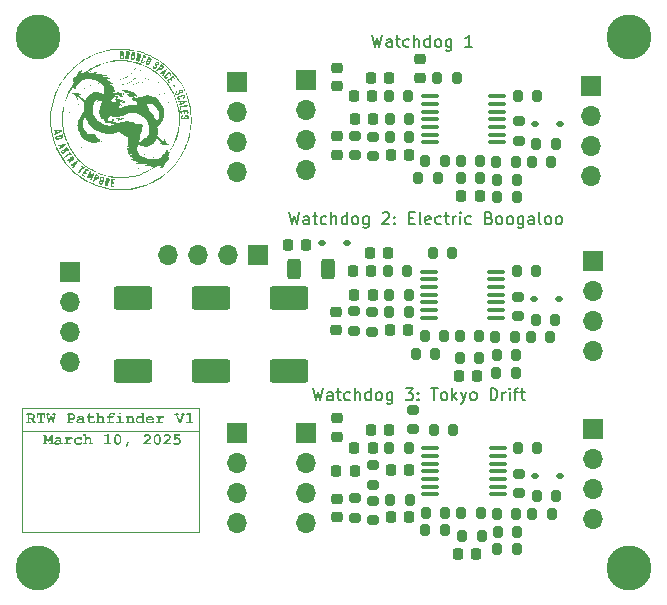
<source format=gbr>
%TF.GenerationSoftware,KiCad,Pcbnew,9.0.0*%
%TF.CreationDate,2025-03-18T11:13:48-07:00*%
%TF.ProjectId,RTW_production_pathfinder_V1,5254575f-7072-46f6-9475-6374696f6e5f,rev?*%
%TF.SameCoordinates,Original*%
%TF.FileFunction,Soldermask,Top*%
%TF.FilePolarity,Negative*%
%FSLAX46Y46*%
G04 Gerber Fmt 4.6, Leading zero omitted, Abs format (unit mm)*
G04 Created by KiCad (PCBNEW 9.0.0) date 2025-03-18 11:13:48*
%MOMM*%
%LPD*%
G01*
G04 APERTURE LIST*
G04 Aperture macros list*
%AMRoundRect*
0 Rectangle with rounded corners*
0 $1 Rounding radius*
0 $2 $3 $4 $5 $6 $7 $8 $9 X,Y pos of 4 corners*
0 Add a 4 corners polygon primitive as box body*
4,1,4,$2,$3,$4,$5,$6,$7,$8,$9,$2,$3,0*
0 Add four circle primitives for the rounded corners*
1,1,$1+$1,$2,$3*
1,1,$1+$1,$4,$5*
1,1,$1+$1,$6,$7*
1,1,$1+$1,$8,$9*
0 Add four rect primitives between the rounded corners*
20,1,$1+$1,$2,$3,$4,$5,0*
20,1,$1+$1,$4,$5,$6,$7,0*
20,1,$1+$1,$6,$7,$8,$9,0*
20,1,$1+$1,$8,$9,$2,$3,0*%
G04 Aperture macros list end*
%ADD10C,0.100000*%
%ADD11C,0.200000*%
%ADD12C,0.150000*%
%ADD13C,0.000000*%
%ADD14RoundRect,0.200000X0.200000X0.275000X-0.200000X0.275000X-0.200000X-0.275000X0.200000X-0.275000X0*%
%ADD15RoundRect,0.100000X-0.637500X-0.100000X0.637500X-0.100000X0.637500X0.100000X-0.637500X0.100000X0*%
%ADD16RoundRect,0.250000X-1.400000X0.750000X-1.400000X-0.750000X1.400000X-0.750000X1.400000X0.750000X0*%
%ADD17RoundRect,0.250000X-0.312500X-0.625000X0.312500X-0.625000X0.312500X0.625000X-0.312500X0.625000X0*%
%ADD18RoundRect,0.200000X-0.200000X-0.275000X0.200000X-0.275000X0.200000X0.275000X-0.200000X0.275000X0*%
%ADD19RoundRect,0.225000X-0.225000X-0.250000X0.225000X-0.250000X0.225000X0.250000X-0.225000X0.250000X0*%
%ADD20RoundRect,0.225000X0.250000X-0.225000X0.250000X0.225000X-0.250000X0.225000X-0.250000X-0.225000X0*%
%ADD21RoundRect,0.112500X-0.187500X-0.112500X0.187500X-0.112500X0.187500X0.112500X-0.187500X0.112500X0*%
%ADD22RoundRect,0.218750X-0.256250X0.218750X-0.256250X-0.218750X0.256250X-0.218750X0.256250X0.218750X0*%
%ADD23RoundRect,0.225000X0.225000X0.250000X-0.225000X0.250000X-0.225000X-0.250000X0.225000X-0.250000X0*%
%ADD24R,1.700000X1.700000*%
%ADD25O,1.700000X1.700000*%
%ADD26RoundRect,0.200000X0.275000X-0.200000X0.275000X0.200000X-0.275000X0.200000X-0.275000X-0.200000X0*%
%ADD27RoundRect,0.200000X-0.275000X0.200000X-0.275000X-0.200000X0.275000X-0.200000X0.275000X0.200000X0*%
%ADD28C,3.800000*%
G04 APERTURE END LIST*
D10*
X129600000Y-113400000D02*
X144600000Y-113400000D01*
X144600000Y-121900000D01*
X129600000Y-121900000D01*
X129600000Y-113400000D01*
X129600000Y-111400000D02*
X144600000Y-111400000D01*
X144600000Y-113400000D01*
X129600000Y-113400000D01*
X129600000Y-111400000D01*
D11*
G36*
X130471368Y-111906757D02*
G01*
X130533087Y-111921362D01*
X130584347Y-111944230D01*
X130626893Y-111974984D01*
X130663203Y-112014488D01*
X130688350Y-112056878D01*
X130703400Y-112102894D01*
X130708531Y-112153647D01*
X130704254Y-112196150D01*
X130691588Y-112235604D01*
X130670246Y-112272838D01*
X130642034Y-112305688D01*
X130604130Y-112337459D01*
X130554780Y-112368154D01*
X130598892Y-112410608D01*
X130649730Y-112467805D01*
X130734482Y-112589316D01*
X130782797Y-112593475D01*
X130804824Y-112602566D01*
X130828393Y-112630583D01*
X130835598Y-112659658D01*
X130830178Y-112688406D01*
X130814410Y-112710582D01*
X130788566Y-112724379D01*
X130742664Y-112730000D01*
X130662736Y-112730000D01*
X130566902Y-112592238D01*
X130490169Y-112500697D01*
X130429146Y-112444243D01*
X130380635Y-112413461D01*
X130241966Y-112413461D01*
X130241966Y-112589316D01*
X130292463Y-112589316D01*
X130338408Y-112594940D01*
X130364515Y-112608794D01*
X130380567Y-112630951D01*
X130386070Y-112659658D01*
X130380569Y-112688375D01*
X130364515Y-112710582D01*
X130338414Y-112724390D01*
X130292463Y-112730000D01*
X130080033Y-112730000D01*
X130034073Y-112724393D01*
X130007921Y-112710582D01*
X129991914Y-112688380D01*
X129986427Y-112659658D01*
X129991997Y-112630977D01*
X130008287Y-112608794D01*
X130034624Y-112594907D01*
X130080033Y-112589316D01*
X130101893Y-112589316D01*
X130101893Y-112272777D01*
X130241966Y-112272777D01*
X130351265Y-112272777D01*
X130409944Y-112267983D01*
X130459831Y-112254398D01*
X130517344Y-112226916D01*
X130546232Y-112202740D01*
X130563301Y-112174706D01*
X130568458Y-112149007D01*
X130564196Y-112124571D01*
X130550816Y-112100520D01*
X130526082Y-112075917D01*
X130495993Y-112058212D01*
X130455777Y-112046547D01*
X130402495Y-112042212D01*
X130241966Y-112042212D01*
X130241966Y-112272777D01*
X130101893Y-112272777D01*
X130101893Y-112042212D01*
X130080033Y-112042212D01*
X130034073Y-112036605D01*
X130007921Y-112022794D01*
X129991914Y-112000592D01*
X129986427Y-111971870D01*
X129991916Y-111943158D01*
X130007921Y-111921006D01*
X130034079Y-111907150D01*
X130080033Y-111901528D01*
X130396999Y-111901528D01*
X130471368Y-111906757D01*
G37*
G36*
X131293615Y-112042212D02*
G01*
X131293615Y-112589316D01*
X131387893Y-112589316D01*
X131433837Y-112594940D01*
X131459944Y-112608794D01*
X131475948Y-112630946D01*
X131481438Y-112659658D01*
X131475950Y-112688380D01*
X131459944Y-112710582D01*
X131433843Y-112724390D01*
X131387893Y-112730000D01*
X131059997Y-112730000D01*
X131014036Y-112724393D01*
X130987884Y-112710582D01*
X130971878Y-112688380D01*
X130966391Y-112659658D01*
X130971880Y-112630946D01*
X130987884Y-112608794D01*
X131014043Y-112594938D01*
X131059997Y-112589316D01*
X131153542Y-112589316D01*
X131153542Y-112042212D01*
X131001928Y-112042212D01*
X131001928Y-112175080D01*
X130996300Y-112221195D01*
X130982450Y-112247376D01*
X130960256Y-112263384D01*
X130931586Y-112268869D01*
X130903442Y-112263412D01*
X130881333Y-112247376D01*
X130867482Y-112221195D01*
X130861855Y-112175080D01*
X130861855Y-111901528D01*
X131587378Y-111901528D01*
X131587378Y-112175080D01*
X131581750Y-112221195D01*
X131567900Y-112247376D01*
X131545697Y-112263382D01*
X131516975Y-112268869D01*
X131488883Y-112263415D01*
X131466783Y-112247376D01*
X131452932Y-112221195D01*
X131447305Y-112175080D01*
X131447305Y-112042212D01*
X131293615Y-112042212D01*
G37*
G36*
X132065178Y-112330540D02*
G01*
X131935424Y-112730000D01*
X131778315Y-112730000D01*
X131694967Y-112042212D01*
X131665932Y-112037275D01*
X131646424Y-112023771D01*
X131634411Y-112002812D01*
X131630059Y-111973824D01*
X131635516Y-111944940D01*
X131651553Y-111921983D01*
X131677817Y-111907399D01*
X131723665Y-111901528D01*
X131910145Y-111901528D01*
X131956089Y-111907153D01*
X131982197Y-111921006D01*
X131998201Y-111943158D01*
X132003690Y-111971870D01*
X131998203Y-112000592D01*
X131982197Y-112022794D01*
X131956096Y-112036603D01*
X131910145Y-112042212D01*
X131837055Y-112042212D01*
X131883461Y-112432145D01*
X131993493Y-112104738D01*
X132139000Y-112104738D01*
X132248299Y-112432145D01*
X132294705Y-112042212D01*
X132221616Y-112042212D01*
X132175665Y-112036603D01*
X132149564Y-112022794D01*
X132133558Y-112000592D01*
X132128071Y-111971870D01*
X132133560Y-111943158D01*
X132149564Y-111921006D01*
X132175671Y-111907153D01*
X132221616Y-111901528D01*
X132407423Y-111901528D01*
X132453368Y-111907153D01*
X132479475Y-111921006D01*
X132495527Y-111943163D01*
X132501029Y-111971870D01*
X132496540Y-112000956D01*
X132483932Y-112022794D01*
X132463830Y-112037074D01*
X132434779Y-112042212D01*
X132354178Y-112730000D01*
X132199756Y-112730000D01*
X132065178Y-112330540D01*
G37*
G36*
X133893551Y-111906892D02*
G01*
X133953451Y-111922045D01*
X134004434Y-111946119D01*
X134047941Y-111979014D01*
X134084724Y-112020465D01*
X134110333Y-112065145D01*
X134125724Y-112113837D01*
X134130984Y-112167691D01*
X134123977Y-112227425D01*
X134102957Y-112283768D01*
X134076160Y-112322735D01*
X134032249Y-112364612D01*
X133981336Y-112400102D01*
X133931132Y-112424635D01*
X133875121Y-112439117D01*
X133794845Y-112444724D01*
X133662343Y-112444724D01*
X133662343Y-112589316D01*
X133803760Y-112589316D01*
X133849704Y-112594940D01*
X133875811Y-112608794D01*
X133891863Y-112630951D01*
X133897366Y-112659658D01*
X133891865Y-112688375D01*
X133875811Y-112710582D01*
X133849711Y-112724390D01*
X133803760Y-112730000D01*
X133500471Y-112730000D01*
X133454511Y-112724393D01*
X133428358Y-112710582D01*
X133412352Y-112688380D01*
X133406865Y-112659658D01*
X133412435Y-112630977D01*
X133428725Y-112608794D01*
X133455061Y-112594907D01*
X133500471Y-112589316D01*
X133522331Y-112589316D01*
X133522331Y-112304040D01*
X133662343Y-112304040D01*
X133792158Y-112304040D01*
X133851933Y-112298949D01*
X133899475Y-112284909D01*
X133937299Y-112263007D01*
X133967936Y-112232684D01*
X133985189Y-112200221D01*
X133990911Y-112164333D01*
X133986271Y-112133700D01*
X133972260Y-112105544D01*
X133947497Y-112078848D01*
X133916540Y-112059426D01*
X133876120Y-112046837D01*
X133823543Y-112042212D01*
X133662343Y-112042212D01*
X133662343Y-112304040D01*
X133522331Y-112304040D01*
X133522331Y-112042212D01*
X133500471Y-112042212D01*
X133454511Y-112036605D01*
X133428358Y-112022794D01*
X133412352Y-112000592D01*
X133406865Y-111971870D01*
X133412354Y-111943158D01*
X133428358Y-111921006D01*
X133454517Y-111907150D01*
X133500471Y-111901528D01*
X133822872Y-111901528D01*
X133893551Y-111906892D01*
G37*
G36*
X134640006Y-112097082D02*
G01*
X134694557Y-112108384D01*
X134739534Y-112125907D01*
X134776518Y-112149129D01*
X134808063Y-112179756D01*
X134830255Y-112214833D01*
X134843832Y-112255247D01*
X134848570Y-112302391D01*
X134848570Y-112589316D01*
X134872505Y-112589316D01*
X134918450Y-112594940D01*
X134944557Y-112608794D01*
X134960609Y-112630951D01*
X134966111Y-112659658D01*
X134960611Y-112688375D01*
X134944557Y-112710582D01*
X134918456Y-112724390D01*
X134872505Y-112730000D01*
X134708557Y-112730000D01*
X134708557Y-112698736D01*
X134653895Y-112722439D01*
X134592420Y-112739769D01*
X134530111Y-112750225D01*
X134476954Y-112753447D01*
X134403998Y-112746301D01*
X134343864Y-112726172D01*
X134293894Y-112693852D01*
X134253262Y-112650574D01*
X134230818Y-112607147D01*
X134223552Y-112562021D01*
X134223954Y-112558785D01*
X134368327Y-112558785D01*
X134372785Y-112576214D01*
X134386767Y-112590476D01*
X134424982Y-112606630D01*
X134480373Y-112612763D01*
X134532178Y-112608228D01*
X134594801Y-112593224D01*
X134655898Y-112569742D01*
X134708557Y-112539856D01*
X134708557Y-112480444D01*
X134625895Y-112468115D01*
X134553463Y-112464263D01*
X134497808Y-112469088D01*
X134449300Y-112482935D01*
X134406612Y-112505418D01*
X134383545Y-112524968D01*
X134371849Y-112542443D01*
X134368327Y-112558785D01*
X134223954Y-112558785D01*
X134228674Y-112520773D01*
X134244313Y-112480443D01*
X134271759Y-112440030D01*
X134313372Y-112398867D01*
X134359871Y-112367374D01*
X134415507Y-112343912D01*
X134482056Y-112328932D01*
X134561706Y-112323579D01*
X134627416Y-112326746D01*
X134708557Y-112337257D01*
X134708557Y-112304101D01*
X134701934Y-112276079D01*
X134681568Y-112253360D01*
X134662145Y-112243725D01*
X134629702Y-112236587D01*
X134578742Y-112233698D01*
X134512486Y-112238726D01*
X134417542Y-112256657D01*
X134360145Y-112264961D01*
X134334293Y-112259966D01*
X134312701Y-112244994D01*
X134298231Y-112222597D01*
X134293222Y-112193886D01*
X134295013Y-112177119D01*
X134300061Y-112163417D01*
X134319173Y-112142779D01*
X134370403Y-112124155D01*
X134476282Y-112101502D01*
X134529135Y-112095013D01*
X134573980Y-112093014D01*
X134640006Y-112097082D01*
G37*
G36*
X135387247Y-112249330D02*
G01*
X135387247Y-112530636D01*
X135392733Y-112570754D01*
X135405687Y-112590170D01*
X135426360Y-112601465D01*
X135458966Y-112609556D01*
X135508147Y-112612763D01*
X135578596Y-112607643D01*
X135644336Y-112592588D01*
X135706228Y-112567700D01*
X135739755Y-112553851D01*
X135760878Y-112550237D01*
X135786283Y-112555287D01*
X135808383Y-112570692D01*
X135823469Y-112593295D01*
X135828533Y-112620457D01*
X135823177Y-112645636D01*
X135806673Y-112667534D01*
X135782029Y-112685548D01*
X135740184Y-112705277D01*
X135674477Y-112726519D01*
X135578985Y-112747434D01*
X135508147Y-112753447D01*
X135441873Y-112749253D01*
X135388655Y-112737739D01*
X135346138Y-112720108D01*
X135312387Y-112696966D01*
X135275712Y-112655751D01*
X135254396Y-112610099D01*
X135247174Y-112558236D01*
X135247174Y-112249330D01*
X135196616Y-112249330D01*
X135150722Y-112243693D01*
X135124564Y-112229790D01*
X135108559Y-112207470D01*
X135103071Y-112178621D01*
X135108528Y-112150414D01*
X135124564Y-112128246D01*
X135150729Y-112114298D01*
X135196616Y-112108646D01*
X135247174Y-112108646D01*
X135247174Y-111982922D01*
X135252796Y-111937212D01*
X135266652Y-111911236D01*
X135288849Y-111895278D01*
X135317577Y-111889804D01*
X135345674Y-111895245D01*
X135367769Y-111911236D01*
X135381625Y-111937212D01*
X135387247Y-111982922D01*
X135387247Y-112108646D01*
X135646145Y-112108646D01*
X135692076Y-112114302D01*
X135718196Y-112128246D01*
X135734246Y-112150521D01*
X135739751Y-112179354D01*
X135734282Y-112207567D01*
X135718196Y-112229790D01*
X135692082Y-112243689D01*
X135646145Y-112249330D01*
X135387247Y-112249330D01*
G37*
G36*
X136116495Y-111842909D02*
G01*
X136116495Y-112143817D01*
X136160942Y-112121153D01*
X136204911Y-112105532D01*
X136250008Y-112096132D01*
X136295464Y-112093014D01*
X136365228Y-112099382D01*
X136424547Y-112117500D01*
X136460047Y-112136859D01*
X136491210Y-112162402D01*
X136518458Y-112194680D01*
X136538591Y-112231458D01*
X136551223Y-112275204D01*
X136555705Y-112327548D01*
X136555705Y-112589316D01*
X136604022Y-112593342D01*
X136625375Y-112602016D01*
X136650590Y-112630642D01*
X136658165Y-112659658D01*
X136652745Y-112688406D01*
X136636977Y-112710582D01*
X136611184Y-112724376D01*
X136565291Y-112730000D01*
X136405434Y-112730000D01*
X136360067Y-112724412D01*
X136333993Y-112710582D01*
X136317987Y-112688380D01*
X136312500Y-112659658D01*
X136315843Y-112640167D01*
X136326240Y-112621376D01*
X136345290Y-112602566D01*
X136367247Y-112593464D01*
X136415021Y-112589316D01*
X136415021Y-112337990D01*
X136411742Y-112303178D01*
X136403182Y-112279092D01*
X136390414Y-112262824D01*
X136367266Y-112247429D01*
X136336391Y-112237406D01*
X136295464Y-112233698D01*
X136250880Y-112238277D01*
X136213154Y-112251345D01*
X136175665Y-112275601D01*
X136116495Y-112327487D01*
X136116495Y-112589316D01*
X136165253Y-112593378D01*
X136186104Y-112602016D01*
X136205637Y-112621220D01*
X136216237Y-112640189D01*
X136219627Y-112659658D01*
X136214126Y-112688375D01*
X136198072Y-112710582D01*
X136171972Y-112724390D01*
X136126021Y-112730000D01*
X135966896Y-112730000D01*
X135920936Y-112724393D01*
X135894784Y-112710582D01*
X135878778Y-112688380D01*
X135873290Y-112659658D01*
X135876686Y-112640210D01*
X135887275Y-112621424D01*
X135906752Y-112602566D01*
X135928207Y-112593500D01*
X135976422Y-112589316D01*
X135976422Y-111983593D01*
X135952547Y-111983593D01*
X135906587Y-111977987D01*
X135880434Y-111964176D01*
X135864428Y-111941974D01*
X135858941Y-111913251D01*
X135864430Y-111884540D01*
X135880434Y-111862388D01*
X135906593Y-111848532D01*
X135952547Y-111842909D01*
X136116495Y-111842909D01*
G37*
G36*
X137099145Y-112249330D02*
G01*
X137099145Y-112589316D01*
X137298631Y-112589316D01*
X137344575Y-112594940D01*
X137370682Y-112608794D01*
X137386686Y-112630946D01*
X137392176Y-112659658D01*
X137386688Y-112688380D01*
X137370682Y-112710582D01*
X137344581Y-112724390D01*
X137298631Y-112730000D01*
X136875785Y-112730000D01*
X136829825Y-112724393D01*
X136803672Y-112710582D01*
X136787666Y-112688380D01*
X136782179Y-112659658D01*
X136787668Y-112630946D01*
X136803672Y-112608794D01*
X136829831Y-112594938D01*
X136875785Y-112589316D01*
X136959133Y-112589316D01*
X136959133Y-112249330D01*
X136892149Y-112249330D01*
X136846189Y-112243723D01*
X136820037Y-112229912D01*
X136804031Y-112207710D01*
X136798543Y-112178988D01*
X136804033Y-112150276D01*
X136820037Y-112128124D01*
X136846195Y-112114268D01*
X136892149Y-112108646D01*
X136959133Y-112108646D01*
X136959133Y-112055340D01*
X136963522Y-112011034D01*
X136976295Y-111971572D01*
X136997450Y-111935911D01*
X137027765Y-111903360D01*
X137063420Y-111878309D01*
X137107283Y-111859464D01*
X137161065Y-111847300D01*
X137226884Y-111842909D01*
X137287015Y-111845346D01*
X137361096Y-111853412D01*
X137429748Y-111867922D01*
X137458793Y-111882782D01*
X137474908Y-111904298D01*
X137480347Y-111931448D01*
X137475380Y-111960763D01*
X137461174Y-111983227D01*
X137439889Y-111998139D01*
X137414096Y-112003133D01*
X137375140Y-111998859D01*
X137290546Y-111987137D01*
X137221450Y-111983593D01*
X137174882Y-111986568D01*
X137144400Y-111994027D01*
X137125401Y-112004354D01*
X137105555Y-112027829D01*
X137099145Y-112055645D01*
X137099145Y-112108646D01*
X137314995Y-112108646D01*
X137360939Y-112114270D01*
X137387047Y-112128124D01*
X137403098Y-112150281D01*
X137408601Y-112178988D01*
X137403100Y-112207705D01*
X137387047Y-112229912D01*
X137360946Y-112243720D01*
X137314995Y-112249330D01*
X137099145Y-112249330D01*
G37*
G36*
X137989594Y-111842909D02*
G01*
X137989594Y-111991409D01*
X137822898Y-111991409D01*
X137822898Y-111842909D01*
X137989594Y-111842909D01*
G37*
G36*
X138008706Y-112108646D02*
G01*
X138008706Y-112589316D01*
X138176745Y-112589316D01*
X138222689Y-112594940D01*
X138248796Y-112608794D01*
X138264848Y-112630951D01*
X138270351Y-112659658D01*
X138264850Y-112688375D01*
X138248796Y-112710582D01*
X138222696Y-112724390D01*
X138176745Y-112730000D01*
X137700654Y-112730000D01*
X137654694Y-112724393D01*
X137628542Y-112710582D01*
X137612536Y-112688380D01*
X137607048Y-112659658D01*
X137612538Y-112630946D01*
X137628542Y-112608794D01*
X137654700Y-112594938D01*
X137700654Y-112589316D01*
X137868693Y-112589316D01*
X137868693Y-112249330D01*
X137755975Y-112249330D01*
X137710559Y-112243754D01*
X137684229Y-112229912D01*
X137667937Y-112207679D01*
X137662369Y-112178988D01*
X137667859Y-112150276D01*
X137683863Y-112128124D01*
X137710021Y-112114268D01*
X137755975Y-112108646D01*
X138008706Y-112108646D01*
G37*
G36*
X138636837Y-112108646D02*
G01*
X138636837Y-112155540D01*
X138677154Y-112128142D01*
X138721223Y-112108646D01*
X138768659Y-112097022D01*
X138821302Y-112093014D01*
X138882571Y-112098231D01*
X138934741Y-112113047D01*
X138979491Y-112136836D01*
X139018039Y-112169829D01*
X139049321Y-112213690D01*
X139068614Y-112266366D01*
X139075436Y-112330296D01*
X139075436Y-112589316D01*
X139115899Y-112594763D01*
X139141015Y-112608794D01*
X139156781Y-112630920D01*
X139162204Y-112659658D01*
X139156703Y-112688375D01*
X139140649Y-112710582D01*
X139114548Y-112724390D01*
X139068597Y-112730000D01*
X138942202Y-112730000D01*
X138896241Y-112724393D01*
X138870089Y-112710582D01*
X138854083Y-112688380D01*
X138848596Y-112659658D01*
X138854018Y-112630920D01*
X138869784Y-112608794D01*
X138894901Y-112594763D01*
X138935363Y-112589316D01*
X138935363Y-112327182D01*
X138932248Y-112297982D01*
X138923840Y-112276500D01*
X138910756Y-112260809D01*
X138887754Y-112246602D01*
X138856493Y-112237208D01*
X138814463Y-112233698D01*
X138767979Y-112238385D01*
X138729344Y-112251650D01*
X138692055Y-112276245D01*
X138636837Y-112327487D01*
X138636837Y-112589316D01*
X138685623Y-112593451D01*
X138706507Y-112602260D01*
X138726033Y-112621313D01*
X138736635Y-112640200D01*
X138740030Y-112659658D01*
X138734529Y-112688375D01*
X138718475Y-112710582D01*
X138692375Y-112724390D01*
X138646424Y-112730000D01*
X138487238Y-112730000D01*
X138441288Y-112724390D01*
X138415187Y-112710582D01*
X138399181Y-112688380D01*
X138393693Y-112659658D01*
X138401268Y-112630642D01*
X138426483Y-112602016D01*
X138447914Y-112593353D01*
X138496825Y-112589316D01*
X138496825Y-112249330D01*
X138456356Y-112243897D01*
X138431246Y-112229912D01*
X138415478Y-112207736D01*
X138410058Y-112178988D01*
X138415547Y-112150276D01*
X138431551Y-112128124D01*
X138457710Y-112114268D01*
X138503664Y-112108646D01*
X138636837Y-112108646D01*
G37*
G36*
X139939201Y-112589316D02*
G01*
X139963137Y-112589316D01*
X140008547Y-112594907D01*
X140034883Y-112608794D01*
X140051173Y-112630977D01*
X140056743Y-112659658D01*
X140051242Y-112688375D01*
X140035189Y-112710582D01*
X140009088Y-112724390D01*
X139963137Y-112730000D01*
X139799189Y-112730000D01*
X139799189Y-112694829D01*
X139750094Y-112720319D01*
X139699110Y-112738609D01*
X139646107Y-112749711D01*
X139590850Y-112753447D01*
X139512767Y-112747261D01*
X139445571Y-112729649D01*
X139387366Y-112701396D01*
X139336715Y-112662405D01*
X139294380Y-112613767D01*
X139264647Y-112560484D01*
X139246623Y-112501548D01*
X139240611Y-112437519D01*
X139380434Y-112437519D01*
X139386677Y-112486260D01*
X139404741Y-112527673D01*
X139435084Y-112563548D01*
X139474315Y-112589832D01*
X139524711Y-112606640D01*
X139589445Y-112612763D01*
X139653770Y-112606669D01*
X139704234Y-112589883D01*
X139743868Y-112563548D01*
X139774728Y-112527670D01*
X139792941Y-112486892D01*
X139799189Y-112439534D01*
X139792325Y-112384552D01*
X139772264Y-112336450D01*
X139738372Y-112293476D01*
X139694831Y-112260271D01*
X139645782Y-112240493D01*
X139589445Y-112233698D01*
X139533593Y-112240472D01*
X139484754Y-112260231D01*
X139441190Y-112293476D01*
X139407226Y-112336404D01*
X139387238Y-112383865D01*
X139380434Y-112437519D01*
X139240611Y-112437519D01*
X139240422Y-112435504D01*
X139246855Y-112366552D01*
X139265666Y-112304059D01*
X139296873Y-112246645D01*
X139341478Y-112193337D01*
X139395118Y-112149240D01*
X139453354Y-112118233D01*
X139517205Y-112099457D01*
X139588102Y-112093014D01*
X139642169Y-112097202D01*
X139695325Y-112109806D01*
X139746944Y-112130489D01*
X139799189Y-112160242D01*
X139799189Y-111983593D01*
X139775253Y-111983593D01*
X139729346Y-111977988D01*
X139703201Y-111964176D01*
X139687195Y-111941974D01*
X139681708Y-111913251D01*
X139687197Y-111884540D01*
X139703201Y-111862388D01*
X139729353Y-111848530D01*
X139775253Y-111842909D01*
X139939201Y-111842909D01*
X139939201Y-112589316D01*
G37*
G36*
X140498673Y-112096463D02*
G01*
X140550740Y-112106535D01*
X140599145Y-112122995D01*
X140664556Y-112156116D01*
X140705391Y-112187719D01*
X140749586Y-112243039D01*
X140786663Y-112312405D01*
X140802789Y-112366823D01*
X140808522Y-112432329D01*
X140808522Y-112491618D01*
X140234002Y-112491618D01*
X140252047Y-112525170D01*
X140277569Y-112554290D01*
X140311549Y-112579424D01*
X140350147Y-112596991D01*
X140399493Y-112608528D01*
X140462186Y-112612763D01*
X140545662Y-112605568D01*
X140669121Y-112579485D01*
X140718595Y-112568495D01*
X140742943Y-112565868D01*
X140768741Y-112570849D01*
X140790021Y-112585713D01*
X140804290Y-112607851D01*
X140809194Y-112635722D01*
X140804100Y-112660952D01*
X140788678Y-112682250D01*
X140767954Y-112695886D01*
X140726980Y-112711988D01*
X140655504Y-112730488D01*
X140550363Y-112747854D01*
X140451928Y-112753447D01*
X140368566Y-112746954D01*
X140297284Y-112728528D01*
X140235988Y-112699087D01*
X140183078Y-112658620D01*
X140138611Y-112607933D01*
X140107521Y-112552892D01*
X140088759Y-112492500D01*
X140082327Y-112425307D01*
X140089383Y-112353837D01*
X140090327Y-112350935D01*
X140238093Y-112350935D01*
X140653428Y-112350935D01*
X140629227Y-112314219D01*
X140601295Y-112285170D01*
X140569409Y-112262885D01*
X140533723Y-112247046D01*
X140492847Y-112237163D01*
X140445761Y-112233698D01*
X140399169Y-112237150D01*
X140358501Y-112247021D01*
X140322784Y-112262885D01*
X140290853Y-112285147D01*
X140262693Y-112314196D01*
X140238093Y-112350935D01*
X140090327Y-112350935D01*
X140109784Y-112291153D01*
X140143364Y-112235428D01*
X140191260Y-112185460D01*
X140248339Y-112144711D01*
X140308620Y-112116091D01*
X140372926Y-112098868D01*
X140442341Y-112093014D01*
X140498673Y-112096463D01*
G37*
G36*
X141267210Y-112108646D02*
G01*
X141267210Y-112198588D01*
X141351912Y-112142266D01*
X141406185Y-112114141D01*
X141456786Y-112098009D01*
X141501500Y-112093014D01*
X141545431Y-112098329D01*
X141589279Y-112114665D01*
X141634063Y-112143450D01*
X141660045Y-112168366D01*
X141673607Y-112191176D01*
X141677783Y-112212937D01*
X141672540Y-112240683D01*
X141656900Y-112263740D01*
X141633937Y-112279312D01*
X141606708Y-112284501D01*
X141581477Y-112278788D01*
X141552059Y-112259099D01*
X141523136Y-112239177D01*
X141500890Y-112233698D01*
X141469137Y-112240910D01*
X141413085Y-112270396D01*
X141351969Y-112312846D01*
X141267210Y-112380549D01*
X141267210Y-112589316D01*
X141466696Y-112589316D01*
X141512640Y-112594940D01*
X141538747Y-112608794D01*
X141554799Y-112630951D01*
X141560302Y-112659658D01*
X141554801Y-112688375D01*
X141538747Y-112710582D01*
X141512647Y-112724390D01*
X141466696Y-112730000D01*
X141043850Y-112730000D01*
X140997890Y-112724393D01*
X140971738Y-112710582D01*
X140955732Y-112688380D01*
X140950244Y-112659658D01*
X140955734Y-112630946D01*
X140971738Y-112608794D01*
X140997896Y-112594938D01*
X141043850Y-112589316D01*
X141127198Y-112589316D01*
X141127198Y-112249330D01*
X141076640Y-112249330D01*
X141030679Y-112243723D01*
X141004527Y-112229912D01*
X140988521Y-112207710D01*
X140983034Y-112178988D01*
X140988523Y-112150276D01*
X141004527Y-112128124D01*
X141030686Y-112114268D01*
X141076640Y-112108646D01*
X141267210Y-112108646D01*
G37*
G36*
X142974346Y-112525629D02*
G01*
X143177251Y-112042212D01*
X143145133Y-112042212D01*
X143099172Y-112036605D01*
X143073020Y-112022794D01*
X143057014Y-112000592D01*
X143051527Y-111971870D01*
X143057016Y-111943158D01*
X143073020Y-111921006D01*
X143099179Y-111907150D01*
X143145133Y-111901528D01*
X143333016Y-111901528D01*
X143378907Y-111907151D01*
X143405007Y-111921006D01*
X143421059Y-111943163D01*
X143426562Y-111971870D01*
X143418979Y-112000842D01*
X143393772Y-112029267D01*
X143373516Y-112038176D01*
X143329597Y-112042212D01*
X143042001Y-112730000D01*
X142907423Y-112730000D01*
X142620499Y-112042212D01*
X142576009Y-112038078D01*
X142555592Y-112028961D01*
X142536542Y-112010152D01*
X142526145Y-111991361D01*
X142522802Y-111971870D01*
X142528305Y-111943163D01*
X142544356Y-111921006D01*
X142570464Y-111907153D01*
X142616408Y-111901528D01*
X142805635Y-111901528D01*
X142850987Y-111907133D01*
X142877015Y-111921006D01*
X142893019Y-111943158D01*
X142898508Y-111971870D01*
X142893088Y-112000618D01*
X142877320Y-112022794D01*
X142851528Y-112036588D01*
X142805635Y-112042212D01*
X142772846Y-112042212D01*
X142974346Y-112525629D01*
G37*
G36*
X143885311Y-111823370D02*
G01*
X143885311Y-112589316D01*
X144026727Y-112589316D01*
X144072671Y-112594940D01*
X144098779Y-112608794D01*
X144114783Y-112630946D01*
X144120272Y-112659658D01*
X144114785Y-112688380D01*
X144098779Y-112710582D01*
X144072678Y-112724390D01*
X144026727Y-112730000D01*
X143603882Y-112730000D01*
X143557921Y-112724393D01*
X143531769Y-112710582D01*
X143515763Y-112688380D01*
X143510276Y-112659658D01*
X143515765Y-112630946D01*
X143531769Y-112608794D01*
X143557928Y-112594938D01*
X143603882Y-112589316D01*
X143745237Y-112589316D01*
X143745237Y-112008445D01*
X143620246Y-112041723D01*
X143575183Y-112050027D01*
X143550605Y-112044774D01*
X143529082Y-112028534D01*
X143514565Y-112004859D01*
X143509604Y-111975839D01*
X143513446Y-111949693D01*
X143523953Y-111931142D01*
X143543102Y-111917310D01*
X143584037Y-111902383D01*
X143885311Y-111823370D01*
G37*
D12*
X152241541Y-94869819D02*
X152479636Y-95869819D01*
X152479636Y-95869819D02*
X152670112Y-95155533D01*
X152670112Y-95155533D02*
X152860588Y-95869819D01*
X152860588Y-95869819D02*
X153098684Y-94869819D01*
X153908207Y-95869819D02*
X153908207Y-95346009D01*
X153908207Y-95346009D02*
X153860588Y-95250771D01*
X153860588Y-95250771D02*
X153765350Y-95203152D01*
X153765350Y-95203152D02*
X153574874Y-95203152D01*
X153574874Y-95203152D02*
X153479636Y-95250771D01*
X153908207Y-95822200D02*
X153812969Y-95869819D01*
X153812969Y-95869819D02*
X153574874Y-95869819D01*
X153574874Y-95869819D02*
X153479636Y-95822200D01*
X153479636Y-95822200D02*
X153432017Y-95726961D01*
X153432017Y-95726961D02*
X153432017Y-95631723D01*
X153432017Y-95631723D02*
X153479636Y-95536485D01*
X153479636Y-95536485D02*
X153574874Y-95488866D01*
X153574874Y-95488866D02*
X153812969Y-95488866D01*
X153812969Y-95488866D02*
X153908207Y-95441247D01*
X154241541Y-95203152D02*
X154622493Y-95203152D01*
X154384398Y-94869819D02*
X154384398Y-95726961D01*
X154384398Y-95726961D02*
X154432017Y-95822200D01*
X154432017Y-95822200D02*
X154527255Y-95869819D01*
X154527255Y-95869819D02*
X154622493Y-95869819D01*
X155384398Y-95822200D02*
X155289160Y-95869819D01*
X155289160Y-95869819D02*
X155098684Y-95869819D01*
X155098684Y-95869819D02*
X155003446Y-95822200D01*
X155003446Y-95822200D02*
X154955827Y-95774580D01*
X154955827Y-95774580D02*
X154908208Y-95679342D01*
X154908208Y-95679342D02*
X154908208Y-95393628D01*
X154908208Y-95393628D02*
X154955827Y-95298390D01*
X154955827Y-95298390D02*
X155003446Y-95250771D01*
X155003446Y-95250771D02*
X155098684Y-95203152D01*
X155098684Y-95203152D02*
X155289160Y-95203152D01*
X155289160Y-95203152D02*
X155384398Y-95250771D01*
X155812970Y-95869819D02*
X155812970Y-94869819D01*
X156241541Y-95869819D02*
X156241541Y-95346009D01*
X156241541Y-95346009D02*
X156193922Y-95250771D01*
X156193922Y-95250771D02*
X156098684Y-95203152D01*
X156098684Y-95203152D02*
X155955827Y-95203152D01*
X155955827Y-95203152D02*
X155860589Y-95250771D01*
X155860589Y-95250771D02*
X155812970Y-95298390D01*
X157146303Y-95869819D02*
X157146303Y-94869819D01*
X157146303Y-95822200D02*
X157051065Y-95869819D01*
X157051065Y-95869819D02*
X156860589Y-95869819D01*
X156860589Y-95869819D02*
X156765351Y-95822200D01*
X156765351Y-95822200D02*
X156717732Y-95774580D01*
X156717732Y-95774580D02*
X156670113Y-95679342D01*
X156670113Y-95679342D02*
X156670113Y-95393628D01*
X156670113Y-95393628D02*
X156717732Y-95298390D01*
X156717732Y-95298390D02*
X156765351Y-95250771D01*
X156765351Y-95250771D02*
X156860589Y-95203152D01*
X156860589Y-95203152D02*
X157051065Y-95203152D01*
X157051065Y-95203152D02*
X157146303Y-95250771D01*
X157765351Y-95869819D02*
X157670113Y-95822200D01*
X157670113Y-95822200D02*
X157622494Y-95774580D01*
X157622494Y-95774580D02*
X157574875Y-95679342D01*
X157574875Y-95679342D02*
X157574875Y-95393628D01*
X157574875Y-95393628D02*
X157622494Y-95298390D01*
X157622494Y-95298390D02*
X157670113Y-95250771D01*
X157670113Y-95250771D02*
X157765351Y-95203152D01*
X157765351Y-95203152D02*
X157908208Y-95203152D01*
X157908208Y-95203152D02*
X158003446Y-95250771D01*
X158003446Y-95250771D02*
X158051065Y-95298390D01*
X158051065Y-95298390D02*
X158098684Y-95393628D01*
X158098684Y-95393628D02*
X158098684Y-95679342D01*
X158098684Y-95679342D02*
X158051065Y-95774580D01*
X158051065Y-95774580D02*
X158003446Y-95822200D01*
X158003446Y-95822200D02*
X157908208Y-95869819D01*
X157908208Y-95869819D02*
X157765351Y-95869819D01*
X158955827Y-95203152D02*
X158955827Y-96012676D01*
X158955827Y-96012676D02*
X158908208Y-96107914D01*
X158908208Y-96107914D02*
X158860589Y-96155533D01*
X158860589Y-96155533D02*
X158765351Y-96203152D01*
X158765351Y-96203152D02*
X158622494Y-96203152D01*
X158622494Y-96203152D02*
X158527256Y-96155533D01*
X158955827Y-95822200D02*
X158860589Y-95869819D01*
X158860589Y-95869819D02*
X158670113Y-95869819D01*
X158670113Y-95869819D02*
X158574875Y-95822200D01*
X158574875Y-95822200D02*
X158527256Y-95774580D01*
X158527256Y-95774580D02*
X158479637Y-95679342D01*
X158479637Y-95679342D02*
X158479637Y-95393628D01*
X158479637Y-95393628D02*
X158527256Y-95298390D01*
X158527256Y-95298390D02*
X158574875Y-95250771D01*
X158574875Y-95250771D02*
X158670113Y-95203152D01*
X158670113Y-95203152D02*
X158860589Y-95203152D01*
X158860589Y-95203152D02*
X158955827Y-95250771D01*
X160146304Y-94965057D02*
X160193923Y-94917438D01*
X160193923Y-94917438D02*
X160289161Y-94869819D01*
X160289161Y-94869819D02*
X160527256Y-94869819D01*
X160527256Y-94869819D02*
X160622494Y-94917438D01*
X160622494Y-94917438D02*
X160670113Y-94965057D01*
X160670113Y-94965057D02*
X160717732Y-95060295D01*
X160717732Y-95060295D02*
X160717732Y-95155533D01*
X160717732Y-95155533D02*
X160670113Y-95298390D01*
X160670113Y-95298390D02*
X160098685Y-95869819D01*
X160098685Y-95869819D02*
X160717732Y-95869819D01*
X161146304Y-95774580D02*
X161193923Y-95822200D01*
X161193923Y-95822200D02*
X161146304Y-95869819D01*
X161146304Y-95869819D02*
X161098685Y-95822200D01*
X161098685Y-95822200D02*
X161146304Y-95774580D01*
X161146304Y-95774580D02*
X161146304Y-95869819D01*
X161146304Y-95250771D02*
X161193923Y-95298390D01*
X161193923Y-95298390D02*
X161146304Y-95346009D01*
X161146304Y-95346009D02*
X161098685Y-95298390D01*
X161098685Y-95298390D02*
X161146304Y-95250771D01*
X161146304Y-95250771D02*
X161146304Y-95346009D01*
X162384399Y-95346009D02*
X162717732Y-95346009D01*
X162860589Y-95869819D02*
X162384399Y-95869819D01*
X162384399Y-95869819D02*
X162384399Y-94869819D01*
X162384399Y-94869819D02*
X162860589Y-94869819D01*
X163432018Y-95869819D02*
X163336780Y-95822200D01*
X163336780Y-95822200D02*
X163289161Y-95726961D01*
X163289161Y-95726961D02*
X163289161Y-94869819D01*
X164193923Y-95822200D02*
X164098685Y-95869819D01*
X164098685Y-95869819D02*
X163908209Y-95869819D01*
X163908209Y-95869819D02*
X163812971Y-95822200D01*
X163812971Y-95822200D02*
X163765352Y-95726961D01*
X163765352Y-95726961D02*
X163765352Y-95346009D01*
X163765352Y-95346009D02*
X163812971Y-95250771D01*
X163812971Y-95250771D02*
X163908209Y-95203152D01*
X163908209Y-95203152D02*
X164098685Y-95203152D01*
X164098685Y-95203152D02*
X164193923Y-95250771D01*
X164193923Y-95250771D02*
X164241542Y-95346009D01*
X164241542Y-95346009D02*
X164241542Y-95441247D01*
X164241542Y-95441247D02*
X163765352Y-95536485D01*
X165098685Y-95822200D02*
X165003447Y-95869819D01*
X165003447Y-95869819D02*
X164812971Y-95869819D01*
X164812971Y-95869819D02*
X164717733Y-95822200D01*
X164717733Y-95822200D02*
X164670114Y-95774580D01*
X164670114Y-95774580D02*
X164622495Y-95679342D01*
X164622495Y-95679342D02*
X164622495Y-95393628D01*
X164622495Y-95393628D02*
X164670114Y-95298390D01*
X164670114Y-95298390D02*
X164717733Y-95250771D01*
X164717733Y-95250771D02*
X164812971Y-95203152D01*
X164812971Y-95203152D02*
X165003447Y-95203152D01*
X165003447Y-95203152D02*
X165098685Y-95250771D01*
X165384400Y-95203152D02*
X165765352Y-95203152D01*
X165527257Y-94869819D02*
X165527257Y-95726961D01*
X165527257Y-95726961D02*
X165574876Y-95822200D01*
X165574876Y-95822200D02*
X165670114Y-95869819D01*
X165670114Y-95869819D02*
X165765352Y-95869819D01*
X166098686Y-95869819D02*
X166098686Y-95203152D01*
X166098686Y-95393628D02*
X166146305Y-95298390D01*
X166146305Y-95298390D02*
X166193924Y-95250771D01*
X166193924Y-95250771D02*
X166289162Y-95203152D01*
X166289162Y-95203152D02*
X166384400Y-95203152D01*
X166717734Y-95869819D02*
X166717734Y-95203152D01*
X166717734Y-94869819D02*
X166670115Y-94917438D01*
X166670115Y-94917438D02*
X166717734Y-94965057D01*
X166717734Y-94965057D02*
X166765353Y-94917438D01*
X166765353Y-94917438D02*
X166717734Y-94869819D01*
X166717734Y-94869819D02*
X166717734Y-94965057D01*
X167622495Y-95822200D02*
X167527257Y-95869819D01*
X167527257Y-95869819D02*
X167336781Y-95869819D01*
X167336781Y-95869819D02*
X167241543Y-95822200D01*
X167241543Y-95822200D02*
X167193924Y-95774580D01*
X167193924Y-95774580D02*
X167146305Y-95679342D01*
X167146305Y-95679342D02*
X167146305Y-95393628D01*
X167146305Y-95393628D02*
X167193924Y-95298390D01*
X167193924Y-95298390D02*
X167241543Y-95250771D01*
X167241543Y-95250771D02*
X167336781Y-95203152D01*
X167336781Y-95203152D02*
X167527257Y-95203152D01*
X167527257Y-95203152D02*
X167622495Y-95250771D01*
X169146305Y-95346009D02*
X169289162Y-95393628D01*
X169289162Y-95393628D02*
X169336781Y-95441247D01*
X169336781Y-95441247D02*
X169384400Y-95536485D01*
X169384400Y-95536485D02*
X169384400Y-95679342D01*
X169384400Y-95679342D02*
X169336781Y-95774580D01*
X169336781Y-95774580D02*
X169289162Y-95822200D01*
X169289162Y-95822200D02*
X169193924Y-95869819D01*
X169193924Y-95869819D02*
X168812972Y-95869819D01*
X168812972Y-95869819D02*
X168812972Y-94869819D01*
X168812972Y-94869819D02*
X169146305Y-94869819D01*
X169146305Y-94869819D02*
X169241543Y-94917438D01*
X169241543Y-94917438D02*
X169289162Y-94965057D01*
X169289162Y-94965057D02*
X169336781Y-95060295D01*
X169336781Y-95060295D02*
X169336781Y-95155533D01*
X169336781Y-95155533D02*
X169289162Y-95250771D01*
X169289162Y-95250771D02*
X169241543Y-95298390D01*
X169241543Y-95298390D02*
X169146305Y-95346009D01*
X169146305Y-95346009D02*
X168812972Y-95346009D01*
X169955829Y-95869819D02*
X169860591Y-95822200D01*
X169860591Y-95822200D02*
X169812972Y-95774580D01*
X169812972Y-95774580D02*
X169765353Y-95679342D01*
X169765353Y-95679342D02*
X169765353Y-95393628D01*
X169765353Y-95393628D02*
X169812972Y-95298390D01*
X169812972Y-95298390D02*
X169860591Y-95250771D01*
X169860591Y-95250771D02*
X169955829Y-95203152D01*
X169955829Y-95203152D02*
X170098686Y-95203152D01*
X170098686Y-95203152D02*
X170193924Y-95250771D01*
X170193924Y-95250771D02*
X170241543Y-95298390D01*
X170241543Y-95298390D02*
X170289162Y-95393628D01*
X170289162Y-95393628D02*
X170289162Y-95679342D01*
X170289162Y-95679342D02*
X170241543Y-95774580D01*
X170241543Y-95774580D02*
X170193924Y-95822200D01*
X170193924Y-95822200D02*
X170098686Y-95869819D01*
X170098686Y-95869819D02*
X169955829Y-95869819D01*
X170860591Y-95869819D02*
X170765353Y-95822200D01*
X170765353Y-95822200D02*
X170717734Y-95774580D01*
X170717734Y-95774580D02*
X170670115Y-95679342D01*
X170670115Y-95679342D02*
X170670115Y-95393628D01*
X170670115Y-95393628D02*
X170717734Y-95298390D01*
X170717734Y-95298390D02*
X170765353Y-95250771D01*
X170765353Y-95250771D02*
X170860591Y-95203152D01*
X170860591Y-95203152D02*
X171003448Y-95203152D01*
X171003448Y-95203152D02*
X171098686Y-95250771D01*
X171098686Y-95250771D02*
X171146305Y-95298390D01*
X171146305Y-95298390D02*
X171193924Y-95393628D01*
X171193924Y-95393628D02*
X171193924Y-95679342D01*
X171193924Y-95679342D02*
X171146305Y-95774580D01*
X171146305Y-95774580D02*
X171098686Y-95822200D01*
X171098686Y-95822200D02*
X171003448Y-95869819D01*
X171003448Y-95869819D02*
X170860591Y-95869819D01*
X172051067Y-95203152D02*
X172051067Y-96012676D01*
X172051067Y-96012676D02*
X172003448Y-96107914D01*
X172003448Y-96107914D02*
X171955829Y-96155533D01*
X171955829Y-96155533D02*
X171860591Y-96203152D01*
X171860591Y-96203152D02*
X171717734Y-96203152D01*
X171717734Y-96203152D02*
X171622496Y-96155533D01*
X172051067Y-95822200D02*
X171955829Y-95869819D01*
X171955829Y-95869819D02*
X171765353Y-95869819D01*
X171765353Y-95869819D02*
X171670115Y-95822200D01*
X171670115Y-95822200D02*
X171622496Y-95774580D01*
X171622496Y-95774580D02*
X171574877Y-95679342D01*
X171574877Y-95679342D02*
X171574877Y-95393628D01*
X171574877Y-95393628D02*
X171622496Y-95298390D01*
X171622496Y-95298390D02*
X171670115Y-95250771D01*
X171670115Y-95250771D02*
X171765353Y-95203152D01*
X171765353Y-95203152D02*
X171955829Y-95203152D01*
X171955829Y-95203152D02*
X172051067Y-95250771D01*
X172955829Y-95869819D02*
X172955829Y-95346009D01*
X172955829Y-95346009D02*
X172908210Y-95250771D01*
X172908210Y-95250771D02*
X172812972Y-95203152D01*
X172812972Y-95203152D02*
X172622496Y-95203152D01*
X172622496Y-95203152D02*
X172527258Y-95250771D01*
X172955829Y-95822200D02*
X172860591Y-95869819D01*
X172860591Y-95869819D02*
X172622496Y-95869819D01*
X172622496Y-95869819D02*
X172527258Y-95822200D01*
X172527258Y-95822200D02*
X172479639Y-95726961D01*
X172479639Y-95726961D02*
X172479639Y-95631723D01*
X172479639Y-95631723D02*
X172527258Y-95536485D01*
X172527258Y-95536485D02*
X172622496Y-95488866D01*
X172622496Y-95488866D02*
X172860591Y-95488866D01*
X172860591Y-95488866D02*
X172955829Y-95441247D01*
X173574877Y-95869819D02*
X173479639Y-95822200D01*
X173479639Y-95822200D02*
X173432020Y-95726961D01*
X173432020Y-95726961D02*
X173432020Y-94869819D01*
X174098687Y-95869819D02*
X174003449Y-95822200D01*
X174003449Y-95822200D02*
X173955830Y-95774580D01*
X173955830Y-95774580D02*
X173908211Y-95679342D01*
X173908211Y-95679342D02*
X173908211Y-95393628D01*
X173908211Y-95393628D02*
X173955830Y-95298390D01*
X173955830Y-95298390D02*
X174003449Y-95250771D01*
X174003449Y-95250771D02*
X174098687Y-95203152D01*
X174098687Y-95203152D02*
X174241544Y-95203152D01*
X174241544Y-95203152D02*
X174336782Y-95250771D01*
X174336782Y-95250771D02*
X174384401Y-95298390D01*
X174384401Y-95298390D02*
X174432020Y-95393628D01*
X174432020Y-95393628D02*
X174432020Y-95679342D01*
X174432020Y-95679342D02*
X174384401Y-95774580D01*
X174384401Y-95774580D02*
X174336782Y-95822200D01*
X174336782Y-95822200D02*
X174241544Y-95869819D01*
X174241544Y-95869819D02*
X174098687Y-95869819D01*
X175003449Y-95869819D02*
X174908211Y-95822200D01*
X174908211Y-95822200D02*
X174860592Y-95774580D01*
X174860592Y-95774580D02*
X174812973Y-95679342D01*
X174812973Y-95679342D02*
X174812973Y-95393628D01*
X174812973Y-95393628D02*
X174860592Y-95298390D01*
X174860592Y-95298390D02*
X174908211Y-95250771D01*
X174908211Y-95250771D02*
X175003449Y-95203152D01*
X175003449Y-95203152D02*
X175146306Y-95203152D01*
X175146306Y-95203152D02*
X175241544Y-95250771D01*
X175241544Y-95250771D02*
X175289163Y-95298390D01*
X175289163Y-95298390D02*
X175336782Y-95393628D01*
X175336782Y-95393628D02*
X175336782Y-95679342D01*
X175336782Y-95679342D02*
X175289163Y-95774580D01*
X175289163Y-95774580D02*
X175241544Y-95822200D01*
X175241544Y-95822200D02*
X175146306Y-95869819D01*
X175146306Y-95869819D02*
X175003449Y-95869819D01*
X154241541Y-109769819D02*
X154479636Y-110769819D01*
X154479636Y-110769819D02*
X154670112Y-110055533D01*
X154670112Y-110055533D02*
X154860588Y-110769819D01*
X154860588Y-110769819D02*
X155098684Y-109769819D01*
X155908207Y-110769819D02*
X155908207Y-110246009D01*
X155908207Y-110246009D02*
X155860588Y-110150771D01*
X155860588Y-110150771D02*
X155765350Y-110103152D01*
X155765350Y-110103152D02*
X155574874Y-110103152D01*
X155574874Y-110103152D02*
X155479636Y-110150771D01*
X155908207Y-110722200D02*
X155812969Y-110769819D01*
X155812969Y-110769819D02*
X155574874Y-110769819D01*
X155574874Y-110769819D02*
X155479636Y-110722200D01*
X155479636Y-110722200D02*
X155432017Y-110626961D01*
X155432017Y-110626961D02*
X155432017Y-110531723D01*
X155432017Y-110531723D02*
X155479636Y-110436485D01*
X155479636Y-110436485D02*
X155574874Y-110388866D01*
X155574874Y-110388866D02*
X155812969Y-110388866D01*
X155812969Y-110388866D02*
X155908207Y-110341247D01*
X156241541Y-110103152D02*
X156622493Y-110103152D01*
X156384398Y-109769819D02*
X156384398Y-110626961D01*
X156384398Y-110626961D02*
X156432017Y-110722200D01*
X156432017Y-110722200D02*
X156527255Y-110769819D01*
X156527255Y-110769819D02*
X156622493Y-110769819D01*
X157384398Y-110722200D02*
X157289160Y-110769819D01*
X157289160Y-110769819D02*
X157098684Y-110769819D01*
X157098684Y-110769819D02*
X157003446Y-110722200D01*
X157003446Y-110722200D02*
X156955827Y-110674580D01*
X156955827Y-110674580D02*
X156908208Y-110579342D01*
X156908208Y-110579342D02*
X156908208Y-110293628D01*
X156908208Y-110293628D02*
X156955827Y-110198390D01*
X156955827Y-110198390D02*
X157003446Y-110150771D01*
X157003446Y-110150771D02*
X157098684Y-110103152D01*
X157098684Y-110103152D02*
X157289160Y-110103152D01*
X157289160Y-110103152D02*
X157384398Y-110150771D01*
X157812970Y-110769819D02*
X157812970Y-109769819D01*
X158241541Y-110769819D02*
X158241541Y-110246009D01*
X158241541Y-110246009D02*
X158193922Y-110150771D01*
X158193922Y-110150771D02*
X158098684Y-110103152D01*
X158098684Y-110103152D02*
X157955827Y-110103152D01*
X157955827Y-110103152D02*
X157860589Y-110150771D01*
X157860589Y-110150771D02*
X157812970Y-110198390D01*
X159146303Y-110769819D02*
X159146303Y-109769819D01*
X159146303Y-110722200D02*
X159051065Y-110769819D01*
X159051065Y-110769819D02*
X158860589Y-110769819D01*
X158860589Y-110769819D02*
X158765351Y-110722200D01*
X158765351Y-110722200D02*
X158717732Y-110674580D01*
X158717732Y-110674580D02*
X158670113Y-110579342D01*
X158670113Y-110579342D02*
X158670113Y-110293628D01*
X158670113Y-110293628D02*
X158717732Y-110198390D01*
X158717732Y-110198390D02*
X158765351Y-110150771D01*
X158765351Y-110150771D02*
X158860589Y-110103152D01*
X158860589Y-110103152D02*
X159051065Y-110103152D01*
X159051065Y-110103152D02*
X159146303Y-110150771D01*
X159765351Y-110769819D02*
X159670113Y-110722200D01*
X159670113Y-110722200D02*
X159622494Y-110674580D01*
X159622494Y-110674580D02*
X159574875Y-110579342D01*
X159574875Y-110579342D02*
X159574875Y-110293628D01*
X159574875Y-110293628D02*
X159622494Y-110198390D01*
X159622494Y-110198390D02*
X159670113Y-110150771D01*
X159670113Y-110150771D02*
X159765351Y-110103152D01*
X159765351Y-110103152D02*
X159908208Y-110103152D01*
X159908208Y-110103152D02*
X160003446Y-110150771D01*
X160003446Y-110150771D02*
X160051065Y-110198390D01*
X160051065Y-110198390D02*
X160098684Y-110293628D01*
X160098684Y-110293628D02*
X160098684Y-110579342D01*
X160098684Y-110579342D02*
X160051065Y-110674580D01*
X160051065Y-110674580D02*
X160003446Y-110722200D01*
X160003446Y-110722200D02*
X159908208Y-110769819D01*
X159908208Y-110769819D02*
X159765351Y-110769819D01*
X160955827Y-110103152D02*
X160955827Y-110912676D01*
X160955827Y-110912676D02*
X160908208Y-111007914D01*
X160908208Y-111007914D02*
X160860589Y-111055533D01*
X160860589Y-111055533D02*
X160765351Y-111103152D01*
X160765351Y-111103152D02*
X160622494Y-111103152D01*
X160622494Y-111103152D02*
X160527256Y-111055533D01*
X160955827Y-110722200D02*
X160860589Y-110769819D01*
X160860589Y-110769819D02*
X160670113Y-110769819D01*
X160670113Y-110769819D02*
X160574875Y-110722200D01*
X160574875Y-110722200D02*
X160527256Y-110674580D01*
X160527256Y-110674580D02*
X160479637Y-110579342D01*
X160479637Y-110579342D02*
X160479637Y-110293628D01*
X160479637Y-110293628D02*
X160527256Y-110198390D01*
X160527256Y-110198390D02*
X160574875Y-110150771D01*
X160574875Y-110150771D02*
X160670113Y-110103152D01*
X160670113Y-110103152D02*
X160860589Y-110103152D01*
X160860589Y-110103152D02*
X160955827Y-110150771D01*
X162098685Y-109769819D02*
X162717732Y-109769819D01*
X162717732Y-109769819D02*
X162384399Y-110150771D01*
X162384399Y-110150771D02*
X162527256Y-110150771D01*
X162527256Y-110150771D02*
X162622494Y-110198390D01*
X162622494Y-110198390D02*
X162670113Y-110246009D01*
X162670113Y-110246009D02*
X162717732Y-110341247D01*
X162717732Y-110341247D02*
X162717732Y-110579342D01*
X162717732Y-110579342D02*
X162670113Y-110674580D01*
X162670113Y-110674580D02*
X162622494Y-110722200D01*
X162622494Y-110722200D02*
X162527256Y-110769819D01*
X162527256Y-110769819D02*
X162241542Y-110769819D01*
X162241542Y-110769819D02*
X162146304Y-110722200D01*
X162146304Y-110722200D02*
X162098685Y-110674580D01*
X163146304Y-110674580D02*
X163193923Y-110722200D01*
X163193923Y-110722200D02*
X163146304Y-110769819D01*
X163146304Y-110769819D02*
X163098685Y-110722200D01*
X163098685Y-110722200D02*
X163146304Y-110674580D01*
X163146304Y-110674580D02*
X163146304Y-110769819D01*
X163146304Y-110150771D02*
X163193923Y-110198390D01*
X163193923Y-110198390D02*
X163146304Y-110246009D01*
X163146304Y-110246009D02*
X163098685Y-110198390D01*
X163098685Y-110198390D02*
X163146304Y-110150771D01*
X163146304Y-110150771D02*
X163146304Y-110246009D01*
X164241542Y-109769819D02*
X164812970Y-109769819D01*
X164527256Y-110769819D02*
X164527256Y-109769819D01*
X165289161Y-110769819D02*
X165193923Y-110722200D01*
X165193923Y-110722200D02*
X165146304Y-110674580D01*
X165146304Y-110674580D02*
X165098685Y-110579342D01*
X165098685Y-110579342D02*
X165098685Y-110293628D01*
X165098685Y-110293628D02*
X165146304Y-110198390D01*
X165146304Y-110198390D02*
X165193923Y-110150771D01*
X165193923Y-110150771D02*
X165289161Y-110103152D01*
X165289161Y-110103152D02*
X165432018Y-110103152D01*
X165432018Y-110103152D02*
X165527256Y-110150771D01*
X165527256Y-110150771D02*
X165574875Y-110198390D01*
X165574875Y-110198390D02*
X165622494Y-110293628D01*
X165622494Y-110293628D02*
X165622494Y-110579342D01*
X165622494Y-110579342D02*
X165574875Y-110674580D01*
X165574875Y-110674580D02*
X165527256Y-110722200D01*
X165527256Y-110722200D02*
X165432018Y-110769819D01*
X165432018Y-110769819D02*
X165289161Y-110769819D01*
X166051066Y-110769819D02*
X166051066Y-109769819D01*
X166146304Y-110388866D02*
X166432018Y-110769819D01*
X166432018Y-110103152D02*
X166051066Y-110484104D01*
X166765352Y-110103152D02*
X167003447Y-110769819D01*
X167241542Y-110103152D02*
X167003447Y-110769819D01*
X167003447Y-110769819D02*
X166908209Y-111007914D01*
X166908209Y-111007914D02*
X166860590Y-111055533D01*
X166860590Y-111055533D02*
X166765352Y-111103152D01*
X167765352Y-110769819D02*
X167670114Y-110722200D01*
X167670114Y-110722200D02*
X167622495Y-110674580D01*
X167622495Y-110674580D02*
X167574876Y-110579342D01*
X167574876Y-110579342D02*
X167574876Y-110293628D01*
X167574876Y-110293628D02*
X167622495Y-110198390D01*
X167622495Y-110198390D02*
X167670114Y-110150771D01*
X167670114Y-110150771D02*
X167765352Y-110103152D01*
X167765352Y-110103152D02*
X167908209Y-110103152D01*
X167908209Y-110103152D02*
X168003447Y-110150771D01*
X168003447Y-110150771D02*
X168051066Y-110198390D01*
X168051066Y-110198390D02*
X168098685Y-110293628D01*
X168098685Y-110293628D02*
X168098685Y-110579342D01*
X168098685Y-110579342D02*
X168051066Y-110674580D01*
X168051066Y-110674580D02*
X168003447Y-110722200D01*
X168003447Y-110722200D02*
X167908209Y-110769819D01*
X167908209Y-110769819D02*
X167765352Y-110769819D01*
X169289162Y-110769819D02*
X169289162Y-109769819D01*
X169289162Y-109769819D02*
X169527257Y-109769819D01*
X169527257Y-109769819D02*
X169670114Y-109817438D01*
X169670114Y-109817438D02*
X169765352Y-109912676D01*
X169765352Y-109912676D02*
X169812971Y-110007914D01*
X169812971Y-110007914D02*
X169860590Y-110198390D01*
X169860590Y-110198390D02*
X169860590Y-110341247D01*
X169860590Y-110341247D02*
X169812971Y-110531723D01*
X169812971Y-110531723D02*
X169765352Y-110626961D01*
X169765352Y-110626961D02*
X169670114Y-110722200D01*
X169670114Y-110722200D02*
X169527257Y-110769819D01*
X169527257Y-110769819D02*
X169289162Y-110769819D01*
X170289162Y-110769819D02*
X170289162Y-110103152D01*
X170289162Y-110293628D02*
X170336781Y-110198390D01*
X170336781Y-110198390D02*
X170384400Y-110150771D01*
X170384400Y-110150771D02*
X170479638Y-110103152D01*
X170479638Y-110103152D02*
X170574876Y-110103152D01*
X170908210Y-110769819D02*
X170908210Y-110103152D01*
X170908210Y-109769819D02*
X170860591Y-109817438D01*
X170860591Y-109817438D02*
X170908210Y-109865057D01*
X170908210Y-109865057D02*
X170955829Y-109817438D01*
X170955829Y-109817438D02*
X170908210Y-109769819D01*
X170908210Y-109769819D02*
X170908210Y-109865057D01*
X171241543Y-110103152D02*
X171622495Y-110103152D01*
X171384400Y-110769819D02*
X171384400Y-109912676D01*
X171384400Y-109912676D02*
X171432019Y-109817438D01*
X171432019Y-109817438D02*
X171527257Y-109769819D01*
X171527257Y-109769819D02*
X171622495Y-109769819D01*
X171812972Y-110103152D02*
X172193924Y-110103152D01*
X171955829Y-109769819D02*
X171955829Y-110626961D01*
X171955829Y-110626961D02*
X172003448Y-110722200D01*
X172003448Y-110722200D02*
X172098686Y-110769819D01*
X172098686Y-110769819D02*
X172193924Y-110769819D01*
D11*
G36*
X131626300Y-113972393D02*
G01*
X131626300Y-114389316D01*
X131676858Y-114389316D01*
X131722803Y-114394940D01*
X131748910Y-114408794D01*
X131764962Y-114430951D01*
X131770465Y-114459658D01*
X131764964Y-114488375D01*
X131748910Y-114510582D01*
X131722809Y-114524390D01*
X131676858Y-114530000D01*
X131493127Y-114530000D01*
X131447176Y-114524390D01*
X131421075Y-114510582D01*
X131405021Y-114488375D01*
X131399521Y-114459658D01*
X131404943Y-114430920D01*
X131420709Y-114408794D01*
X131445826Y-114394763D01*
X131486288Y-114389316D01*
X131486288Y-113842212D01*
X131452790Y-113836950D01*
X131430601Y-113822794D01*
X131416679Y-113800816D01*
X131411794Y-113771870D01*
X131417283Y-113743158D01*
X131433287Y-113721006D01*
X131459446Y-113707150D01*
X131505400Y-113701528D01*
X131659090Y-113701528D01*
X131849660Y-114123579D01*
X132036872Y-113701528D01*
X132191906Y-113701528D01*
X132237850Y-113707153D01*
X132263957Y-113721006D01*
X132280009Y-113743163D01*
X132285512Y-113771870D01*
X132280557Y-113800790D01*
X132266400Y-113822794D01*
X132244043Y-113836987D01*
X132211079Y-113842212D01*
X132211079Y-114389316D01*
X132251531Y-114394766D01*
X132276597Y-114408794D01*
X132292363Y-114430920D01*
X132297785Y-114459658D01*
X132292298Y-114488380D01*
X132276291Y-114510582D01*
X132250191Y-114524390D01*
X132204240Y-114530000D01*
X132019775Y-114530000D01*
X131974417Y-114524410D01*
X131948395Y-114510582D01*
X131932389Y-114488380D01*
X131926902Y-114459658D01*
X131932391Y-114430946D01*
X131948395Y-114408794D01*
X131974424Y-114394921D01*
X132019775Y-114389316D01*
X132071005Y-114389316D01*
X132071005Y-113972393D01*
X131910477Y-114333262D01*
X131788905Y-114333262D01*
X131626300Y-113972393D01*
G37*
G36*
X132741961Y-113897082D02*
G01*
X132796512Y-113908384D01*
X132841488Y-113925907D01*
X132878472Y-113949129D01*
X132910017Y-113979756D01*
X132932209Y-114014833D01*
X132945787Y-114055247D01*
X132950524Y-114102391D01*
X132950524Y-114389316D01*
X132974460Y-114389316D01*
X133020404Y-114394940D01*
X133046511Y-114408794D01*
X133062563Y-114430951D01*
X133068066Y-114459658D01*
X133062565Y-114488375D01*
X133046511Y-114510582D01*
X133020410Y-114524390D01*
X132974460Y-114530000D01*
X132810512Y-114530000D01*
X132810512Y-114498736D01*
X132755850Y-114522439D01*
X132694374Y-114539769D01*
X132632065Y-114550225D01*
X132578908Y-114553447D01*
X132505953Y-114546301D01*
X132445818Y-114526172D01*
X132395848Y-114493852D01*
X132355217Y-114450574D01*
X132332772Y-114407147D01*
X132325506Y-114362021D01*
X132325908Y-114358785D01*
X132470281Y-114358785D01*
X132474740Y-114376214D01*
X132488722Y-114390476D01*
X132526936Y-114406630D01*
X132582328Y-114412763D01*
X132634133Y-114408228D01*
X132696756Y-114393224D01*
X132757852Y-114369742D01*
X132810512Y-114339856D01*
X132810512Y-114280444D01*
X132727850Y-114268115D01*
X132655417Y-114264263D01*
X132599763Y-114269088D01*
X132551254Y-114282935D01*
X132508566Y-114305418D01*
X132485500Y-114324968D01*
X132473804Y-114342443D01*
X132470281Y-114358785D01*
X132325908Y-114358785D01*
X132330629Y-114320773D01*
X132346267Y-114280443D01*
X132373713Y-114240030D01*
X132415327Y-114198867D01*
X132461825Y-114167374D01*
X132517462Y-114143912D01*
X132584011Y-114128932D01*
X132663661Y-114123579D01*
X132729371Y-114126746D01*
X132810512Y-114137257D01*
X132810512Y-114104101D01*
X132803888Y-114076079D01*
X132783523Y-114053360D01*
X132764099Y-114043725D01*
X132731657Y-114036587D01*
X132680697Y-114033698D01*
X132614441Y-114038726D01*
X132519496Y-114056657D01*
X132462099Y-114064961D01*
X132436247Y-114059966D01*
X132414655Y-114044994D01*
X132400186Y-114022597D01*
X132395177Y-113993886D01*
X132396968Y-113977119D01*
X132402015Y-113963417D01*
X132421127Y-113942779D01*
X132472357Y-113924155D01*
X132578237Y-113901502D01*
X132631090Y-113895013D01*
X132675934Y-113893014D01*
X132741961Y-113897082D01*
G37*
G36*
X133494636Y-113908646D02*
G01*
X133494636Y-113998588D01*
X133579338Y-113942266D01*
X133633610Y-113914141D01*
X133684211Y-113898009D01*
X133728926Y-113893014D01*
X133772856Y-113898329D01*
X133816704Y-113914665D01*
X133861489Y-113943450D01*
X133887470Y-113968366D01*
X133901033Y-113991176D01*
X133905208Y-114012937D01*
X133899965Y-114040683D01*
X133884325Y-114063740D01*
X133861363Y-114079312D01*
X133834133Y-114084501D01*
X133808902Y-114078788D01*
X133779484Y-114059099D01*
X133750562Y-114039177D01*
X133728315Y-114033698D01*
X133696562Y-114040910D01*
X133640510Y-114070396D01*
X133579394Y-114112846D01*
X133494636Y-114180549D01*
X133494636Y-114389316D01*
X133694121Y-114389316D01*
X133740065Y-114394940D01*
X133766173Y-114408794D01*
X133782225Y-114430951D01*
X133787727Y-114459658D01*
X133782227Y-114488375D01*
X133766173Y-114510582D01*
X133740072Y-114524390D01*
X133694121Y-114530000D01*
X133271276Y-114530000D01*
X133225315Y-114524393D01*
X133199163Y-114510582D01*
X133183157Y-114488380D01*
X133177670Y-114459658D01*
X133183159Y-114430946D01*
X133199163Y-114408794D01*
X133225322Y-114394938D01*
X133271276Y-114389316D01*
X133354624Y-114389316D01*
X133354624Y-114049330D01*
X133304065Y-114049330D01*
X133258105Y-114043723D01*
X133231953Y-114029912D01*
X133215947Y-114007710D01*
X133210459Y-113978988D01*
X133215949Y-113950276D01*
X133231953Y-113928124D01*
X133258111Y-113914268D01*
X133304065Y-113908646D01*
X133494636Y-113908646D01*
G37*
G36*
X134581150Y-113939909D02*
G01*
X134607925Y-113918795D01*
X134633052Y-113912554D01*
X134660551Y-113918016D01*
X134682572Y-113934230D01*
X134696443Y-113960390D01*
X134702050Y-114005976D01*
X134702050Y-114096591D01*
X134696410Y-114142775D01*
X134682572Y-114168764D01*
X134660399Y-114184583D01*
X134631708Y-114190013D01*
X134604905Y-114185777D01*
X134583226Y-114173527D01*
X134571513Y-114157148D01*
X134560634Y-114123152D01*
X134546531Y-114089430D01*
X134521005Y-114064961D01*
X134482866Y-114048289D01*
X134436346Y-114037562D01*
X134379650Y-114033698D01*
X134315933Y-114040571D01*
X134263843Y-114059956D01*
X134220831Y-114091339D01*
X134187735Y-114132965D01*
X134167914Y-114180914D01*
X134161052Y-114237152D01*
X134167725Y-114288665D01*
X134186756Y-114330736D01*
X134218388Y-114365624D01*
X134259670Y-114389672D01*
X134320873Y-114406320D01*
X134409020Y-114412763D01*
X134492268Y-114407793D01*
X134551780Y-114394872D01*
X134583195Y-114380256D01*
X134613940Y-114357259D01*
X134643743Y-114336472D01*
X134667246Y-114330697D01*
X134693855Y-114335973D01*
X134716766Y-114352008D01*
X134732424Y-114375311D01*
X134737588Y-114402199D01*
X134731612Y-114430436D01*
X134712088Y-114459515D01*
X134674085Y-114490860D01*
X134626546Y-114516147D01*
X134566527Y-114535773D01*
X134491391Y-114548717D01*
X134398090Y-114553447D01*
X134315316Y-114548543D01*
X134246861Y-114534921D01*
X134190395Y-114513835D01*
X134143955Y-114485975D01*
X134099226Y-114446550D01*
X134065266Y-114402780D01*
X134041023Y-114354109D01*
X134026139Y-114299575D01*
X134020979Y-114237885D01*
X134027497Y-114164937D01*
X134046336Y-114100450D01*
X134077172Y-114042801D01*
X134120691Y-113990833D01*
X134173384Y-113948672D01*
X134233321Y-113918355D01*
X134301896Y-113899579D01*
X134380993Y-113893014D01*
X134437854Y-113896039D01*
X134488887Y-113904738D01*
X134537211Y-113919513D01*
X134581150Y-113939909D01*
G37*
G36*
X135057668Y-113642909D02*
G01*
X135057668Y-113943817D01*
X135102115Y-113921153D01*
X135146084Y-113905532D01*
X135191181Y-113896132D01*
X135236637Y-113893014D01*
X135306400Y-113899382D01*
X135365719Y-113917500D01*
X135401220Y-113936859D01*
X135432383Y-113962402D01*
X135459631Y-113994680D01*
X135479764Y-114031458D01*
X135492395Y-114075204D01*
X135496878Y-114127548D01*
X135496878Y-114389316D01*
X135545194Y-114393342D01*
X135566548Y-114402016D01*
X135591763Y-114430642D01*
X135599338Y-114459658D01*
X135593917Y-114488406D01*
X135578149Y-114510582D01*
X135552357Y-114524376D01*
X135506464Y-114530000D01*
X135346607Y-114530000D01*
X135301239Y-114524412D01*
X135275166Y-114510582D01*
X135259160Y-114488380D01*
X135253673Y-114459658D01*
X135257016Y-114440167D01*
X135267413Y-114421376D01*
X135286462Y-114402566D01*
X135308419Y-114393464D01*
X135356194Y-114389316D01*
X135356194Y-114137990D01*
X135352915Y-114103178D01*
X135344354Y-114079092D01*
X135331586Y-114062824D01*
X135308439Y-114047429D01*
X135277564Y-114037406D01*
X135236637Y-114033698D01*
X135192053Y-114038277D01*
X135154327Y-114051345D01*
X135116838Y-114075601D01*
X135057668Y-114127487D01*
X135057668Y-114389316D01*
X135106426Y-114393378D01*
X135127277Y-114402016D01*
X135146810Y-114421220D01*
X135157410Y-114440189D01*
X135160799Y-114459658D01*
X135155299Y-114488375D01*
X135139245Y-114510582D01*
X135113144Y-114524390D01*
X135067193Y-114530000D01*
X134908069Y-114530000D01*
X134862109Y-114524393D01*
X134835956Y-114510582D01*
X134819950Y-114488380D01*
X134814463Y-114459658D01*
X134817859Y-114440210D01*
X134828447Y-114421424D01*
X134847924Y-114402566D01*
X134869380Y-114393500D01*
X134917595Y-114389316D01*
X134917595Y-113783593D01*
X134893720Y-113783593D01*
X134847759Y-113777987D01*
X134821607Y-113764176D01*
X134805601Y-113741974D01*
X134800114Y-113713251D01*
X134805603Y-113684540D01*
X134821607Y-113662388D01*
X134847766Y-113648532D01*
X134893720Y-113642909D01*
X135057668Y-113642909D01*
G37*
G36*
X136951954Y-113623370D02*
G01*
X136951954Y-114389316D01*
X137093371Y-114389316D01*
X137139315Y-114394940D01*
X137165423Y-114408794D01*
X137181427Y-114430946D01*
X137186916Y-114459658D01*
X137181429Y-114488380D01*
X137165423Y-114510582D01*
X137139322Y-114524390D01*
X137093371Y-114530000D01*
X136670526Y-114530000D01*
X136624565Y-114524393D01*
X136598413Y-114510582D01*
X136582407Y-114488380D01*
X136576920Y-114459658D01*
X136582409Y-114430946D01*
X136598413Y-114408794D01*
X136624572Y-114394938D01*
X136670526Y-114389316D01*
X136811881Y-114389316D01*
X136811881Y-113808445D01*
X136686890Y-113841723D01*
X136641827Y-113850027D01*
X136617249Y-113844774D01*
X136595726Y-113828534D01*
X136581209Y-113804859D01*
X136576248Y-113775839D01*
X136580090Y-113749693D01*
X136590597Y-113731142D01*
X136609746Y-113717310D01*
X136650681Y-113702383D01*
X136951954Y-113623370D01*
G37*
G36*
X137773728Y-113627769D02*
G01*
X137820721Y-113640258D01*
X137861148Y-113660251D01*
X137896300Y-113688607D01*
X137933327Y-113732749D01*
X137972523Y-113797088D01*
X138002000Y-113865330D01*
X138019563Y-113935901D01*
X138025463Y-114009701D01*
X138025463Y-114163208D01*
X138020628Y-114230093D01*
X138006126Y-114295555D01*
X137981663Y-114360230D01*
X137946572Y-114424670D01*
X137911472Y-114470511D01*
X137872055Y-114504960D01*
X137827856Y-114529385D01*
X137777908Y-114544344D01*
X137720831Y-114549539D01*
X137665422Y-114545096D01*
X137618199Y-114532498D01*
X137577705Y-114512353D01*
X137542610Y-114483776D01*
X137505816Y-114439511D01*
X137467063Y-114375211D01*
X137437947Y-114306971D01*
X137420612Y-114236594D01*
X137414795Y-114163208D01*
X137414795Y-114009884D01*
X137554807Y-114009884D01*
X137554807Y-114163025D01*
X137562182Y-114237129D01*
X137583607Y-114302823D01*
X137619043Y-114361899D01*
X137645759Y-114387719D01*
X137678996Y-114403331D01*
X137720831Y-114408855D01*
X137760228Y-114403105D01*
X137794102Y-114386221D01*
X137823962Y-114357137D01*
X137857149Y-114302087D01*
X137877607Y-114238124D01*
X137884779Y-114163025D01*
X137884779Y-114009884D01*
X137877500Y-113936173D01*
X137856311Y-113870453D01*
X137821215Y-113811010D01*
X137794113Y-113785129D01*
X137760838Y-113769543D01*
X137719426Y-113764054D01*
X137679587Y-113769826D01*
X137645500Y-113786731D01*
X137615623Y-113815772D01*
X137582437Y-113870822D01*
X137561979Y-113934785D01*
X137554807Y-114009884D01*
X137414795Y-114009884D01*
X137414795Y-114009701D01*
X137419596Y-113943158D01*
X137434016Y-113877867D01*
X137458363Y-113813198D01*
X137493319Y-113748606D01*
X137528320Y-113702616D01*
X137567656Y-113668068D01*
X137611791Y-113643578D01*
X137661695Y-113628579D01*
X137718755Y-113623370D01*
X137773728Y-113627769D01*
G37*
G36*
X138525855Y-114342421D02*
G01*
X138713067Y-114342421D01*
X138511506Y-114723135D01*
X138497599Y-114742891D01*
X138483020Y-114753325D01*
X138467115Y-114756657D01*
X138450565Y-114753717D01*
X138436707Y-114744994D01*
X138427084Y-114732393D01*
X138424067Y-114718982D01*
X138428830Y-114690956D01*
X138525855Y-114342421D01*
G37*
G36*
X140106595Y-114389316D02*
G01*
X140413364Y-114389316D01*
X140439047Y-114374225D01*
X140461175Y-114369776D01*
X140490367Y-114375265D01*
X140512038Y-114391025D01*
X140525359Y-114416896D01*
X140530845Y-114463565D01*
X140530845Y-114530000D01*
X139892821Y-114530000D01*
X139892821Y-114381500D01*
X140151529Y-114164268D01*
X140288973Y-114041584D01*
X140349800Y-113980331D01*
X140373091Y-113948210D01*
X140385569Y-113919690D01*
X140389428Y-113893686D01*
X140384647Y-113861516D01*
X140370191Y-113831738D01*
X140344671Y-113803316D01*
X140312751Y-113782093D01*
X140273662Y-113768802D01*
X140225480Y-113764054D01*
X140176987Y-113769119D01*
X140135821Y-113783602D01*
X140100428Y-113807285D01*
X140077920Y-113834395D01*
X140058784Y-113875490D01*
X140046769Y-113900798D01*
X140032467Y-113916034D01*
X140014223Y-113925012D01*
X139991129Y-113928185D01*
X139964449Y-113923107D01*
X139941609Y-113907791D01*
X139925897Y-113885436D01*
X139920787Y-113860163D01*
X139924218Y-113833745D01*
X139935935Y-113800378D01*
X139958706Y-113758070D01*
X139987271Y-113720593D01*
X140023790Y-113688017D01*
X140069348Y-113660129D01*
X140118986Y-113639797D01*
X140171474Y-113627532D01*
X140227495Y-113623370D01*
X140292814Y-113628720D01*
X140349886Y-113644067D01*
X140400167Y-113668904D01*
X140444749Y-113703482D01*
X140482276Y-113746281D01*
X140508397Y-113792271D01*
X140524085Y-113842243D01*
X140529440Y-113897349D01*
X140523303Y-113953498D01*
X140505199Y-114004694D01*
X140470034Y-114056363D01*
X140388696Y-114141653D01*
X140298673Y-114223443D01*
X140106595Y-114389316D01*
G37*
G36*
X141130601Y-113627769D02*
G01*
X141177595Y-113640258D01*
X141218022Y-113660251D01*
X141253174Y-113688607D01*
X141290200Y-113732749D01*
X141329397Y-113797088D01*
X141358873Y-113865330D01*
X141376437Y-113935901D01*
X141382336Y-114009701D01*
X141382336Y-114163208D01*
X141377502Y-114230093D01*
X141362999Y-114295555D01*
X141338537Y-114360230D01*
X141303446Y-114424670D01*
X141268346Y-114470511D01*
X141228929Y-114504960D01*
X141184730Y-114529385D01*
X141134781Y-114544344D01*
X141077705Y-114549539D01*
X141022296Y-114545096D01*
X140975072Y-114532498D01*
X140934578Y-114512353D01*
X140899483Y-114483776D01*
X140862690Y-114439511D01*
X140823936Y-114375211D01*
X140794821Y-114306971D01*
X140777485Y-114236594D01*
X140771668Y-114163208D01*
X140771668Y-114009884D01*
X140911681Y-114009884D01*
X140911681Y-114163025D01*
X140919056Y-114237129D01*
X140940481Y-114302823D01*
X140975916Y-114361899D01*
X141002633Y-114387719D01*
X141035869Y-114403331D01*
X141077705Y-114408855D01*
X141117101Y-114403105D01*
X141150976Y-114386221D01*
X141180836Y-114357137D01*
X141214022Y-114302087D01*
X141234481Y-114238124D01*
X141241653Y-114163025D01*
X141241653Y-114009884D01*
X141234373Y-113936173D01*
X141213185Y-113870453D01*
X141178088Y-113811010D01*
X141150987Y-113785129D01*
X141117712Y-113769543D01*
X141076300Y-113764054D01*
X141036461Y-113769826D01*
X141002374Y-113786731D01*
X140972497Y-113815772D01*
X140939311Y-113870822D01*
X140918852Y-113934785D01*
X140911681Y-114009884D01*
X140771668Y-114009884D01*
X140771668Y-114009701D01*
X140776470Y-113943158D01*
X140790890Y-113877867D01*
X140815237Y-113813198D01*
X140850192Y-113748606D01*
X140885194Y-113702616D01*
X140924530Y-113668068D01*
X140968665Y-113643578D01*
X141018568Y-113628579D01*
X141075629Y-113623370D01*
X141130601Y-113627769D01*
G37*
G36*
X141785032Y-114389316D02*
G01*
X142091801Y-114389316D01*
X142117483Y-114374225D01*
X142139611Y-114369776D01*
X142168804Y-114375265D01*
X142190475Y-114391025D01*
X142203796Y-114416896D01*
X142209282Y-114463565D01*
X142209282Y-114530000D01*
X141571258Y-114530000D01*
X141571258Y-114381500D01*
X141829966Y-114164268D01*
X141967410Y-114041584D01*
X142028237Y-113980331D01*
X142051528Y-113948210D01*
X142064006Y-113919690D01*
X142067865Y-113893686D01*
X142063084Y-113861516D01*
X142048628Y-113831738D01*
X142023108Y-113803316D01*
X141991188Y-113782093D01*
X141952099Y-113768802D01*
X141903917Y-113764054D01*
X141855424Y-113769119D01*
X141814258Y-113783602D01*
X141778865Y-113807285D01*
X141756357Y-113834395D01*
X141737221Y-113875490D01*
X141725205Y-113900798D01*
X141710904Y-113916034D01*
X141692660Y-113925012D01*
X141669566Y-113928185D01*
X141642886Y-113923107D01*
X141620046Y-113907791D01*
X141604334Y-113885436D01*
X141599224Y-113860163D01*
X141602655Y-113833745D01*
X141614372Y-113800378D01*
X141637143Y-113758070D01*
X141665708Y-113720593D01*
X141702227Y-113688017D01*
X141747785Y-113660129D01*
X141797423Y-113639797D01*
X141849910Y-113627532D01*
X141905932Y-113623370D01*
X141971251Y-113628720D01*
X142028323Y-113644067D01*
X142078604Y-113668904D01*
X142123186Y-113703482D01*
X142160713Y-113746281D01*
X142186834Y-113792271D01*
X142202522Y-113842243D01*
X142207877Y-113897349D01*
X142201740Y-113953498D01*
X142183636Y-114004694D01*
X142148471Y-114056363D01*
X142067132Y-114141653D01*
X141977110Y-114223443D01*
X141785032Y-114389316D01*
G37*
G36*
X142637256Y-113787501D02*
G01*
X142637256Y-113959448D01*
X142713922Y-113938477D01*
X142778673Y-113932093D01*
X142841695Y-113937785D01*
X142897585Y-113954264D01*
X142947731Y-113981296D01*
X142993118Y-114019532D01*
X143030034Y-114065714D01*
X143056502Y-114117881D01*
X143072843Y-114177191D01*
X143078542Y-114245212D01*
X143072628Y-114315490D01*
X143055890Y-114374896D01*
X143029124Y-114425435D01*
X142992141Y-114468572D01*
X142947086Y-114501794D01*
X142889897Y-114527036D01*
X142817821Y-114543522D01*
X142727443Y-114549539D01*
X142647680Y-114545171D01*
X142580930Y-114532991D01*
X142525207Y-114514095D01*
X142478804Y-114489150D01*
X142447508Y-114463024D01*
X142430811Y-114436795D01*
X142425498Y-114409344D01*
X142430650Y-114382801D01*
X142446319Y-114359701D01*
X142469221Y-114343763D01*
X142495840Y-114338513D01*
X142519312Y-114343810D01*
X142547741Y-114362327D01*
X142576948Y-114382768D01*
X142606543Y-114395361D01*
X142653453Y-114405113D01*
X142718589Y-114408855D01*
X142803224Y-114403138D01*
X142858157Y-114388829D01*
X142892063Y-114368982D01*
X142916924Y-114339262D01*
X142932729Y-114299511D01*
X142938530Y-114246495D01*
X142933091Y-114194157D01*
X142917946Y-114152464D01*
X142893772Y-114119061D01*
X142861419Y-114093538D01*
X142823600Y-114078141D01*
X142778673Y-114072777D01*
X142729037Y-114077440D01*
X142671946Y-114092543D01*
X142605810Y-114120221D01*
X142584300Y-114128889D01*
X142567525Y-114131395D01*
X142539927Y-114125902D01*
X142517333Y-114109474D01*
X142502432Y-114084877D01*
X142497183Y-114052566D01*
X142497183Y-113646817D01*
X142925524Y-113646817D01*
X142971455Y-113652473D01*
X142997575Y-113666418D01*
X143013626Y-113688692D01*
X143019130Y-113717526D01*
X143013661Y-113745739D01*
X142997575Y-113767962D01*
X142971461Y-113781861D01*
X142925524Y-113787501D01*
X142637256Y-113787501D01*
G37*
D12*
X159241541Y-79869819D02*
X159479636Y-80869819D01*
X159479636Y-80869819D02*
X159670112Y-80155533D01*
X159670112Y-80155533D02*
X159860588Y-80869819D01*
X159860588Y-80869819D02*
X160098684Y-79869819D01*
X160908207Y-80869819D02*
X160908207Y-80346009D01*
X160908207Y-80346009D02*
X160860588Y-80250771D01*
X160860588Y-80250771D02*
X160765350Y-80203152D01*
X160765350Y-80203152D02*
X160574874Y-80203152D01*
X160574874Y-80203152D02*
X160479636Y-80250771D01*
X160908207Y-80822200D02*
X160812969Y-80869819D01*
X160812969Y-80869819D02*
X160574874Y-80869819D01*
X160574874Y-80869819D02*
X160479636Y-80822200D01*
X160479636Y-80822200D02*
X160432017Y-80726961D01*
X160432017Y-80726961D02*
X160432017Y-80631723D01*
X160432017Y-80631723D02*
X160479636Y-80536485D01*
X160479636Y-80536485D02*
X160574874Y-80488866D01*
X160574874Y-80488866D02*
X160812969Y-80488866D01*
X160812969Y-80488866D02*
X160908207Y-80441247D01*
X161241541Y-80203152D02*
X161622493Y-80203152D01*
X161384398Y-79869819D02*
X161384398Y-80726961D01*
X161384398Y-80726961D02*
X161432017Y-80822200D01*
X161432017Y-80822200D02*
X161527255Y-80869819D01*
X161527255Y-80869819D02*
X161622493Y-80869819D01*
X162384398Y-80822200D02*
X162289160Y-80869819D01*
X162289160Y-80869819D02*
X162098684Y-80869819D01*
X162098684Y-80869819D02*
X162003446Y-80822200D01*
X162003446Y-80822200D02*
X161955827Y-80774580D01*
X161955827Y-80774580D02*
X161908208Y-80679342D01*
X161908208Y-80679342D02*
X161908208Y-80393628D01*
X161908208Y-80393628D02*
X161955827Y-80298390D01*
X161955827Y-80298390D02*
X162003446Y-80250771D01*
X162003446Y-80250771D02*
X162098684Y-80203152D01*
X162098684Y-80203152D02*
X162289160Y-80203152D01*
X162289160Y-80203152D02*
X162384398Y-80250771D01*
X162812970Y-80869819D02*
X162812970Y-79869819D01*
X163241541Y-80869819D02*
X163241541Y-80346009D01*
X163241541Y-80346009D02*
X163193922Y-80250771D01*
X163193922Y-80250771D02*
X163098684Y-80203152D01*
X163098684Y-80203152D02*
X162955827Y-80203152D01*
X162955827Y-80203152D02*
X162860589Y-80250771D01*
X162860589Y-80250771D02*
X162812970Y-80298390D01*
X164146303Y-80869819D02*
X164146303Y-79869819D01*
X164146303Y-80822200D02*
X164051065Y-80869819D01*
X164051065Y-80869819D02*
X163860589Y-80869819D01*
X163860589Y-80869819D02*
X163765351Y-80822200D01*
X163765351Y-80822200D02*
X163717732Y-80774580D01*
X163717732Y-80774580D02*
X163670113Y-80679342D01*
X163670113Y-80679342D02*
X163670113Y-80393628D01*
X163670113Y-80393628D02*
X163717732Y-80298390D01*
X163717732Y-80298390D02*
X163765351Y-80250771D01*
X163765351Y-80250771D02*
X163860589Y-80203152D01*
X163860589Y-80203152D02*
X164051065Y-80203152D01*
X164051065Y-80203152D02*
X164146303Y-80250771D01*
X164765351Y-80869819D02*
X164670113Y-80822200D01*
X164670113Y-80822200D02*
X164622494Y-80774580D01*
X164622494Y-80774580D02*
X164574875Y-80679342D01*
X164574875Y-80679342D02*
X164574875Y-80393628D01*
X164574875Y-80393628D02*
X164622494Y-80298390D01*
X164622494Y-80298390D02*
X164670113Y-80250771D01*
X164670113Y-80250771D02*
X164765351Y-80203152D01*
X164765351Y-80203152D02*
X164908208Y-80203152D01*
X164908208Y-80203152D02*
X165003446Y-80250771D01*
X165003446Y-80250771D02*
X165051065Y-80298390D01*
X165051065Y-80298390D02*
X165098684Y-80393628D01*
X165098684Y-80393628D02*
X165098684Y-80679342D01*
X165098684Y-80679342D02*
X165051065Y-80774580D01*
X165051065Y-80774580D02*
X165003446Y-80822200D01*
X165003446Y-80822200D02*
X164908208Y-80869819D01*
X164908208Y-80869819D02*
X164765351Y-80869819D01*
X165955827Y-80203152D02*
X165955827Y-81012676D01*
X165955827Y-81012676D02*
X165908208Y-81107914D01*
X165908208Y-81107914D02*
X165860589Y-81155533D01*
X165860589Y-81155533D02*
X165765351Y-81203152D01*
X165765351Y-81203152D02*
X165622494Y-81203152D01*
X165622494Y-81203152D02*
X165527256Y-81155533D01*
X165955827Y-80822200D02*
X165860589Y-80869819D01*
X165860589Y-80869819D02*
X165670113Y-80869819D01*
X165670113Y-80869819D02*
X165574875Y-80822200D01*
X165574875Y-80822200D02*
X165527256Y-80774580D01*
X165527256Y-80774580D02*
X165479637Y-80679342D01*
X165479637Y-80679342D02*
X165479637Y-80393628D01*
X165479637Y-80393628D02*
X165527256Y-80298390D01*
X165527256Y-80298390D02*
X165574875Y-80250771D01*
X165574875Y-80250771D02*
X165670113Y-80203152D01*
X165670113Y-80203152D02*
X165860589Y-80203152D01*
X165860589Y-80203152D02*
X165955827Y-80250771D01*
X167717732Y-80869819D02*
X167146304Y-80869819D01*
X167432018Y-80869819D02*
X167432018Y-79869819D01*
X167432018Y-79869819D02*
X167336780Y-80012676D01*
X167336780Y-80012676D02*
X167241542Y-80107914D01*
X167241542Y-80107914D02*
X167146304Y-80155533D01*
D13*
%TO.C,G\u002A\u002A\u002A*%
G36*
X135618450Y-86207750D02*
G01*
X135613648Y-86212552D01*
X135608847Y-86207750D01*
X135613648Y-86202949D01*
X135618450Y-86207750D01*
G37*
G36*
X135618450Y-87763440D02*
G01*
X135613648Y-87768242D01*
X135608847Y-87763440D01*
X135613648Y-87758639D01*
X135618450Y-87763440D01*
G37*
G36*
X135628053Y-86178941D02*
G01*
X135623251Y-86183743D01*
X135618450Y-86178941D01*
X135623251Y-86174140D01*
X135628053Y-86178941D01*
G37*
G36*
X135628053Y-87792249D02*
G01*
X135623251Y-87797051D01*
X135618450Y-87792249D01*
X135623251Y-87787448D01*
X135628053Y-87792249D01*
G37*
G36*
X135637656Y-86150132D02*
G01*
X135632854Y-86154934D01*
X135628053Y-86150132D01*
X135632854Y-86145331D01*
X135637656Y-86150132D01*
G37*
G36*
X135637656Y-87821058D02*
G01*
X135632854Y-87825860D01*
X135628053Y-87821058D01*
X135632854Y-87816257D01*
X135637656Y-87821058D01*
G37*
G36*
X135647259Y-86121323D02*
G01*
X135642457Y-86126125D01*
X135637656Y-86121323D01*
X135642457Y-86116522D01*
X135647259Y-86121323D01*
G37*
G36*
X135647259Y-87849868D02*
G01*
X135642457Y-87854669D01*
X135637656Y-87849868D01*
X135642457Y-87845066D01*
X135647259Y-87849868D01*
G37*
G36*
X135656862Y-86092514D02*
G01*
X135652060Y-86097316D01*
X135647259Y-86092514D01*
X135652060Y-86087713D01*
X135656862Y-86092514D01*
G37*
G36*
X135676068Y-86054102D02*
G01*
X135671266Y-86058903D01*
X135666465Y-86054102D01*
X135671266Y-86049300D01*
X135676068Y-86054102D01*
G37*
G36*
X135676068Y-87917089D02*
G01*
X135671266Y-87921890D01*
X135666465Y-87917089D01*
X135671266Y-87912287D01*
X135676068Y-87917089D01*
G37*
G36*
X135685671Y-86025293D02*
G01*
X135680869Y-86030094D01*
X135676068Y-86025293D01*
X135680869Y-86020491D01*
X135685671Y-86025293D01*
G37*
G36*
X135685671Y-87945898D02*
G01*
X135680869Y-87950699D01*
X135676068Y-87945898D01*
X135680869Y-87941096D01*
X135685671Y-87945898D01*
G37*
G36*
X135695274Y-85996484D02*
G01*
X135690472Y-86001285D01*
X135685671Y-85996484D01*
X135690472Y-85991682D01*
X135695274Y-85996484D01*
G37*
G36*
X135695274Y-87965104D02*
G01*
X135690472Y-87969905D01*
X135685671Y-87965104D01*
X135690472Y-87960302D01*
X135695274Y-87965104D01*
G37*
G36*
X135704877Y-85977278D02*
G01*
X135700075Y-85982079D01*
X135695274Y-85977278D01*
X135700075Y-85972476D01*
X135704877Y-85977278D01*
G37*
G36*
X135704877Y-87993913D02*
G01*
X135700075Y-87998714D01*
X135695274Y-87993913D01*
X135700075Y-87989111D01*
X135704877Y-87993913D01*
G37*
G36*
X135714480Y-85958072D02*
G01*
X135709678Y-85962873D01*
X135704877Y-85958072D01*
X135709678Y-85953270D01*
X135714480Y-85958072D01*
G37*
G36*
X135714480Y-88013119D02*
G01*
X135709678Y-88017920D01*
X135704877Y-88013119D01*
X135709678Y-88008317D01*
X135714480Y-88013119D01*
G37*
G36*
X135724083Y-85938866D02*
G01*
X135719282Y-85943667D01*
X135714480Y-85938866D01*
X135719282Y-85934064D01*
X135724083Y-85938866D01*
G37*
G36*
X135733686Y-85919660D02*
G01*
X135728885Y-85924461D01*
X135724083Y-85919660D01*
X135728885Y-85914858D01*
X135733686Y-85919660D01*
G37*
G36*
X135733686Y-88051531D02*
G01*
X135728885Y-88056333D01*
X135724083Y-88051531D01*
X135728885Y-88046730D01*
X135733686Y-88051531D01*
G37*
G36*
X135743289Y-85890851D02*
G01*
X135738488Y-85895652D01*
X135733686Y-85890851D01*
X135738488Y-85886049D01*
X135743289Y-85890851D01*
G37*
G36*
X135743289Y-88070737D02*
G01*
X135738488Y-88075539D01*
X135733686Y-88070737D01*
X135738488Y-88065936D01*
X135743289Y-88070737D01*
G37*
G36*
X135752892Y-85871644D02*
G01*
X135748091Y-85876446D01*
X135743289Y-85871644D01*
X135748091Y-85866843D01*
X135752892Y-85871644D01*
G37*
G36*
X135762495Y-85852438D02*
G01*
X135757694Y-85857240D01*
X135752892Y-85852438D01*
X135757694Y-85847637D01*
X135762495Y-85852438D01*
G37*
G36*
X135772098Y-85833232D02*
G01*
X135767297Y-85838034D01*
X135762495Y-85833232D01*
X135767297Y-85828431D01*
X135772098Y-85833232D01*
G37*
G36*
X135800907Y-88185973D02*
G01*
X135796106Y-88190775D01*
X135791304Y-88185973D01*
X135796106Y-88181172D01*
X135800907Y-88185973D01*
G37*
G36*
X135810510Y-85766011D02*
G01*
X135805709Y-85770813D01*
X135800907Y-85766011D01*
X135805709Y-85761210D01*
X135810510Y-85766011D01*
G37*
G36*
X135810510Y-88205179D02*
G01*
X135805709Y-88209981D01*
X135800907Y-88205179D01*
X135805709Y-88200378D01*
X135810510Y-88205179D01*
G37*
G36*
X135820113Y-85746805D02*
G01*
X135815312Y-85751607D01*
X135810510Y-85746805D01*
X135815312Y-85742004D01*
X135820113Y-85746805D01*
G37*
G36*
X135848922Y-85698790D02*
G01*
X135844121Y-85703592D01*
X135839319Y-85698790D01*
X135844121Y-85693989D01*
X135848922Y-85698790D01*
G37*
G36*
X135916144Y-85593157D02*
G01*
X135911342Y-85597958D01*
X135906541Y-85593157D01*
X135911342Y-85588355D01*
X135916144Y-85593157D01*
G37*
G36*
X135935350Y-85564348D02*
G01*
X135930548Y-85569149D01*
X135925747Y-85564348D01*
X135930548Y-85559546D01*
X135935350Y-85564348D01*
G37*
G36*
X136636370Y-89088658D02*
G01*
X136631569Y-89093459D01*
X136626767Y-89088658D01*
X136631569Y-89083856D01*
X136636370Y-89088658D01*
G37*
G36*
X136684385Y-89117467D02*
G01*
X136679584Y-89122268D01*
X136674782Y-89117467D01*
X136679584Y-89112665D01*
X136684385Y-89117467D01*
G37*
G36*
X136713195Y-89136673D02*
G01*
X136708393Y-89141474D01*
X136703592Y-89136673D01*
X136708393Y-89131871D01*
X136713195Y-89136673D01*
G37*
G36*
X136761210Y-89165482D02*
G01*
X136756408Y-89170283D01*
X136751607Y-89165482D01*
X136756408Y-89160680D01*
X136761210Y-89165482D01*
G37*
G36*
X136780416Y-89175085D02*
G01*
X136775614Y-89179886D01*
X136770813Y-89175085D01*
X136775614Y-89170283D01*
X136780416Y-89175085D01*
G37*
G36*
X136799622Y-89184688D02*
G01*
X136794820Y-89189489D01*
X136790019Y-89184688D01*
X136794820Y-89179886D01*
X136799622Y-89184688D01*
G37*
G36*
X136991682Y-89280718D02*
G01*
X136986881Y-89285520D01*
X136982079Y-89280718D01*
X136986881Y-89275917D01*
X136991682Y-89280718D01*
G37*
G36*
X137010888Y-89290321D02*
G01*
X137006087Y-89295123D01*
X137001285Y-89290321D01*
X137006087Y-89285520D01*
X137010888Y-89290321D01*
G37*
G36*
X137039697Y-89299924D02*
G01*
X137034896Y-89304726D01*
X137030094Y-89299924D01*
X137034896Y-89295123D01*
X137039697Y-89299924D01*
G37*
G36*
X137106919Y-89328733D02*
G01*
X137102117Y-89333535D01*
X137097316Y-89328733D01*
X137102117Y-89323932D01*
X137106919Y-89328733D01*
G37*
G36*
X137135728Y-89338336D02*
G01*
X137130926Y-89343138D01*
X137126125Y-89338336D01*
X137130926Y-89333535D01*
X137135728Y-89338336D01*
G37*
G36*
X137164537Y-89347939D02*
G01*
X137159735Y-89352741D01*
X137154934Y-89347939D01*
X137159735Y-89343138D01*
X137164537Y-89347939D01*
G37*
G36*
X137193346Y-89357542D02*
G01*
X137188544Y-89362344D01*
X137183743Y-89357542D01*
X137188544Y-89352741D01*
X137193346Y-89357542D01*
G37*
G36*
X137222155Y-89367145D02*
G01*
X137217353Y-89371947D01*
X137212552Y-89367145D01*
X137217353Y-89362344D01*
X137222155Y-89367145D01*
G37*
G36*
X137270170Y-89386351D02*
G01*
X137265368Y-89391153D01*
X137260567Y-89386351D01*
X137265368Y-89381550D01*
X137270170Y-89386351D01*
G37*
G36*
X137289376Y-89386351D02*
G01*
X137284575Y-89391153D01*
X137279773Y-89386351D01*
X137284575Y-89381550D01*
X137289376Y-89386351D01*
G37*
G36*
X137308582Y-89395955D02*
G01*
X137303781Y-89400756D01*
X137298979Y-89395955D01*
X137303781Y-89391153D01*
X137308582Y-89395955D01*
G37*
G36*
X137327788Y-84565633D02*
G01*
X137322987Y-84570435D01*
X137318185Y-84565633D01*
X137322987Y-84560832D01*
X137327788Y-84565633D01*
G37*
G36*
X137346994Y-84565633D02*
G01*
X137342193Y-84570435D01*
X137337391Y-84565633D01*
X137342193Y-84560832D01*
X137346994Y-84565633D01*
G37*
G36*
X137346994Y-89405558D02*
G01*
X137342193Y-89410359D01*
X137337391Y-89405558D01*
X137342193Y-89400756D01*
X137346994Y-89405558D01*
G37*
G36*
X137366200Y-84556030D02*
G01*
X137361399Y-84560832D01*
X137356597Y-84556030D01*
X137361399Y-84551229D01*
X137366200Y-84556030D01*
G37*
G36*
X137385406Y-84556030D02*
G01*
X137380605Y-84560832D01*
X137375803Y-84556030D01*
X137380605Y-84551229D01*
X137385406Y-84556030D01*
G37*
G36*
X137385406Y-89415161D02*
G01*
X137380605Y-89419962D01*
X137375803Y-89415161D01*
X137380605Y-89410359D01*
X137385406Y-89415161D01*
G37*
G36*
X137471834Y-89434367D02*
G01*
X137467032Y-89439168D01*
X137462230Y-89434367D01*
X137467032Y-89429565D01*
X137471834Y-89434367D01*
G37*
G36*
X137500643Y-89443970D02*
G01*
X137495841Y-89448771D01*
X137491040Y-89443970D01*
X137495841Y-89439168D01*
X137500643Y-89443970D01*
G37*
G36*
X137577467Y-89453573D02*
G01*
X137572665Y-89458374D01*
X137567864Y-89453573D01*
X137572665Y-89448771D01*
X137577467Y-89453573D01*
G37*
G36*
X137587070Y-84508015D02*
G01*
X137582268Y-84512817D01*
X137577467Y-84508015D01*
X137582268Y-84503213D01*
X137587070Y-84508015D01*
G37*
G36*
X138422533Y-89453573D02*
G01*
X138417731Y-89458374D01*
X138412930Y-89453573D01*
X138417731Y-89448771D01*
X138422533Y-89453573D01*
G37*
G36*
X138480151Y-89443970D02*
G01*
X138475350Y-89448771D01*
X138470548Y-89443970D01*
X138475350Y-89439168D01*
X138480151Y-89443970D01*
G37*
G36*
X138624196Y-89415161D02*
G01*
X138619395Y-89419962D01*
X138614593Y-89415161D01*
X138619395Y-89410359D01*
X138624196Y-89415161D01*
G37*
G36*
X138662609Y-89405558D02*
G01*
X138657807Y-89410359D01*
X138653006Y-89405558D01*
X138657807Y-89400756D01*
X138662609Y-89405558D01*
G37*
G36*
X139229187Y-84796106D02*
G01*
X139224385Y-84800907D01*
X139219584Y-84796106D01*
X139224385Y-84791304D01*
X139229187Y-84796106D01*
G37*
G36*
X139248393Y-84805709D02*
G01*
X139243592Y-84810510D01*
X139238790Y-84805709D01*
X139243592Y-84800907D01*
X139248393Y-84805709D01*
G37*
G36*
X139277202Y-84824915D02*
G01*
X139272401Y-84829716D01*
X139267599Y-84824915D01*
X139272401Y-84820113D01*
X139277202Y-84824915D01*
G37*
G36*
X139296408Y-84834518D02*
G01*
X139291607Y-84839319D01*
X139286805Y-84834518D01*
X139291607Y-84829716D01*
X139296408Y-84834518D01*
G37*
G36*
X139325217Y-84853724D02*
G01*
X139320416Y-84858525D01*
X139315614Y-84853724D01*
X139320416Y-84848922D01*
X139325217Y-84853724D01*
G37*
G36*
X139344423Y-84863327D02*
G01*
X139339622Y-84868128D01*
X139334820Y-84863327D01*
X139339622Y-84858525D01*
X139344423Y-84863327D01*
G37*
G36*
X139373232Y-84882533D02*
G01*
X139368431Y-84887334D01*
X139363629Y-84882533D01*
X139368431Y-84877731D01*
X139373232Y-84882533D01*
G37*
G36*
X140103062Y-88358828D02*
G01*
X140098261Y-88363629D01*
X140093459Y-88358828D01*
X140098261Y-88354026D01*
X140103062Y-88358828D01*
G37*
G36*
X140170283Y-88253195D02*
G01*
X140165482Y-88257996D01*
X140160680Y-88253195D01*
X140165482Y-88248393D01*
X140170283Y-88253195D01*
G37*
G36*
X140179886Y-88233989D02*
G01*
X140175085Y-88238790D01*
X140170283Y-88233989D01*
X140175085Y-88229187D01*
X140179886Y-88233989D01*
G37*
G36*
X140218299Y-88166767D02*
G01*
X140213497Y-88171569D01*
X140208696Y-88166767D01*
X140213497Y-88161966D01*
X140218299Y-88166767D01*
G37*
G36*
X140227902Y-88147561D02*
G01*
X140223100Y-88152363D01*
X140218299Y-88147561D01*
X140223100Y-88142760D01*
X140227902Y-88147561D01*
G37*
G36*
X140237505Y-88128355D02*
G01*
X140232703Y-88133157D01*
X140227902Y-88128355D01*
X140232703Y-88123554D01*
X140237505Y-88128355D01*
G37*
G36*
X140247108Y-88109149D02*
G01*
X140242306Y-88113951D01*
X140237505Y-88109149D01*
X140242306Y-88104348D01*
X140247108Y-88109149D01*
G37*
G36*
X140256711Y-88089943D02*
G01*
X140251909Y-88094745D01*
X140247108Y-88089943D01*
X140251909Y-88085142D01*
X140256711Y-88089943D01*
G37*
G36*
X140266314Y-88070737D02*
G01*
X140261512Y-88075539D01*
X140256711Y-88070737D01*
X140261512Y-88065936D01*
X140266314Y-88070737D01*
G37*
G36*
X140275917Y-88051531D02*
G01*
X140271115Y-88056333D01*
X140266314Y-88051531D01*
X140271115Y-88046730D01*
X140275917Y-88051531D01*
G37*
G36*
X140285520Y-88032325D02*
G01*
X140280718Y-88037127D01*
X140275917Y-88032325D01*
X140280718Y-88027524D01*
X140285520Y-88032325D01*
G37*
G36*
X140314329Y-87965104D02*
G01*
X140309527Y-87969905D01*
X140304726Y-87965104D01*
X140309527Y-87960302D01*
X140314329Y-87965104D01*
G37*
G36*
X140352741Y-87869074D02*
G01*
X140347939Y-87873875D01*
X140343138Y-87869074D01*
X140347939Y-87864272D01*
X140352741Y-87869074D01*
G37*
G36*
X140362344Y-87840265D02*
G01*
X140357542Y-87845066D01*
X140352741Y-87840265D01*
X140357542Y-87835463D01*
X140362344Y-87840265D01*
G37*
G36*
X140381550Y-87782646D02*
G01*
X140376748Y-87787448D01*
X140371947Y-87782646D01*
X140376748Y-87777845D01*
X140381550Y-87782646D01*
G37*
G36*
X135653661Y-87867473D02*
G01*
X135654810Y-87878870D01*
X135653661Y-87880277D01*
X135647952Y-87878959D01*
X135647259Y-87873875D01*
X135650772Y-87865971D01*
X135653661Y-87867473D01*
G37*
G36*
X135749691Y-88088343D02*
G01*
X135750840Y-88099739D01*
X135749691Y-88101147D01*
X135743982Y-88099828D01*
X135743289Y-88094745D01*
X135746803Y-88086840D01*
X135749691Y-88088343D01*
G37*
G36*
X135778500Y-88145961D02*
G01*
X135779649Y-88157357D01*
X135778500Y-88158765D01*
X135772791Y-88157447D01*
X135772098Y-88152363D01*
X135775612Y-88144458D01*
X135778500Y-88145961D01*
G37*
G36*
X137247763Y-89375148D02*
G01*
X137246445Y-89380857D01*
X137241361Y-89381550D01*
X137233457Y-89378036D01*
X137234959Y-89375148D01*
X137246355Y-89373999D01*
X137247763Y-89375148D01*
G37*
G36*
X137430220Y-89423163D02*
G01*
X137428902Y-89428872D01*
X137423818Y-89429565D01*
X137415914Y-89426052D01*
X137417416Y-89423163D01*
X137428813Y-89422014D01*
X137430220Y-89423163D01*
G37*
G36*
X137507045Y-84525621D02*
G01*
X137505726Y-84531330D01*
X137500643Y-84532023D01*
X137492738Y-84528509D01*
X137494241Y-84525621D01*
X137505637Y-84524471D01*
X137507045Y-84525621D01*
G37*
G36*
X137526251Y-89442369D02*
G01*
X137524932Y-89448078D01*
X137519849Y-89448771D01*
X137511944Y-89445258D01*
X137513447Y-89442369D01*
X137524843Y-89441220D01*
X137526251Y-89442369D01*
G37*
G36*
X137555060Y-84516018D02*
G01*
X137553742Y-84521727D01*
X137548658Y-84522420D01*
X137540753Y-84518906D01*
X137542256Y-84516018D01*
X137553652Y-84514868D01*
X137555060Y-84516018D01*
G37*
G36*
X137555060Y-89451972D02*
G01*
X137553742Y-89457681D01*
X137548658Y-89458374D01*
X137540753Y-89454861D01*
X137542256Y-89451972D01*
X137553652Y-89450823D01*
X137555060Y-89451972D01*
G37*
G36*
X137612678Y-89461575D02*
G01*
X137611360Y-89467284D01*
X137606276Y-89467977D01*
X137598371Y-89464464D01*
X137599874Y-89461575D01*
X137611270Y-89460426D01*
X137612678Y-89461575D01*
G37*
G36*
X137622281Y-84506415D02*
G01*
X137620963Y-84512123D01*
X137615879Y-84512817D01*
X137607974Y-84509303D01*
X137609477Y-84506415D01*
X137620873Y-84505265D01*
X137622281Y-84506415D01*
G37*
G36*
X137660693Y-84496811D02*
G01*
X137659375Y-84502520D01*
X137654291Y-84503213D01*
X137646387Y-84499700D01*
X137647889Y-84496811D01*
X137659286Y-84495662D01*
X137660693Y-84496811D01*
G37*
G36*
X137699705Y-84497412D02*
G01*
X137696841Y-84501776D01*
X137687101Y-84502455D01*
X137676855Y-84500110D01*
X137681299Y-84496654D01*
X137696308Y-84495509D01*
X137699705Y-84497412D01*
G37*
G36*
X137699705Y-89471778D02*
G01*
X137696841Y-89476143D01*
X137687101Y-89476822D01*
X137676855Y-89474477D01*
X137681299Y-89471020D01*
X137696308Y-89469875D01*
X137699705Y-89471778D01*
G37*
G36*
X137747720Y-84487809D02*
G01*
X137744856Y-84492173D01*
X137735116Y-84492852D01*
X137724870Y-84490507D01*
X137729315Y-84487051D01*
X137744323Y-84485906D01*
X137747720Y-84487809D01*
G37*
G36*
X137805339Y-84487809D02*
G01*
X137802475Y-84492173D01*
X137792735Y-84492852D01*
X137782488Y-84490507D01*
X137786933Y-84487051D01*
X137801941Y-84485906D01*
X137805339Y-84487809D01*
G37*
G36*
X137872560Y-89490984D02*
G01*
X137869696Y-89495349D01*
X137859956Y-89496028D01*
X137849709Y-89493683D01*
X137854154Y-89490226D01*
X137869162Y-89489081D01*
X137872560Y-89490984D01*
G37*
G36*
X138151047Y-89490984D02*
G01*
X138148183Y-89495349D01*
X138138443Y-89496028D01*
X138128197Y-89493683D01*
X138132642Y-89490226D01*
X138147650Y-89489081D01*
X138151047Y-89490984D01*
G37*
G36*
X138218269Y-84487809D02*
G01*
X138215405Y-84492173D01*
X138205665Y-84492852D01*
X138195418Y-84490507D01*
X138199863Y-84487051D01*
X138214871Y-84485906D01*
X138218269Y-84487809D01*
G37*
G36*
X138323902Y-89471778D02*
G01*
X138321038Y-89476143D01*
X138311298Y-89476822D01*
X138301051Y-89474477D01*
X138305496Y-89471020D01*
X138320504Y-89469875D01*
X138323902Y-89471778D01*
G37*
G36*
X138400726Y-89462175D02*
G01*
X138397862Y-89466540D01*
X138388122Y-89467219D01*
X138377875Y-89464874D01*
X138382320Y-89461417D01*
X138397329Y-89460272D01*
X138400726Y-89462175D01*
G37*
G36*
X138457744Y-89451972D02*
G01*
X138456426Y-89457681D01*
X138451342Y-89458374D01*
X138443438Y-89454861D01*
X138444940Y-89451972D01*
X138456337Y-89450823D01*
X138457744Y-89451972D01*
G37*
G36*
X140339937Y-87886679D02*
G01*
X140341086Y-87898076D01*
X140339937Y-87899483D01*
X140334228Y-87898165D01*
X140333535Y-87893081D01*
X140337048Y-87885177D01*
X140339937Y-87886679D01*
G37*
G36*
X140368746Y-87809855D02*
G01*
X140369895Y-87821252D01*
X140368746Y-87822659D01*
X140363037Y-87821341D01*
X140362344Y-87816257D01*
X140365858Y-87808353D01*
X140368746Y-87809855D01*
G37*
G36*
X133280191Y-88096901D02*
G01*
X133281803Y-88108408D01*
X133271311Y-88113951D01*
X133258082Y-88106219D01*
X133256106Y-88098746D01*
X133261689Y-88087546D01*
X133267509Y-88087342D01*
X133280191Y-88096901D01*
G37*
G36*
X133897104Y-84403164D02*
G01*
X133897308Y-84408984D01*
X133887749Y-84421665D01*
X133876242Y-84423278D01*
X133870699Y-84412785D01*
X133878431Y-84399556D01*
X133885904Y-84397580D01*
X133897104Y-84403164D01*
G37*
G36*
X133976840Y-85948469D02*
G01*
X133969401Y-85958361D01*
X133961329Y-85961390D01*
X133949552Y-85959015D01*
X133949619Y-85951787D01*
X133959178Y-85940882D01*
X133971336Y-85939969D01*
X133976840Y-85948469D01*
G37*
G36*
X134763781Y-90115381D02*
G01*
X134756049Y-90128610D01*
X134748576Y-90130586D01*
X134737376Y-90125002D01*
X134737172Y-90119182D01*
X134746731Y-90106501D01*
X134758238Y-90104888D01*
X134763781Y-90115381D01*
G37*
G36*
X134941514Y-87290247D02*
G01*
X134943126Y-87301754D01*
X134932634Y-87307297D01*
X134919405Y-87299565D01*
X134917429Y-87292092D01*
X134923013Y-87280892D01*
X134928833Y-87280688D01*
X134941514Y-87290247D01*
G37*
G36*
X135430512Y-84125272D02*
G01*
X135428441Y-84137597D01*
X135418270Y-84145807D01*
X135408707Y-84143027D01*
X135408667Y-84134096D01*
X135416242Y-84120566D01*
X135421588Y-84118585D01*
X135430512Y-84125272D01*
G37*
G36*
X135757771Y-88173725D02*
G01*
X135759383Y-88185232D01*
X135748891Y-88190775D01*
X135735662Y-88183043D01*
X135733686Y-88175570D01*
X135739270Y-88164370D01*
X135745090Y-88164167D01*
X135757771Y-88173725D01*
G37*
G36*
X135761011Y-88117835D02*
G01*
X135771321Y-88127504D01*
X135769206Y-88133063D01*
X135767863Y-88133157D01*
X135759741Y-88126336D01*
X135756777Y-88122070D01*
X135755645Y-88115499D01*
X135761011Y-88117835D01*
G37*
G36*
X135796651Y-85786831D02*
G01*
X135794968Y-85794322D01*
X135787219Y-85807838D01*
X135782208Y-85805574D01*
X135781701Y-85800189D01*
X135788676Y-85787167D01*
X135791194Y-85785285D01*
X135796651Y-85786831D01*
G37*
G36*
X135831797Y-90320886D02*
G01*
X135838135Y-90334081D01*
X135831952Y-90343458D01*
X135821274Y-90348559D01*
X135814440Y-90338243D01*
X135812241Y-90320357D01*
X135820198Y-90314171D01*
X135831797Y-90320886D01*
G37*
G36*
X136305143Y-89009188D02*
G01*
X136306756Y-89020695D01*
X136296263Y-89026238D01*
X136283035Y-89018506D01*
X136281058Y-89011033D01*
X136286642Y-88999833D01*
X136292462Y-88999630D01*
X136305143Y-89009188D01*
G37*
G36*
X136316383Y-83116373D02*
G01*
X136314706Y-83127891D01*
X136302065Y-83137383D01*
X136292269Y-83133204D01*
X136290661Y-83125980D01*
X136298393Y-83112751D01*
X136305866Y-83110775D01*
X136316383Y-83116373D01*
G37*
G36*
X136413100Y-88924494D02*
G01*
X136431245Y-88941520D01*
X136433865Y-88948936D01*
X136431394Y-88949414D01*
X136423551Y-88942938D01*
X136409787Y-88927807D01*
X136391493Y-88906200D01*
X136413100Y-88924494D01*
G37*
G36*
X136500444Y-88991710D02*
G01*
X136510754Y-89001380D01*
X136508639Y-89006939D01*
X136507296Y-89007032D01*
X136499174Y-89000211D01*
X136496210Y-88995945D01*
X136495078Y-88989374D01*
X136500444Y-88991710D01*
G37*
G36*
X136538856Y-89020520D02*
G01*
X136549166Y-89030189D01*
X136547051Y-89035748D01*
X136545708Y-89035841D01*
X136537586Y-89029020D01*
X136534622Y-89024754D01*
X136533490Y-89018183D01*
X136538856Y-89020520D01*
G37*
G36*
X136567665Y-89039726D02*
G01*
X136577975Y-89049395D01*
X136575860Y-89054954D01*
X136574517Y-89055047D01*
X136566395Y-89048226D01*
X136563431Y-89043960D01*
X136562299Y-89037389D01*
X136567665Y-89039726D01*
G37*
G36*
X136596475Y-89058932D02*
G01*
X136606784Y-89068601D01*
X136604669Y-89074160D01*
X136603327Y-89074253D01*
X136595204Y-89067432D01*
X136592240Y-89063166D01*
X136591108Y-89056595D01*
X136596475Y-89058932D01*
G37*
G36*
X136654093Y-89097344D02*
G01*
X136664402Y-89107013D01*
X136662287Y-89112572D01*
X136660945Y-89112665D01*
X136652822Y-89105844D01*
X136649858Y-89101579D01*
X136648726Y-89095007D01*
X136654093Y-89097344D01*
G37*
G36*
X136730917Y-89145359D02*
G01*
X136741226Y-89155028D01*
X136739111Y-89160587D01*
X136737769Y-89160680D01*
X136729646Y-89153860D01*
X136726682Y-89149594D01*
X136725550Y-89143022D01*
X136730917Y-89145359D01*
G37*
G36*
X137011396Y-82779471D02*
G01*
X137003957Y-82789363D01*
X136995885Y-82792391D01*
X136984107Y-82790017D01*
X136984174Y-82782788D01*
X136993734Y-82771884D01*
X137005891Y-82770971D01*
X137011396Y-82779471D01*
G37*
G36*
X137275049Y-90055918D02*
G01*
X137276661Y-90067425D01*
X137266169Y-90072968D01*
X137252940Y-90065236D01*
X137250964Y-90057763D01*
X137256548Y-90046563D01*
X137262368Y-90046359D01*
X137275049Y-90055918D01*
G37*
G36*
X138340228Y-83040130D02*
G01*
X138338158Y-83052455D01*
X138327986Y-83060665D01*
X138318423Y-83057885D01*
X138318383Y-83048954D01*
X138325959Y-83035425D01*
X138331304Y-83033443D01*
X138340228Y-83040130D01*
G37*
G36*
X138825860Y-90845211D02*
G01*
X138818128Y-90858440D01*
X138810655Y-90860416D01*
X138799455Y-90854832D01*
X138799252Y-90849012D01*
X138808810Y-90836331D01*
X138820317Y-90834718D01*
X138825860Y-90845211D01*
G37*
G36*
X139371142Y-84652024D02*
G01*
X139380635Y-84664664D01*
X139376455Y-84674460D01*
X139369231Y-84676068D01*
X139356003Y-84668336D01*
X139354026Y-84660863D01*
X139359624Y-84650347D01*
X139371142Y-84652024D01*
G37*
G36*
X139390955Y-84891219D02*
G01*
X139401183Y-84900146D01*
X139402041Y-84902306D01*
X139397484Y-84906253D01*
X139387996Y-84897409D01*
X139386720Y-84895454D01*
X139385588Y-84888882D01*
X139390955Y-84891219D01*
G37*
G36*
X139458176Y-84939234D02*
G01*
X139468404Y-84948161D01*
X139469263Y-84950321D01*
X139464705Y-84954268D01*
X139455217Y-84945424D01*
X139453941Y-84943469D01*
X139452809Y-84936898D01*
X139458176Y-84939234D01*
G37*
G36*
X139555690Y-83162791D02*
G01*
X139547958Y-83176020D01*
X139540485Y-83177996D01*
X139529285Y-83172413D01*
X139529081Y-83166593D01*
X139538640Y-83153911D01*
X139550147Y-83152299D01*
X139555690Y-83162791D01*
G37*
G36*
X139572495Y-85025666D02*
G01*
X139590640Y-85042692D01*
X139593260Y-85050108D01*
X139590789Y-85050586D01*
X139582946Y-85044110D01*
X139569182Y-85028979D01*
X139550888Y-85007372D01*
X139572495Y-85025666D01*
G37*
G36*
X139630113Y-85073681D02*
G01*
X139645501Y-85087702D01*
X139651720Y-85095288D01*
X139647324Y-85097707D01*
X139633591Y-85084801D01*
X139626800Y-85076994D01*
X139608506Y-85055387D01*
X139630113Y-85073681D01*
G37*
G36*
X140004628Y-89963315D02*
G01*
X140004831Y-89969135D01*
X139995273Y-89981816D01*
X139983766Y-89983429D01*
X139978223Y-89972936D01*
X139985955Y-89959708D01*
X139993428Y-89957731D01*
X140004628Y-89963315D01*
G37*
G36*
X140330603Y-87926993D02*
G01*
X140325123Y-87934054D01*
X140317049Y-87940123D01*
X140319064Y-87930500D01*
X140319748Y-87928678D01*
X140327355Y-87916919D01*
X140331680Y-87916835D01*
X140330603Y-87926993D01*
G37*
G36*
X140525595Y-84824115D02*
G01*
X140517863Y-84837343D01*
X140510391Y-84839319D01*
X140499191Y-84833736D01*
X140498987Y-84827916D01*
X140508545Y-84815234D01*
X140520052Y-84813622D01*
X140525595Y-84824115D01*
G37*
G36*
X140808962Y-86541211D02*
G01*
X140810574Y-86552718D01*
X140800082Y-86558261D01*
X140786853Y-86550529D01*
X140784877Y-86543056D01*
X140790461Y-86531856D01*
X140796281Y-86531652D01*
X140808962Y-86541211D01*
G37*
G36*
X140967334Y-89049445D02*
G01*
X140959603Y-89062674D01*
X140952130Y-89064650D01*
X140940930Y-89059067D01*
X140940726Y-89053247D01*
X140950284Y-89040565D01*
X140961791Y-89038953D01*
X140967334Y-89049445D01*
G37*
G36*
X141067487Y-86161113D02*
G01*
X141065417Y-86173438D01*
X141055245Y-86181648D01*
X141045682Y-86178868D01*
X141045642Y-86169937D01*
X141053218Y-86156408D01*
X141058563Y-86154426D01*
X141067487Y-86161113D01*
G37*
G36*
X141493096Y-87351292D02*
G01*
X141493300Y-87357112D01*
X141483742Y-87369794D01*
X141472235Y-87371406D01*
X141466692Y-87360914D01*
X141474424Y-87347685D01*
X141481897Y-87345709D01*
X141493096Y-87351292D01*
G37*
G36*
X141521222Y-85277053D02*
G01*
X141519545Y-85288571D01*
X141506904Y-85298064D01*
X141497109Y-85293884D01*
X141495501Y-85286660D01*
X141503233Y-85273432D01*
X141510706Y-85271455D01*
X141521222Y-85277053D01*
G37*
G36*
X142375891Y-87543367D02*
G01*
X142374214Y-87554885D01*
X142361574Y-87564378D01*
X142351778Y-87560198D01*
X142350170Y-87552974D01*
X142357902Y-87539745D01*
X142365375Y-87537769D01*
X142375891Y-87543367D01*
G37*
G36*
X133590538Y-85394379D02*
G01*
X133592212Y-85401096D01*
X133584525Y-85413828D01*
X133577807Y-85415501D01*
X133565076Y-85407814D01*
X133563403Y-85401096D01*
X133571089Y-85388365D01*
X133577807Y-85386692D01*
X133590538Y-85394379D01*
G37*
G36*
X133859423Y-87555059D02*
G01*
X133861096Y-87561777D01*
X133855247Y-87575003D01*
X133841966Y-87572619D01*
X133838689Y-87569779D01*
X133832572Y-87555724D01*
X133842567Y-87547694D01*
X133846692Y-87547372D01*
X133859423Y-87555059D01*
G37*
G36*
X134034107Y-86889662D02*
G01*
X134039218Y-86900721D01*
X134031992Y-86911472D01*
X134024348Y-86913573D01*
X134011826Y-86906659D01*
X134010353Y-86904633D01*
X134010977Y-86893249D01*
X134022522Y-86887167D01*
X134034107Y-86889662D01*
G37*
G36*
X134384936Y-84325816D02*
G01*
X134385298Y-84336524D01*
X134372932Y-84346176D01*
X134366860Y-84347868D01*
X134353155Y-84343732D01*
X134350851Y-84335865D01*
X134358928Y-84323398D01*
X134370857Y-84320756D01*
X134384936Y-84325816D01*
G37*
G36*
X134656474Y-88544171D02*
G01*
X134658147Y-88550888D01*
X134652298Y-88564114D01*
X134639017Y-88561730D01*
X134635740Y-88558891D01*
X134629623Y-88544835D01*
X134639618Y-88536806D01*
X134643743Y-88536484D01*
X134656474Y-88544171D01*
G37*
G36*
X134725525Y-83797488D02*
G01*
X134730636Y-83808547D01*
X134723410Y-83819299D01*
X134715765Y-83821399D01*
X134703244Y-83814485D01*
X134701771Y-83812459D01*
X134702395Y-83801075D01*
X134713940Y-83794994D01*
X134725525Y-83797488D01*
G37*
G36*
X134954168Y-85000655D02*
G01*
X134955841Y-85007372D01*
X134948154Y-85020104D01*
X134941437Y-85021777D01*
X134928705Y-85014090D01*
X134927032Y-85007372D01*
X134934719Y-84994641D01*
X134941437Y-84992968D01*
X134954168Y-85000655D01*
G37*
G36*
X135210321Y-88008317D02*
G01*
X135211019Y-88024238D01*
X135207687Y-88029197D01*
X135195915Y-88032643D01*
X135191115Y-88027524D01*
X135190417Y-88011603D01*
X135193749Y-88006644D01*
X135205521Y-88003198D01*
X135210321Y-88008317D01*
G37*
G36*
X135287145Y-87460945D02*
G01*
X135287843Y-87476865D01*
X135284512Y-87481825D01*
X135272740Y-87485271D01*
X135267939Y-87480151D01*
X135267241Y-87464231D01*
X135270573Y-87459272D01*
X135282345Y-87455825D01*
X135287145Y-87460945D01*
G37*
G36*
X135463128Y-89254795D02*
G01*
X135464801Y-89261512D01*
X135458952Y-89274738D01*
X135445671Y-89272354D01*
X135442394Y-89269515D01*
X135436277Y-89255459D01*
X135446272Y-89247430D01*
X135450397Y-89247108D01*
X135463128Y-89254795D01*
G37*
G36*
X135607174Y-90925721D02*
G01*
X135608847Y-90932438D01*
X135601160Y-90945170D01*
X135594442Y-90946843D01*
X135581711Y-90939156D01*
X135580038Y-90932438D01*
X135587725Y-90919707D01*
X135594442Y-90918034D01*
X135607174Y-90925721D01*
G37*
G36*
X135742087Y-82714528D02*
G01*
X135742058Y-82729014D01*
X135734350Y-82740648D01*
X135722016Y-82739444D01*
X135719378Y-82736414D01*
X135718093Y-82720435D01*
X135728539Y-82708629D01*
X135734253Y-82707448D01*
X135742087Y-82714528D01*
G37*
G36*
X135836306Y-85719398D02*
G01*
X135834518Y-85722798D01*
X135825470Y-85731969D01*
X135823781Y-85732401D01*
X135823126Y-85726198D01*
X135824915Y-85722798D01*
X135833963Y-85713627D01*
X135835651Y-85713195D01*
X135836306Y-85719398D01*
G37*
G36*
X135865116Y-85671383D02*
G01*
X135863327Y-85674782D01*
X135854279Y-85683953D01*
X135852590Y-85684386D01*
X135851935Y-85678182D01*
X135853724Y-85674782D01*
X135862772Y-85665612D01*
X135864460Y-85665179D01*
X135865116Y-85671383D01*
G37*
G36*
X135892746Y-85624222D02*
G01*
X135887334Y-85636370D01*
X135877417Y-85651462D01*
X135872254Y-85655576D01*
X135872319Y-85648519D01*
X135877731Y-85636370D01*
X135887649Y-85621279D01*
X135892812Y-85617164D01*
X135892746Y-85624222D01*
G37*
G36*
X135961146Y-85527337D02*
G01*
X135959357Y-85530737D01*
X135950309Y-85539908D01*
X135948621Y-85540340D01*
X135947965Y-85534137D01*
X135949754Y-85530737D01*
X135958802Y-85521566D01*
X135960491Y-85521134D01*
X135961146Y-85527337D01*
G37*
G36*
X136089155Y-83951136D02*
G01*
X136094265Y-83962195D01*
X136087039Y-83972947D01*
X136079395Y-83975047D01*
X136066873Y-83968133D01*
X136065401Y-83966108D01*
X136066024Y-83954724D01*
X136077569Y-83948642D01*
X136089155Y-83951136D01*
G37*
G36*
X136449356Y-88952428D02*
G01*
X136456314Y-88957792D01*
X136471243Y-88971809D01*
X136471178Y-88978065D01*
X136469493Y-88978223D01*
X136461477Y-88971660D01*
X136452688Y-88961418D01*
X136444383Y-88950043D01*
X136449356Y-88952428D01*
G37*
G36*
X136518121Y-84960759D02*
G01*
X136516333Y-84964159D01*
X136507284Y-84973330D01*
X136505596Y-84973762D01*
X136504941Y-84967559D01*
X136506730Y-84964159D01*
X136515778Y-84954988D01*
X136517466Y-84954556D01*
X136518121Y-84960759D01*
G37*
G36*
X136564348Y-90236219D02*
G01*
X136565046Y-90252139D01*
X136561714Y-90257099D01*
X136549942Y-90260545D01*
X136545142Y-90255425D01*
X136544444Y-90239505D01*
X136547775Y-90234546D01*
X136559547Y-90231099D01*
X136564348Y-90236219D01*
G37*
G36*
X136828431Y-89199864D02*
G01*
X136850858Y-89211323D01*
X136857103Y-89217006D01*
X136851073Y-89218299D01*
X136836978Y-89212809D01*
X136823064Y-89203364D01*
X136811259Y-89193436D01*
X136814486Y-89193419D01*
X136828431Y-89199864D01*
G37*
G36*
X137069883Y-89309801D02*
G01*
X137078110Y-89314329D01*
X137085796Y-89321938D01*
X137082911Y-89323638D01*
X137067130Y-89318856D01*
X137058903Y-89314329D01*
X137051217Y-89306720D01*
X137054102Y-89305020D01*
X137069883Y-89309801D01*
G37*
G36*
X137130926Y-90716370D02*
G01*
X137131624Y-90732291D01*
X137128292Y-90737250D01*
X137116520Y-90740696D01*
X137111720Y-90735576D01*
X137111022Y-90719656D01*
X137114354Y-90714697D01*
X137126126Y-90711251D01*
X137130926Y-90716370D01*
G37*
G36*
X137662221Y-84203604D02*
G01*
X137663894Y-84210321D01*
X137658044Y-84223547D01*
X137644763Y-84221163D01*
X137641487Y-84218324D01*
X137635370Y-84204268D01*
X137645365Y-84196239D01*
X137649489Y-84195917D01*
X137662221Y-84203604D01*
G37*
G36*
X137716711Y-91378979D02*
G01*
X137717409Y-91394899D01*
X137714077Y-91399859D01*
X137702305Y-91403305D01*
X137697505Y-91398185D01*
X137696807Y-91382265D01*
X137700138Y-91377306D01*
X137711910Y-91373859D01*
X137716711Y-91378979D01*
G37*
G36*
X137800920Y-89480884D02*
G01*
X137801239Y-89484037D01*
X137786206Y-89485324D01*
X137783932Y-89485311D01*
X137769038Y-89483926D01*
X137770460Y-89481004D01*
X137772111Y-89480528D01*
X137793029Y-89479123D01*
X137800920Y-89480884D01*
G37*
G36*
X137896767Y-84477230D02*
G01*
X137901318Y-84479605D01*
X137889253Y-84481112D01*
X137875161Y-84481392D01*
X137854391Y-84480643D01*
X137848689Y-84478727D01*
X137853554Y-84477230D01*
X137881537Y-84475642D01*
X137896767Y-84477230D01*
G37*
G36*
X138146578Y-84477248D02*
G01*
X138150442Y-84479497D01*
X138137860Y-84480946D01*
X138120038Y-84481261D01*
X138098249Y-84480542D01*
X138091876Y-84478821D01*
X138098563Y-84477116D01*
X138126963Y-84475537D01*
X138146578Y-84477248D01*
G37*
G36*
X138163408Y-82184180D02*
G01*
X138168518Y-82195239D01*
X138161293Y-82205990D01*
X138153648Y-82208091D01*
X138141126Y-82201177D01*
X138139654Y-82199151D01*
X138140278Y-82187767D01*
X138151822Y-82181685D01*
X138163408Y-82184180D01*
G37*
G36*
X138233056Y-89480884D02*
G01*
X138233375Y-89484037D01*
X138218342Y-89485324D01*
X138216068Y-89485311D01*
X138201174Y-89483926D01*
X138202596Y-89481004D01*
X138204247Y-89480528D01*
X138225165Y-89479123D01*
X138233056Y-89480884D01*
G37*
G36*
X138372845Y-89658122D02*
G01*
X138374518Y-89664839D01*
X138366831Y-89677571D01*
X138360113Y-89679244D01*
X138347382Y-89671557D01*
X138345709Y-89664839D01*
X138353396Y-89652108D01*
X138360113Y-89650435D01*
X138372845Y-89658122D01*
G37*
G36*
X138467403Y-91394618D02*
G01*
X138468707Y-91397465D01*
X138464072Y-91406221D01*
X138456144Y-91407788D01*
X138444192Y-91402916D01*
X138443580Y-91397465D01*
X138453494Y-91387543D01*
X138456144Y-91387142D01*
X138467403Y-91394618D01*
G37*
G36*
X138590586Y-90265028D02*
G01*
X138591284Y-90280948D01*
X138587952Y-90285908D01*
X138576180Y-90289354D01*
X138571380Y-90284234D01*
X138570682Y-90268314D01*
X138574014Y-90263355D01*
X138585786Y-90259908D01*
X138590586Y-90265028D01*
G37*
G36*
X138660935Y-83377743D02*
G01*
X138662609Y-83384461D01*
X138656759Y-83397687D01*
X138643478Y-83395303D01*
X138640201Y-83392464D01*
X138634085Y-83378408D01*
X138644079Y-83370379D01*
X138648204Y-83370057D01*
X138660935Y-83377743D01*
G37*
G36*
X138852996Y-84309237D02*
G01*
X138854669Y-84315955D01*
X138846982Y-84328686D01*
X138840265Y-84330359D01*
X138827533Y-84322672D01*
X138825860Y-84315955D01*
X138833547Y-84303223D01*
X138840265Y-84301550D01*
X138852996Y-84309237D01*
G37*
G36*
X138910614Y-82398235D02*
G01*
X138912287Y-82404953D01*
X138904600Y-82417684D01*
X138897883Y-82419357D01*
X138885151Y-82411670D01*
X138883478Y-82404953D01*
X138891165Y-82392221D01*
X138897883Y-82390548D01*
X138910614Y-82398235D01*
G37*
G36*
X139416690Y-84909554D02*
G01*
X139423648Y-84914919D01*
X139436948Y-84926765D01*
X139440454Y-84931724D01*
X139435782Y-84934598D01*
X139423016Y-84922262D01*
X139420023Y-84918544D01*
X139411717Y-84907170D01*
X139416690Y-84909554D01*
G37*
G36*
X139483911Y-84957569D02*
G01*
X139490869Y-84962934D01*
X139505799Y-84976950D01*
X139505734Y-84983207D01*
X139504049Y-84983365D01*
X139496033Y-84976802D01*
X139487244Y-84966559D01*
X139478939Y-84955185D01*
X139483911Y-84957569D01*
G37*
G36*
X139522324Y-84986378D02*
G01*
X139529282Y-84991743D01*
X139542581Y-85003589D01*
X139546087Y-85008548D01*
X139541416Y-85011423D01*
X139528650Y-84999086D01*
X139525656Y-84995369D01*
X139517351Y-84983994D01*
X139522324Y-84986378D01*
G37*
G36*
X139573223Y-89312413D02*
G01*
X139574896Y-89319130D01*
X139569046Y-89332356D01*
X139555765Y-89329972D01*
X139552489Y-89327133D01*
X139546372Y-89313077D01*
X139556367Y-89305048D01*
X139560491Y-89304726D01*
X139573223Y-89312413D01*
G37*
G36*
X139956003Y-88560736D02*
G01*
X139950639Y-88567694D01*
X139936622Y-88582623D01*
X139930365Y-88582558D01*
X139930208Y-88580873D01*
X139936770Y-88572857D01*
X139947013Y-88564068D01*
X139958388Y-88555763D01*
X139956003Y-88560736D01*
G37*
G36*
X139984812Y-88522324D02*
G01*
X139979448Y-88529282D01*
X139965431Y-88544211D01*
X139959175Y-88544146D01*
X139959017Y-88542461D01*
X139965579Y-88534445D01*
X139975822Y-88525656D01*
X139987197Y-88517351D01*
X139984812Y-88522324D01*
G37*
G36*
X140013622Y-88485069D02*
G01*
X140011834Y-88488469D01*
X140002785Y-88497640D01*
X140001097Y-88498072D01*
X140000442Y-88491869D01*
X140002230Y-88488469D01*
X140011279Y-88479298D01*
X140012967Y-88478866D01*
X140013622Y-88485069D01*
G37*
G36*
X140042431Y-88446657D02*
G01*
X140040643Y-88450057D01*
X140031594Y-88459228D01*
X140029906Y-88459660D01*
X140029251Y-88453457D01*
X140031040Y-88450057D01*
X140040088Y-88440886D01*
X140041776Y-88440454D01*
X140042431Y-88446657D01*
G37*
G36*
X140071240Y-88408245D02*
G01*
X140069452Y-88411644D01*
X140060404Y-88420815D01*
X140058715Y-88421248D01*
X140058060Y-88415044D01*
X140059849Y-88411644D01*
X140068897Y-88402474D01*
X140070585Y-88402041D01*
X140071240Y-88408245D01*
G37*
G36*
X140090446Y-88379435D02*
G01*
X140088658Y-88382835D01*
X140079610Y-88392006D01*
X140077921Y-88392438D01*
X140077266Y-88386235D01*
X140079055Y-88382835D01*
X140088103Y-88373665D01*
X140089791Y-88373232D01*
X140090446Y-88379435D01*
G37*
G36*
X140119255Y-88331420D02*
G01*
X140117467Y-88334820D01*
X140108419Y-88343991D01*
X140106730Y-88344423D01*
X140106075Y-88338220D01*
X140107864Y-88334820D01*
X140116912Y-88325649D01*
X140118600Y-88325217D01*
X140119255Y-88331420D01*
G37*
G36*
X140138462Y-88302611D02*
G01*
X140136673Y-88306011D01*
X140127625Y-88315182D01*
X140125936Y-88315614D01*
X140125281Y-88309411D01*
X140127070Y-88306011D01*
X140136118Y-88296840D01*
X140137806Y-88296408D01*
X140138462Y-88302611D01*
G37*
G36*
X140157668Y-88273802D02*
G01*
X140155879Y-88277202D01*
X140146831Y-88286373D01*
X140145142Y-88286805D01*
X140144487Y-88280602D01*
X140146276Y-88277202D01*
X140155324Y-88268031D01*
X140157012Y-88267599D01*
X140157668Y-88273802D01*
G37*
G36*
X140199756Y-88378444D02*
G01*
X140207535Y-88390344D01*
X140207422Y-88404787D01*
X140199659Y-88411644D01*
X140186654Y-88404664D01*
X140184688Y-88402041D01*
X140182809Y-88387800D01*
X140190430Y-88377808D01*
X140199756Y-88378444D01*
G37*
G36*
X140204504Y-88188230D02*
G01*
X140199092Y-88200378D01*
X140189175Y-88215470D01*
X140184012Y-88219584D01*
X140184077Y-88212526D01*
X140189489Y-88200378D01*
X140199407Y-88185286D01*
X140204570Y-88181172D01*
X140204504Y-88188230D01*
G37*
G36*
X140293450Y-85749691D02*
G01*
X140295123Y-85756408D01*
X140287436Y-85769140D01*
X140280718Y-85770813D01*
X140267987Y-85763126D01*
X140266314Y-85756408D01*
X140274001Y-85743677D01*
X140280718Y-85742004D01*
X140293450Y-85749691D01*
G37*
G36*
X140304432Y-87984310D02*
G01*
X140299650Y-88000091D01*
X140295123Y-88008317D01*
X140287514Y-88016004D01*
X140285814Y-88013119D01*
X140290595Y-87997338D01*
X140295123Y-87989111D01*
X140302732Y-87981425D01*
X140304432Y-87984310D01*
G37*
G36*
X140379857Y-91127746D02*
G01*
X140381550Y-91138903D01*
X140376483Y-91155244D01*
X140365208Y-91156530D01*
X140357542Y-91148507D01*
X140356362Y-91132616D01*
X140366875Y-91120854D01*
X140372514Y-91119697D01*
X140379857Y-91127746D01*
G37*
G36*
X140636030Y-86078110D02*
G01*
X140636728Y-86094030D01*
X140633396Y-86098989D01*
X140621624Y-86102435D01*
X140616824Y-86097316D01*
X140616126Y-86081395D01*
X140619458Y-86076436D01*
X140631230Y-86072990D01*
X140636030Y-86078110D01*
G37*
G36*
X140735189Y-84203604D02*
G01*
X140736862Y-84210321D01*
X140731012Y-84223547D01*
X140717731Y-84221163D01*
X140714455Y-84218324D01*
X140708338Y-84204268D01*
X140718333Y-84196239D01*
X140722457Y-84195917D01*
X140735189Y-84203604D01*
G37*
G36*
X140754866Y-90224093D02*
G01*
X140754837Y-90238579D01*
X140747128Y-90250214D01*
X140734795Y-90249009D01*
X140732157Y-90245979D01*
X140730872Y-90230001D01*
X140741317Y-90218194D01*
X140747032Y-90217013D01*
X140754866Y-90224093D01*
G37*
G36*
X140823953Y-83039162D02*
G01*
X140831731Y-83051062D01*
X140831619Y-83065505D01*
X140823856Y-83072363D01*
X140810850Y-83065382D01*
X140808885Y-83062760D01*
X140807006Y-83048518D01*
X140814627Y-83038527D01*
X140823953Y-83039162D01*
G37*
G36*
X141176928Y-86709993D02*
G01*
X141178601Y-86716711D01*
X141172751Y-86729937D01*
X141159470Y-86727553D01*
X141156194Y-86724713D01*
X141150077Y-86710658D01*
X141160072Y-86702628D01*
X141164196Y-86702306D01*
X141176928Y-86709993D01*
G37*
G36*
X141397797Y-89763755D02*
G01*
X141399471Y-89770472D01*
X141391784Y-89783204D01*
X141385066Y-89784877D01*
X141372335Y-89777190D01*
X141370661Y-89770472D01*
X141378348Y-89757741D01*
X141385066Y-89756068D01*
X141397797Y-89763755D01*
G37*
G36*
X141974450Y-84145378D02*
G01*
X141974421Y-84159864D01*
X141966713Y-84171499D01*
X141954379Y-84170295D01*
X141951741Y-84167264D01*
X141950456Y-84151286D01*
X141960902Y-84139479D01*
X141966616Y-84138299D01*
X141974450Y-84145378D01*
G37*
G36*
X142012391Y-86210636D02*
G01*
X142014064Y-86217353D01*
X142008215Y-86230579D01*
X141994934Y-86228195D01*
X141991657Y-86225356D01*
X141985540Y-86211300D01*
X141995535Y-86203271D01*
X141999660Y-86202949D01*
X142012391Y-86210636D01*
G37*
G36*
X142041200Y-88486553D02*
G01*
X142042873Y-88493270D01*
X142037024Y-88506496D01*
X142023743Y-88504112D01*
X142020466Y-88501273D01*
X142014349Y-88487217D01*
X142024344Y-88479188D01*
X142028469Y-88478866D01*
X142041200Y-88486553D01*
G37*
G36*
X142281276Y-85211921D02*
G01*
X142282949Y-85218639D01*
X142277099Y-85231865D01*
X142263818Y-85229481D01*
X142260542Y-85226641D01*
X142254425Y-85212586D01*
X142264420Y-85204556D01*
X142268544Y-85204234D01*
X142281276Y-85211921D01*
G37*
G36*
X133507646Y-87186107D02*
G01*
X133510586Y-87201663D01*
X133504649Y-87220435D01*
X133491279Y-87229323D01*
X133477139Y-87225776D01*
X133471117Y-87216778D01*
X133468971Y-87194452D01*
X133478127Y-87178384D01*
X133493752Y-87174677D01*
X133507646Y-87186107D01*
G37*
G36*
X133663706Y-86382769D02*
G01*
X133676233Y-86396593D01*
X133677073Y-86410454D01*
X133666942Y-86426428D01*
X133650038Y-86432451D01*
X133637358Y-86427351D01*
X133630769Y-86410506D01*
X133634368Y-86391650D01*
X133643498Y-86382521D01*
X133663706Y-86382769D01*
G37*
G36*
X133805339Y-89241154D02*
G01*
X133808280Y-89256711D01*
X133802343Y-89275482D01*
X133788973Y-89284370D01*
X133774833Y-89280823D01*
X133768811Y-89271825D01*
X133766665Y-89249499D01*
X133775820Y-89233431D01*
X133791445Y-89229724D01*
X133805339Y-89241154D01*
G37*
G36*
X134342997Y-86521769D02*
G01*
X134345711Y-86537935D01*
X134336562Y-86552168D01*
X134325664Y-86556368D01*
X134307255Y-86553297D01*
X134300145Y-86545894D01*
X134300160Y-86525396D01*
X134313787Y-86512725D01*
X134327994Y-86511833D01*
X134342997Y-86521769D01*
G37*
G36*
X134679215Y-89375596D02*
G01*
X134682155Y-89391153D01*
X134676218Y-89409925D01*
X134662848Y-89418813D01*
X134648708Y-89415266D01*
X134642686Y-89406267D01*
X134640540Y-89383942D01*
X134649696Y-89367873D01*
X134665321Y-89364166D01*
X134679215Y-89375596D01*
G37*
G36*
X135312903Y-87722147D02*
G01*
X135315617Y-87738313D01*
X135306468Y-87752546D01*
X135295570Y-87756746D01*
X135277161Y-87753675D01*
X135270050Y-87746272D01*
X135270066Y-87725774D01*
X135283693Y-87713103D01*
X135297899Y-87712211D01*
X135312903Y-87722147D01*
G37*
G36*
X136330823Y-84399501D02*
G01*
X136333537Y-84415667D01*
X136324389Y-84429899D01*
X136313491Y-84434099D01*
X136295081Y-84431028D01*
X136287971Y-84423625D01*
X136287986Y-84403128D01*
X136301614Y-84390457D01*
X136315820Y-84389565D01*
X136330823Y-84399501D01*
G37*
G36*
X136350680Y-88872073D02*
G01*
X136371149Y-88891403D01*
X136384195Y-88904725D01*
X136386692Y-88908084D01*
X136384057Y-88910486D01*
X136374539Y-88903009D01*
X136355720Y-88883597D01*
X136347763Y-88874990D01*
X136314669Y-88838979D01*
X136350680Y-88872073D01*
G37*
G36*
X136562479Y-82566561D02*
G01*
X136567256Y-82578986D01*
X136562869Y-82598569D01*
X136547258Y-82606670D01*
X136531322Y-82602176D01*
X136522090Y-82587743D01*
X136525610Y-82570635D01*
X136539115Y-82559495D01*
X136545273Y-82558601D01*
X136562479Y-82566561D01*
G37*
G36*
X136658510Y-91142062D02*
G01*
X136663286Y-91154487D01*
X136658899Y-91174070D01*
X136643288Y-91182171D01*
X136627352Y-91177677D01*
X136618121Y-91163244D01*
X136621641Y-91146136D01*
X136635145Y-91134996D01*
X136641303Y-91134102D01*
X136658510Y-91142062D01*
G37*
G36*
X137731999Y-82564511D02*
G01*
X137735917Y-82581808D01*
X137730811Y-82603290D01*
X137716542Y-82608412D01*
X137703762Y-82602909D01*
X137693932Y-82587894D01*
X137697180Y-82570478D01*
X137710930Y-82559390D01*
X137716842Y-82558601D01*
X137731999Y-82564511D01*
G37*
G36*
X140814370Y-89407202D02*
G01*
X140820733Y-89422300D01*
X140819005Y-89428728D01*
X140805381Y-89438694D01*
X140791908Y-89433006D01*
X140790879Y-89431507D01*
X140791129Y-89417756D01*
X140794714Y-89409981D01*
X140805078Y-89401472D01*
X140814370Y-89407202D01*
G37*
G36*
X141198573Y-83838276D02*
G01*
X141205202Y-83855386D01*
X141197706Y-83874338D01*
X141181709Y-83887412D01*
X141167089Y-83882515D01*
X141160405Y-83875433D01*
X141153821Y-83855939D01*
X141161503Y-83838515D01*
X141179930Y-83831002D01*
X141198573Y-83838276D01*
G37*
G36*
X141256191Y-84875403D02*
G01*
X141262820Y-84892512D01*
X141255324Y-84911464D01*
X141239327Y-84924539D01*
X141224707Y-84919641D01*
X141218023Y-84912559D01*
X141211439Y-84893066D01*
X141219121Y-84875641D01*
X141237548Y-84868128D01*
X141256191Y-84875403D01*
G37*
G36*
X141660614Y-85889699D02*
G01*
X141663554Y-85905255D01*
X141657617Y-85924027D01*
X141644247Y-85932915D01*
X141630107Y-85929368D01*
X141624085Y-85920369D01*
X141621939Y-85898044D01*
X141631094Y-85881976D01*
X141646719Y-85878269D01*
X141660614Y-85889699D01*
G37*
G36*
X141699026Y-84794954D02*
G01*
X141701966Y-84810510D01*
X141696029Y-84829282D01*
X141682659Y-84838170D01*
X141668519Y-84834623D01*
X141662497Y-84825625D01*
X141660351Y-84803299D01*
X141669507Y-84787231D01*
X141685131Y-84783524D01*
X141699026Y-84794954D01*
G37*
G36*
X141765269Y-88019029D02*
G01*
X141769187Y-88036326D01*
X141764082Y-88057808D01*
X141749812Y-88062930D01*
X141737032Y-88057427D01*
X141727202Y-88042412D01*
X141730450Y-88024996D01*
X141744200Y-88013908D01*
X141750112Y-88013119D01*
X141765269Y-88019029D01*
G37*
G36*
X142010676Y-85535649D02*
G01*
X142019642Y-85544753D01*
X142030049Y-85567227D01*
X142023465Y-85582376D01*
X142015853Y-85586159D01*
X142004314Y-85581330D01*
X141995849Y-85567553D01*
X141992097Y-85545601D01*
X141998249Y-85533807D01*
X142010676Y-85535649D01*
G37*
G36*
X142678534Y-88357676D02*
G01*
X142681474Y-88373232D01*
X142675537Y-88392004D01*
X142662168Y-88400892D01*
X142648028Y-88397345D01*
X142642006Y-88388347D01*
X142639859Y-88366021D01*
X142649015Y-88349953D01*
X142664640Y-88346246D01*
X142678534Y-88357676D01*
G37*
G36*
X134914304Y-84353126D02*
G01*
X134923175Y-84368681D01*
X134921726Y-84381028D01*
X134908504Y-84394566D01*
X134889740Y-84396426D01*
X134874573Y-84386346D01*
X134872601Y-84382431D01*
X134873846Y-84363839D01*
X134880541Y-84353528D01*
X134897791Y-84346538D01*
X134914304Y-84353126D01*
G37*
G36*
X135284745Y-89863434D02*
G01*
X135302811Y-89872974D01*
X135306351Y-89885709D01*
X135298506Y-89902882D01*
X135284745Y-89907983D01*
X135268743Y-89906782D01*
X135263386Y-89893381D01*
X135263138Y-89885709D01*
X135266099Y-89867360D01*
X135278174Y-89862791D01*
X135284745Y-89863434D01*
G37*
G36*
X135351966Y-84504946D02*
G01*
X135370032Y-84514486D01*
X135373573Y-84527221D01*
X135365727Y-84544394D01*
X135351966Y-84549496D01*
X135335964Y-84548295D01*
X135330607Y-84534893D01*
X135330359Y-84527221D01*
X135333321Y-84508873D01*
X135345395Y-84504304D01*
X135351966Y-84504946D01*
G37*
G36*
X136915204Y-89242594D02*
G01*
X136934064Y-89251909D01*
X136948053Y-89261464D01*
X136948747Y-89265627D01*
X136948469Y-89265633D01*
X136933719Y-89261224D01*
X136914858Y-89251909D01*
X136900869Y-89242354D01*
X136900175Y-89238191D01*
X136900454Y-89238185D01*
X136915204Y-89242594D01*
G37*
G36*
X137252267Y-83348473D02*
G01*
X137265954Y-83365461D01*
X137266744Y-83384339D01*
X137253739Y-83396829D01*
X137234425Y-83397012D01*
X137216620Y-83385588D01*
X137212446Y-83379461D01*
X137206629Y-83356951D01*
X137216792Y-83343778D01*
X137231149Y-83341248D01*
X137252267Y-83348473D01*
G37*
G36*
X137883499Y-90781526D02*
G01*
X137889395Y-90800312D01*
X137887350Y-90810000D01*
X137875529Y-90820230D01*
X137857278Y-90820705D01*
X137842463Y-90811832D01*
X137840398Y-90808059D01*
X137840095Y-90787217D01*
X137855164Y-90775252D01*
X137865097Y-90773989D01*
X137883499Y-90781526D01*
G37*
G36*
X139510788Y-91170488D02*
G01*
X139515990Y-91188579D01*
X139509071Y-91205040D01*
X139506219Y-91207228D01*
X139486895Y-91215024D01*
X139475278Y-91206883D01*
X139472735Y-91201323D01*
X139470849Y-91179393D01*
X139480216Y-91163510D01*
X139495532Y-91159911D01*
X139510788Y-91170488D01*
G37*
G36*
X140030882Y-84566801D02*
G01*
X140040453Y-84582081D01*
X140040643Y-84584971D01*
X140033228Y-84600816D01*
X140016640Y-84607804D01*
X139999367Y-84604302D01*
X139991309Y-84594470D01*
X139991025Y-84575919D01*
X139995134Y-84568889D01*
X140012947Y-84561404D01*
X140030882Y-84566801D01*
G37*
G36*
X142183567Y-87110401D02*
G01*
X142190858Y-87121255D01*
X142190429Y-87139676D01*
X142180413Y-87156795D01*
X142167713Y-87163251D01*
X142156241Y-87156732D01*
X142148506Y-87148847D01*
X142141393Y-87133477D01*
X142148506Y-87120038D01*
X142167003Y-87106923D01*
X142183567Y-87110401D01*
G37*
G36*
X142506219Y-86608009D02*
G01*
X142524285Y-86617549D01*
X142527826Y-86630283D01*
X142519980Y-86647457D01*
X142506219Y-86652558D01*
X142490218Y-86651357D01*
X142484860Y-86637955D01*
X142484612Y-86630283D01*
X142487574Y-86611935D01*
X142499648Y-86607366D01*
X142506219Y-86608009D01*
G37*
G36*
X133973564Y-88312559D02*
G01*
X133984415Y-88319581D01*
X133993569Y-88333815D01*
X133986705Y-88348295D01*
X133986336Y-88348743D01*
X133967090Y-88362258D01*
X133948265Y-88360349D01*
X133944322Y-88357227D01*
X133937812Y-88339401D01*
X133943620Y-88320106D01*
X133954030Y-88311487D01*
X133973564Y-88312559D01*
G37*
G36*
X133985610Y-85180891D02*
G01*
X133991090Y-85186067D01*
X134000653Y-85205109D01*
X133999666Y-85216934D01*
X133986468Y-85230198D01*
X133967672Y-85231817D01*
X133952565Y-85221610D01*
X133950710Y-85217894D01*
X133952219Y-85199838D01*
X133960615Y-85187027D01*
X133974224Y-85176572D01*
X133985610Y-85180891D01*
G37*
G36*
X134382060Y-85705324D02*
G01*
X134401474Y-85716260D01*
X134406736Y-85730000D01*
X134405448Y-85746139D01*
X134391744Y-85751413D01*
X134385129Y-85751607D01*
X134366560Y-85747926D01*
X134360636Y-85733034D01*
X134360454Y-85726931D01*
X134363588Y-85708945D01*
X134376244Y-85704720D01*
X134382060Y-85705324D01*
G37*
G36*
X135379070Y-83635911D02*
G01*
X135392974Y-83651599D01*
X135397547Y-83670353D01*
X135390350Y-83686126D01*
X135382958Y-83690513D01*
X135366027Y-83688515D01*
X135349565Y-83677353D01*
X135337330Y-83657139D01*
X135338869Y-83639333D01*
X135353127Y-83629762D01*
X135358275Y-83629338D01*
X135379070Y-83635911D01*
G37*
G36*
X136261105Y-89467313D02*
G01*
X136269753Y-89483433D01*
X136269562Y-89490708D01*
X136259852Y-89509173D01*
X136242354Y-89513440D01*
X136223744Y-89501948D01*
X136223382Y-89501518D01*
X136215720Y-89486792D01*
X136223938Y-89472980D01*
X136224961Y-89471944D01*
X136243887Y-89462521D01*
X136261105Y-89467313D01*
G37*
G36*
X138024911Y-89489648D02*
G01*
X138026194Y-89489778D01*
X138035281Y-89491559D01*
X138027054Y-89492909D01*
X138003403Y-89493595D01*
X137995198Y-89493635D01*
X137967165Y-89493212D01*
X137953297Y-89492021D01*
X137955857Y-89490298D01*
X137958973Y-89489855D01*
X137990729Y-89488243D01*
X138024911Y-89489648D01*
G37*
G36*
X138240373Y-91682743D02*
G01*
X138246190Y-91688275D01*
X138256343Y-91706560D01*
X138256095Y-91719142D01*
X138242973Y-91731889D01*
X138224183Y-91732772D01*
X138209016Y-91721971D01*
X138207139Y-91718182D01*
X138208308Y-91698597D01*
X138215715Y-91687315D01*
X138228691Y-91677697D01*
X138240373Y-91682743D01*
G37*
G36*
X139899718Y-89578469D02*
G01*
X139906128Y-89586548D01*
X139914550Y-89605998D01*
X139914116Y-89617757D01*
X139901411Y-89629224D01*
X139882809Y-89629720D01*
X139867941Y-89619582D01*
X139866174Y-89616079D01*
X139867780Y-89598199D01*
X139876665Y-89584870D01*
X139890039Y-89574209D01*
X139899718Y-89578469D01*
G37*
G36*
X137590940Y-89875271D02*
G01*
X137596571Y-89890888D01*
X137596673Y-89895312D01*
X137592707Y-89913586D01*
X137577089Y-89919218D01*
X137572665Y-89919319D01*
X137554391Y-89915353D01*
X137548759Y-89899736D01*
X137548658Y-89895312D01*
X137552624Y-89877037D01*
X137568241Y-89871406D01*
X137572665Y-89871304D01*
X137590940Y-89875271D01*
G37*
G36*
X140596687Y-89827255D02*
G01*
X140602318Y-89842872D01*
X140602420Y-89847297D01*
X140598453Y-89865571D01*
X140582836Y-89871203D01*
X140578412Y-89871304D01*
X140560137Y-89867338D01*
X140554506Y-89851721D01*
X140554404Y-89847297D01*
X140558371Y-89829022D01*
X140573988Y-89823390D01*
X140578412Y-89823289D01*
X140596687Y-89827255D01*
G37*
G36*
X138223575Y-84810073D02*
G01*
X138258452Y-84822359D01*
X138278185Y-84835727D01*
X138286655Y-84853892D01*
X138287959Y-84871705D01*
X138285002Y-84912009D01*
X138274926Y-84935434D01*
X138255286Y-84943728D01*
X138223631Y-84938641D01*
X138203584Y-84932008D01*
X138174072Y-84916885D01*
X138158717Y-84895247D01*
X138153847Y-84861584D01*
X138153795Y-84857300D01*
X138158156Y-84824623D01*
X138172684Y-84807441D01*
X138199035Y-84804634D01*
X138223575Y-84810073D01*
G37*
G36*
X138124380Y-85661658D02*
G01*
X138128195Y-85664694D01*
X138131755Y-85675464D01*
X138126786Y-85694862D01*
X138112330Y-85726033D01*
X138105621Y-85738863D01*
X138080381Y-85785860D01*
X138061863Y-85818439D01*
X138047950Y-85839233D01*
X138036521Y-85850874D01*
X138025458Y-85855995D01*
X138012640Y-85857228D01*
X138010311Y-85857240D01*
X137988061Y-85854267D01*
X137975939Y-85847551D01*
X137973972Y-85826480D01*
X137987729Y-85796583D01*
X138016584Y-85759114D01*
X138024063Y-85750876D01*
X138046919Y-85724162D01*
X138064349Y-85699952D01*
X138071337Y-85686547D01*
X138084576Y-85667779D01*
X138104838Y-85658490D01*
X138124380Y-85661658D01*
G37*
G36*
X138260879Y-85463823D02*
G01*
X138303942Y-85480266D01*
X138328857Y-85501983D01*
X138336106Y-85526639D01*
X138332297Y-85557649D01*
X138319071Y-85573932D01*
X138293731Y-85578750D01*
X138293037Y-85578752D01*
X138262250Y-85582656D01*
X138229630Y-85592153D01*
X138227152Y-85593157D01*
X138201354Y-85603292D01*
X138184002Y-85606035D01*
X138165820Y-85601395D01*
X138146446Y-85593244D01*
X138125699Y-85581666D01*
X138115464Y-85570932D01*
X138115236Y-85569618D01*
X138119600Y-85556214D01*
X138130853Y-85532240D01*
X138141644Y-85511868D01*
X138165018Y-85477787D01*
X138190788Y-85460023D01*
X138223653Y-85456682D01*
X138260879Y-85463823D01*
G37*
G36*
X142511259Y-84058018D02*
G01*
X142513797Y-84061481D01*
X142522418Y-84075299D01*
X142538519Y-84101464D01*
X142559604Y-84135910D01*
X142577834Y-84165795D01*
X142602643Y-84206822D01*
X142617568Y-84235020D01*
X142622348Y-84254179D01*
X142616726Y-84268086D01*
X142600444Y-84280532D01*
X142573243Y-84295307D01*
X142568847Y-84297619D01*
X142552307Y-84305073D01*
X142541015Y-84303358D01*
X142529189Y-84289716D01*
X142518867Y-84273762D01*
X142484090Y-84218117D01*
X142455426Y-84171135D01*
X142434016Y-84134745D01*
X142421001Y-84110881D01*
X142417391Y-84101918D01*
X142425102Y-84093609D01*
X142444849Y-84080200D01*
X142460959Y-84070884D01*
X142487331Y-84057492D01*
X142502443Y-84053497D01*
X142511259Y-84058018D01*
G37*
G36*
X139598158Y-83782368D02*
G01*
X139611406Y-83789001D01*
X139639482Y-83800331D01*
X139678931Y-83815162D01*
X139726300Y-83832301D01*
X139778135Y-83850551D01*
X139830982Y-83868719D01*
X139881389Y-83885610D01*
X139925901Y-83900030D01*
X139961066Y-83910784D01*
X139983429Y-83916677D01*
X139988622Y-83917429D01*
X140003748Y-83923648D01*
X140007032Y-83931834D01*
X139999786Y-83943871D01*
X139984739Y-83945837D01*
X139976109Y-83940923D01*
X139965830Y-83936375D01*
X139940086Y-83926659D01*
X139901607Y-83912756D01*
X139853125Y-83895648D01*
X139797369Y-83876317D01*
X139776203Y-83869058D01*
X139718592Y-83849228D01*
X139667349Y-83831347D01*
X139625185Y-83816382D01*
X139594810Y-83805298D01*
X139578936Y-83799061D01*
X139577293Y-83798187D01*
X139577424Y-83787496D01*
X139579591Y-83783159D01*
X139590353Y-83777770D01*
X139598158Y-83782368D01*
G37*
G36*
X139901884Y-83458791D02*
G01*
X139912568Y-83467653D01*
X139930417Y-83478745D01*
X139963198Y-83493004D01*
X140007129Y-83509276D01*
X140058426Y-83526403D01*
X140113308Y-83543232D01*
X140167994Y-83558606D01*
X140218701Y-83571369D01*
X140261646Y-83580367D01*
X140293049Y-83584445D01*
X140295123Y-83584529D01*
X140325397Y-83586112D01*
X140341158Y-83590014D01*
X140347101Y-83598511D01*
X140347939Y-83610132D01*
X140342534Y-83630073D01*
X140327125Y-83637105D01*
X140307145Y-83633961D01*
X140298316Y-83626482D01*
X140286760Y-83619491D01*
X140259981Y-83608754D01*
X140221370Y-83595275D01*
X140174314Y-83580053D01*
X140122202Y-83564090D01*
X140068422Y-83548388D01*
X140016364Y-83533946D01*
X139969415Y-83521768D01*
X139930966Y-83512853D01*
X139904403Y-83508203D01*
X139896597Y-83507792D01*
X139875652Y-83506180D01*
X139866815Y-83495042D01*
X139864868Y-83484119D01*
X139868060Y-83461267D01*
X139881747Y-83452359D01*
X139901884Y-83458791D01*
G37*
G36*
X139842659Y-83472629D02*
G01*
X139852103Y-83474266D01*
X139854044Y-83477409D01*
X139852015Y-83480260D01*
X139841731Y-83482285D01*
X139814537Y-83485999D01*
X139772631Y-83491144D01*
X139718210Y-83497464D01*
X139653472Y-83504705D01*
X139580616Y-83512609D01*
X139511908Y-83519871D01*
X139422805Y-83529225D01*
X139350839Y-83536966D01*
X139294038Y-83543413D01*
X139250431Y-83548889D01*
X139218046Y-83553715D01*
X139194911Y-83558210D01*
X139179056Y-83562698D01*
X139168508Y-83567499D01*
X139161296Y-83572933D01*
X139156804Y-83577721D01*
X139138588Y-83593916D01*
X139122713Y-83600529D01*
X139100528Y-83608985D01*
X139087078Y-83630565D01*
X139085142Y-83644636D01*
X139079135Y-83661530D01*
X139065904Y-83674487D01*
X139053146Y-83676595D01*
X139044262Y-83672912D01*
X139039527Y-83670993D01*
X139030104Y-83658677D01*
X139027523Y-83643882D01*
X139033984Y-83624562D01*
X139055788Y-83611763D01*
X139056459Y-83611527D01*
X139078477Y-83599329D01*
X139090763Y-83584179D01*
X139100245Y-83559609D01*
X139113002Y-83545696D01*
X139134440Y-83539085D01*
X139167551Y-83536524D01*
X139191050Y-83534893D01*
X139230822Y-83531412D01*
X139284053Y-83526359D01*
X139347930Y-83520010D01*
X139419638Y-83512643D01*
X139496363Y-83504533D01*
X139535860Y-83500273D01*
X139625038Y-83490682D01*
X139696793Y-83483223D01*
X139752780Y-83477794D01*
X139794651Y-83474288D01*
X139824060Y-83472601D01*
X139842659Y-83472629D01*
G37*
G36*
X134697147Y-90894792D02*
G01*
X134718508Y-90909921D01*
X134748760Y-90932258D01*
X134784819Y-90959444D01*
X134823599Y-90989125D01*
X134862017Y-91018944D01*
X134896986Y-91046544D01*
X134925424Y-91069569D01*
X134940201Y-91082060D01*
X134939815Y-91092978D01*
X134930498Y-91112585D01*
X134916034Y-91135182D01*
X134900211Y-91155066D01*
X134886816Y-91166537D01*
X134883456Y-91167508D01*
X134870670Y-91161841D01*
X134850032Y-91147306D01*
X134840242Y-91139294D01*
X134818242Y-91122179D01*
X134801470Y-91112107D01*
X134797391Y-91110969D01*
X134789174Y-91118232D01*
X134770686Y-91138708D01*
X134743516Y-91170503D01*
X134709255Y-91211723D01*
X134669492Y-91260474D01*
X134625814Y-91314862D01*
X134616433Y-91326647D01*
X134572282Y-91381919D01*
X134531898Y-91431950D01*
X134496839Y-91474852D01*
X134468663Y-91508736D01*
X134448929Y-91531713D01*
X134439195Y-91541895D01*
X134438564Y-91542231D01*
X134427942Y-91536616D01*
X134408283Y-91522345D01*
X134396252Y-91512722D01*
X134375353Y-91494260D01*
X134362468Y-91480497D01*
X134360476Y-91476711D01*
X134366260Y-91467836D01*
X134382596Y-91445949D01*
X134407977Y-91412986D01*
X134440896Y-91370884D01*
X134479848Y-91321579D01*
X134523325Y-91267009D01*
X134533628Y-91254140D01*
X134706758Y-91038072D01*
X134663035Y-90999660D01*
X134619313Y-90961248D01*
X134649033Y-90925236D01*
X134668102Y-90904199D01*
X134683151Y-90891228D01*
X134687761Y-90889225D01*
X134697147Y-90894792D01*
G37*
G36*
X143622213Y-85789440D02*
G01*
X143626997Y-85804443D01*
X143630950Y-85828894D01*
X143633536Y-85856323D01*
X143634220Y-85880264D01*
X143632465Y-85894246D01*
X143631010Y-85895604D01*
X143619625Y-85897246D01*
X143592503Y-85901850D01*
X143552535Y-85908885D01*
X143502611Y-85917820D01*
X143445623Y-85928126D01*
X143384460Y-85939272D01*
X143322014Y-85950727D01*
X143261176Y-85961963D01*
X143204835Y-85972447D01*
X143155883Y-85981650D01*
X143117211Y-85989043D01*
X143091710Y-85994093D01*
X143082279Y-85996262D01*
X143082779Y-86005948D01*
X143086335Y-86029863D01*
X143092240Y-86063406D01*
X143094281Y-86074230D01*
X143101107Y-86111222D01*
X143106211Y-86141401D01*
X143108699Y-86159406D01*
X143108807Y-86161340D01*
X143100477Y-86168067D01*
X143079752Y-86176685D01*
X143053034Y-86185133D01*
X143026721Y-86191352D01*
X143009387Y-86193346D01*
X143006872Y-86184446D01*
X143001573Y-86159932D01*
X142994160Y-86123083D01*
X142985302Y-86077179D01*
X142980722Y-86052831D01*
X142971793Y-86003392D01*
X142964706Y-85961030D01*
X142959983Y-85929137D01*
X142958148Y-85911106D01*
X142958435Y-85908382D01*
X142968585Y-85905631D01*
X142995235Y-85899889D01*
X143035991Y-85891615D01*
X143088460Y-85881270D01*
X143150248Y-85869313D01*
X143218962Y-85856203D01*
X143292207Y-85842401D01*
X143367591Y-85828367D01*
X143442719Y-85814560D01*
X143514755Y-85801520D01*
X143556879Y-85794578D01*
X143591505Y-85790037D01*
X143614627Y-85788347D01*
X143622213Y-85789440D01*
G37*
G36*
X142418480Y-83290970D02*
G01*
X142426497Y-83300685D01*
X142444094Y-83322618D01*
X142468974Y-83353889D01*
X142498843Y-83391621D01*
X142511789Y-83408024D01*
X142598523Y-83518014D01*
X142563175Y-83549269D01*
X142540729Y-83567573D01*
X142523372Y-83579001D01*
X142518223Y-83580870D01*
X142508563Y-83573875D01*
X142490501Y-83554801D01*
X142467079Y-83526996D01*
X142452643Y-83508712D01*
X142396666Y-83436209D01*
X142351811Y-83472250D01*
X142322275Y-83496025D01*
X142294644Y-83518334D01*
X142281338Y-83529118D01*
X142255720Y-83549944D01*
X142302945Y-83608308D01*
X142325323Y-83637100D01*
X142341969Y-83660678D01*
X142349893Y-83674752D01*
X142350170Y-83676115D01*
X142343345Y-83687290D01*
X142325988Y-83705085D01*
X142314159Y-83715421D01*
X142278147Y-83745284D01*
X142254140Y-83718326D01*
X142232939Y-83693650D01*
X142208477Y-83664000D01*
X142200358Y-83653879D01*
X142170584Y-83616391D01*
X142102188Y-83669907D01*
X142033792Y-83723424D01*
X142092409Y-83797763D01*
X142151025Y-83872103D01*
X142113754Y-83904009D01*
X142091374Y-83922287D01*
X142075058Y-83934004D01*
X142070354Y-83936274D01*
X142062601Y-83929254D01*
X142045238Y-83909652D01*
X142020443Y-83880047D01*
X141990397Y-83843018D01*
X141972253Y-83820207D01*
X141880282Y-83703778D01*
X142045604Y-83572768D01*
X142129930Y-83505993D01*
X142200479Y-83450264D01*
X142258484Y-83404650D01*
X142305180Y-83368217D01*
X142341801Y-83340033D01*
X142369582Y-83319165D01*
X142389756Y-83304679D01*
X142403557Y-83295644D01*
X142412221Y-83291127D01*
X142416982Y-83290194D01*
X142418480Y-83290970D01*
G37*
G36*
X139252066Y-82666775D02*
G01*
X139270303Y-82679335D01*
X139277202Y-82691787D01*
X139285732Y-82699785D01*
X139309204Y-82712876D01*
X139344440Y-82729786D01*
X139388261Y-82749240D01*
X139437490Y-82769964D01*
X139488947Y-82790685D01*
X139539456Y-82810127D01*
X139585837Y-82827018D01*
X139624913Y-82840082D01*
X139653506Y-82848045D01*
X139668437Y-82849634D01*
X139669508Y-82849070D01*
X139685796Y-82842820D01*
X139700931Y-82851313D01*
X139709066Y-82870669D01*
X139709338Y-82875501D01*
X139703040Y-82898549D01*
X139687591Y-82907050D01*
X139668161Y-82899253D01*
X139660977Y-82891863D01*
X139646235Y-82881253D01*
X139615739Y-82865202D01*
X139571802Y-82844790D01*
X139516734Y-82821101D01*
X139463985Y-82799627D01*
X139402255Y-82775241D01*
X139355766Y-82757442D01*
X139322003Y-82745499D01*
X139298451Y-82738676D01*
X139282594Y-82736242D01*
X139271917Y-82737463D01*
X139264208Y-82741393D01*
X139240793Y-82750093D01*
X139224176Y-82749751D01*
X139210471Y-82750976D01*
X139188427Y-82760468D01*
X139156129Y-82779286D01*
X139111660Y-82808491D01*
X139084963Y-82826835D01*
X139032260Y-82862974D01*
X138993801Y-82888236D01*
X138968460Y-82903256D01*
X138955108Y-82908669D01*
X138952618Y-82905112D01*
X138955226Y-82899953D01*
X138964767Y-82891540D01*
X138987276Y-82874470D01*
X139019833Y-82850877D01*
X139059519Y-82822897D01*
X139080255Y-82808527D01*
X139129566Y-82773497D01*
X139165864Y-82745449D01*
X139188017Y-82725323D01*
X139194894Y-82714054D01*
X139194779Y-82713635D01*
X139196850Y-82697857D01*
X139208433Y-82678166D01*
X139223777Y-82662879D01*
X139238714Y-82661579D01*
X139252066Y-82666775D01*
G37*
G36*
X133673757Y-89713920D02*
G01*
X133691257Y-89739584D01*
X133713932Y-89773663D01*
X133739676Y-89812900D01*
X133766379Y-89854038D01*
X133791934Y-89893821D01*
X133814231Y-89928994D01*
X133831163Y-89956300D01*
X133840622Y-89972482D01*
X133841890Y-89975378D01*
X133834746Y-89984796D01*
X133817301Y-89999912D01*
X133795536Y-90016236D01*
X133775433Y-90029280D01*
X133763031Y-90034556D01*
X133755095Y-90027129D01*
X133740938Y-90008055D01*
X133729936Y-89991359D01*
X133713731Y-89967219D01*
X133701370Y-89951533D01*
X133697083Y-89948146D01*
X133687998Y-89953306D01*
X133665071Y-89967897D01*
X133630356Y-89990566D01*
X133585904Y-90019961D01*
X133533768Y-90054732D01*
X133476002Y-90093525D01*
X133463763Y-90101777D01*
X133404981Y-90141253D01*
X133351281Y-90176974D01*
X133304740Y-90207586D01*
X133267436Y-90231733D01*
X133241447Y-90248061D01*
X133228852Y-90255215D01*
X133228126Y-90255425D01*
X133218646Y-90248093D01*
X133203488Y-90229471D01*
X133194962Y-90217219D01*
X133180134Y-90193268D01*
X133171236Y-90175907D01*
X133170056Y-90171605D01*
X133177829Y-90164574D01*
X133199612Y-90148346D01*
X133233398Y-90124325D01*
X133277181Y-90093915D01*
X133328956Y-90058521D01*
X133386716Y-90019547D01*
X133400151Y-90010548D01*
X133458974Y-89970949D01*
X133512255Y-89934592D01*
X133557989Y-89902884D01*
X133594168Y-89877235D01*
X133618785Y-89859053D01*
X133629836Y-89849746D01*
X133630247Y-89849027D01*
X133625413Y-89837263D01*
X133612610Y-89815600D01*
X133601717Y-89799140D01*
X133572810Y-89757125D01*
X133616796Y-89726862D01*
X133641246Y-89710892D01*
X133658384Y-89701300D01*
X133663543Y-89699925D01*
X133673757Y-89713920D01*
G37*
G36*
X141857889Y-82715146D02*
G01*
X141879100Y-82727844D01*
X141887410Y-82734305D01*
X141919205Y-82760725D01*
X141748756Y-83060590D01*
X141709425Y-83129519D01*
X141673002Y-83192847D01*
X141640583Y-83248707D01*
X141613264Y-83295231D01*
X141592141Y-83330551D01*
X141578311Y-83352801D01*
X141572915Y-83360132D01*
X141562951Y-83354375D01*
X141543672Y-83340096D01*
X141531512Y-83330391D01*
X141510413Y-83311244D01*
X141497453Y-83295800D01*
X141495501Y-83290962D01*
X141500219Y-83277882D01*
X141512424Y-83254413D01*
X141525026Y-83232968D01*
X141554551Y-83184984D01*
X141513423Y-83143078D01*
X141490361Y-83120930D01*
X141472010Y-83105742D01*
X141463578Y-83101172D01*
X141451755Y-83106476D01*
X141429815Y-83120262D01*
X141407128Y-83136211D01*
X141359396Y-83171249D01*
X141319885Y-83131739D01*
X141299445Y-83109984D01*
X141286858Y-83093988D01*
X141284705Y-83088121D01*
X141294741Y-83080734D01*
X141318374Y-83064300D01*
X141353353Y-83040331D01*
X141373804Y-83026416D01*
X141557920Y-83026416D01*
X141558171Y-83037898D01*
X141574695Y-83056516D01*
X141581412Y-83062244D01*
X141614507Y-83089349D01*
X141666618Y-83006433D01*
X141689131Y-82970115D01*
X141707891Y-82938927D01*
X141720416Y-82917047D01*
X141724037Y-82909798D01*
X141718728Y-82910688D01*
X141701657Y-82920735D01*
X141676349Y-82937466D01*
X141646326Y-82958407D01*
X141615110Y-82981085D01*
X141586227Y-83003027D01*
X141563197Y-83021759D01*
X141557920Y-83026416D01*
X141373804Y-83026416D01*
X141397429Y-83010342D01*
X141448352Y-82975846D01*
X141503871Y-82938355D01*
X141561736Y-82899384D01*
X141619699Y-82860445D01*
X141675508Y-82823051D01*
X141726914Y-82788716D01*
X141771666Y-82758952D01*
X141807515Y-82735274D01*
X141832211Y-82719195D01*
X141843504Y-82712227D01*
X141843823Y-82712085D01*
X141857889Y-82715146D01*
G37*
G36*
X142125029Y-82998049D02*
G01*
X142173579Y-83016670D01*
X142186213Y-83024940D01*
X142219117Y-83056445D01*
X142245348Y-83095858D01*
X142260935Y-83136417D01*
X142263532Y-83156698D01*
X142258374Y-83185046D01*
X142244469Y-83218715D01*
X142224863Y-83252998D01*
X142202605Y-83283184D01*
X142180744Y-83304565D01*
X142162723Y-83312438D01*
X142149940Y-83305425D01*
X142131197Y-83287516D01*
X142119608Y-83273914D01*
X142089096Y-83235389D01*
X142118801Y-83201557D01*
X142140185Y-83173957D01*
X142147201Y-83153826D01*
X142140567Y-83136743D01*
X142130945Y-83126668D01*
X142117250Y-83116547D01*
X142102959Y-83112489D01*
X142085977Y-83115679D01*
X142064207Y-83127307D01*
X142035554Y-83148557D01*
X141997922Y-83180619D01*
X141949215Y-83224677D01*
X141935327Y-83237461D01*
X141892002Y-83277635D01*
X141853062Y-83314136D01*
X141820909Y-83344679D01*
X141797949Y-83366978D01*
X141786588Y-83378747D01*
X141786298Y-83379106D01*
X141774990Y-83406365D01*
X141782081Y-83432851D01*
X141789079Y-83441393D01*
X141812575Y-83454936D01*
X141839699Y-83450950D01*
X141870045Y-83430980D01*
X141900355Y-83405477D01*
X141939671Y-83444793D01*
X141960832Y-83467866D01*
X141969700Y-83485614D01*
X141965162Y-83501643D01*
X141946109Y-83519560D01*
X141911430Y-83542971D01*
X141908952Y-83544551D01*
X141860126Y-83566223D01*
X141809971Y-83571717D01*
X141763062Y-83560783D01*
X141748693Y-83553296D01*
X141706202Y-83518115D01*
X141676879Y-83474438D01*
X141662139Y-83426157D01*
X141663395Y-83377159D01*
X141673558Y-83346561D01*
X141685691Y-83329492D01*
X141709737Y-83302312D01*
X141743092Y-83267489D01*
X141783153Y-83227490D01*
X141827317Y-83184782D01*
X141872984Y-83141833D01*
X141917548Y-83101109D01*
X141958409Y-83065079D01*
X141992963Y-83036209D01*
X142018607Y-83016966D01*
X142026104Y-83012344D01*
X142074304Y-82996484D01*
X142125029Y-82998049D01*
G37*
G36*
X138109449Y-86868674D02*
G01*
X138146570Y-86876814D01*
X138186309Y-86888166D01*
X138222709Y-86900917D01*
X138249813Y-86913253D01*
X138259282Y-86919843D01*
X138267575Y-86931320D01*
X138262755Y-86942124D01*
X138251015Y-86952604D01*
X138228298Y-86966165D01*
X138208916Y-86971191D01*
X138164272Y-86978365D01*
X138121479Y-86997403D01*
X138088804Y-87024575D01*
X138087772Y-87025844D01*
X138068040Y-87046700D01*
X138048598Y-87055523D01*
X138024458Y-87052673D01*
X137990633Y-87038513D01*
X137980794Y-87033610D01*
X137938956Y-87015762D01*
X137906317Y-87010684D01*
X137878043Y-87018033D01*
X137865293Y-87025412D01*
X137834754Y-87050647D01*
X137820048Y-87076816D01*
X137817542Y-87096838D01*
X137810347Y-87120957D01*
X137792412Y-87133229D01*
X137769215Y-87132099D01*
X137747008Y-87116881D01*
X137733126Y-87088518D01*
X137734177Y-87055524D01*
X137749747Y-87024815D01*
X137752722Y-87021452D01*
X137766783Y-87005225D01*
X137768088Y-86995746D01*
X137757210Y-86985937D01*
X137755688Y-86984821D01*
X137733840Y-86974782D01*
X137703681Y-86972086D01*
X137662191Y-86976842D01*
X137606345Y-86989160D01*
X137601474Y-86990397D01*
X137548820Y-87002877D01*
X137511906Y-87008903D01*
X137488357Y-87008400D01*
X137475796Y-87001292D01*
X137471849Y-86987504D01*
X137471834Y-86986281D01*
X137474845Y-86966780D01*
X137485126Y-86951379D01*
X137504550Y-86939615D01*
X137534987Y-86931024D01*
X137578310Y-86925144D01*
X137636389Y-86921510D01*
X137711097Y-86919661D01*
X137742295Y-86919344D01*
X137795016Y-86919107D01*
X137832140Y-86919659D01*
X137857276Y-86921524D01*
X137874030Y-86925227D01*
X137886011Y-86931292D01*
X137896827Y-86940245D01*
X137898827Y-86942109D01*
X137924142Y-86965844D01*
X137965524Y-86943890D01*
X137995496Y-86924323D01*
X138021251Y-86901461D01*
X138027748Y-86893747D01*
X138049120Y-86872685D01*
X138075289Y-86865687D01*
X138080902Y-86865558D01*
X138109449Y-86868674D01*
G37*
G36*
X132328843Y-87921991D02*
G01*
X132369414Y-87922670D01*
X132421216Y-87923873D01*
X132481595Y-87925510D01*
X132547898Y-87927491D01*
X132617472Y-87929728D01*
X132687664Y-87932131D01*
X132755820Y-87934610D01*
X132819287Y-87937077D01*
X132875412Y-87939442D01*
X132921543Y-87941615D01*
X132955025Y-87943508D01*
X132973207Y-87945030D01*
X132975702Y-87945583D01*
X132981472Y-87958723D01*
X132986743Y-87981622D01*
X132990225Y-88006269D01*
X132990628Y-88024651D01*
X132989150Y-88029117D01*
X132979705Y-88033986D01*
X132955222Y-88045720D01*
X132918127Y-88063197D01*
X132870848Y-88085297D01*
X132815815Y-88110898D01*
X132755454Y-88138879D01*
X132692194Y-88168119D01*
X132628463Y-88197495D01*
X132566688Y-88225889D01*
X132509297Y-88252177D01*
X132458719Y-88275238D01*
X132417381Y-88293953D01*
X132387711Y-88307198D01*
X132375967Y-88312287D01*
X132367246Y-88306592D01*
X132358393Y-88284168D01*
X132354360Y-88267794D01*
X132348372Y-88238441D01*
X132344552Y-88216976D01*
X132343818Y-88210624D01*
X132352026Y-88203172D01*
X132373393Y-88191782D01*
X132399036Y-88180672D01*
X132428273Y-88168960D01*
X132449198Y-88160396D01*
X132456683Y-88157121D01*
X132456178Y-88147675D01*
X132452498Y-88124526D01*
X132446680Y-88093915D01*
X132435943Y-88040728D01*
X132545482Y-88040728D01*
X132547011Y-88056582D01*
X132550638Y-88079091D01*
X132554918Y-88100502D01*
X132558410Y-88113065D01*
X132559110Y-88113951D01*
X132568085Y-88110558D01*
X132591309Y-88101323D01*
X132625252Y-88087659D01*
X132665944Y-88071161D01*
X132771153Y-88028370D01*
X132658317Y-88027947D01*
X132608437Y-88028208D01*
X132575011Y-88029640D01*
X132555304Y-88032552D01*
X132546585Y-88037255D01*
X132545482Y-88040728D01*
X132435943Y-88040728D01*
X132434247Y-88032325D01*
X132371018Y-88029513D01*
X132307789Y-88026700D01*
X132297865Y-87976696D01*
X132293012Y-87948000D01*
X132291209Y-87928024D01*
X132292003Y-87922560D01*
X132302155Y-87921924D01*
X132328843Y-87921991D01*
G37*
G36*
X136447763Y-91848904D02*
G01*
X136493098Y-91867844D01*
X136532078Y-91896341D01*
X136561199Y-91933184D01*
X136576956Y-91977159D01*
X136578752Y-91998844D01*
X136575767Y-92019531D01*
X136567528Y-92054695D01*
X136555109Y-92100902D01*
X136539585Y-92154718D01*
X136522029Y-92212708D01*
X136503516Y-92271439D01*
X136485120Y-92327477D01*
X136467915Y-92377387D01*
X136452976Y-92417735D01*
X136441377Y-92445088D01*
X136436400Y-92453924D01*
X136397120Y-92492268D01*
X136349562Y-92514174D01*
X136296657Y-92518804D01*
X136248003Y-92507921D01*
X136191130Y-92479713D01*
X136151424Y-92443626D01*
X136129135Y-92399960D01*
X136124132Y-92361917D01*
X136240881Y-92361917D01*
X136242726Y-92368239D01*
X136263660Y-92392425D01*
X136290633Y-92404479D01*
X136317967Y-92403453D01*
X136339981Y-92388398D01*
X136342458Y-92384896D01*
X136349954Y-92368585D01*
X136361601Y-92337804D01*
X136376226Y-92296198D01*
X136392657Y-92247414D01*
X136409721Y-92195095D01*
X136426245Y-92142888D01*
X136441059Y-92094437D01*
X136452988Y-92053388D01*
X136460861Y-92023387D01*
X136463516Y-92008489D01*
X136455388Y-91984594D01*
X136435010Y-91966062D01*
X136408394Y-91955292D01*
X136381551Y-91954685D01*
X136360491Y-91966644D01*
X136360057Y-91967164D01*
X136354282Y-91979663D01*
X136343865Y-92007538D01*
X136329839Y-92047817D01*
X136313233Y-92097525D01*
X136295079Y-92153691D01*
X136291622Y-92164586D01*
X136270730Y-92231764D01*
X136255721Y-92282959D01*
X136246083Y-92320298D01*
X136241307Y-92345909D01*
X136240881Y-92361917D01*
X136124132Y-92361917D01*
X136124002Y-92360926D01*
X136127202Y-92336296D01*
X136135859Y-92297624D01*
X136148870Y-92248378D01*
X136165131Y-92192025D01*
X136183537Y-92132035D01*
X136202985Y-92071873D01*
X136222370Y-92015009D01*
X136240589Y-91964909D01*
X136256538Y-91925042D01*
X136269112Y-91898876D01*
X136272972Y-91892994D01*
X136308678Y-91861568D01*
X136352049Y-91844553D01*
X136399579Y-91840736D01*
X136447763Y-91848904D01*
G37*
G36*
X140042459Y-81576557D02*
G01*
X140087087Y-81597762D01*
X140123811Y-81629693D01*
X140148582Y-81670748D01*
X140155131Y-81693721D01*
X140156093Y-81719984D01*
X140152216Y-81753611D01*
X140144892Y-81788325D01*
X140135511Y-81817854D01*
X140125463Y-81835922D01*
X140123205Y-81837795D01*
X140110323Y-81837275D01*
X140086166Y-81830394D01*
X140066479Y-81822917D01*
X140018166Y-81802839D01*
X140031915Y-81763871D01*
X140039870Y-81737377D01*
X140039766Y-81719971D01*
X140031469Y-81703243D01*
X140030928Y-81702414D01*
X140009532Y-81683915D01*
X139984105Y-81681105D01*
X139961053Y-81694056D01*
X139955232Y-81701531D01*
X139944865Y-81721633D01*
X139930358Y-81755014D01*
X139912976Y-81798192D01*
X139893983Y-81847689D01*
X139874644Y-81900024D01*
X139856224Y-81951718D01*
X139839986Y-81999291D01*
X139827195Y-82039263D01*
X139819117Y-82068154D01*
X139816946Y-82082078D01*
X139826847Y-82108067D01*
X139845638Y-82120541D01*
X139868944Y-82119871D01*
X139892390Y-82106433D01*
X139911601Y-82080600D01*
X139914648Y-82073736D01*
X139925562Y-82050381D01*
X139934842Y-82037058D01*
X139937332Y-82035826D01*
X139949565Y-82039895D01*
X139972944Y-82049671D01*
X139990201Y-82057432D01*
X140035790Y-82078450D01*
X140013023Y-82126465D01*
X139983561Y-82177125D01*
X139950266Y-82210705D01*
X139910567Y-82229287D01*
X139880004Y-82234319D01*
X139839444Y-82234081D01*
X139804660Y-82224579D01*
X139786240Y-82215921D01*
X139755180Y-82195303D01*
X139728044Y-82169729D01*
X139720570Y-82160075D01*
X139708263Y-82136857D01*
X139701838Y-82110688D01*
X139701692Y-82079158D01*
X139708219Y-82039862D01*
X139721816Y-81990390D01*
X139742881Y-81928335D01*
X139771056Y-81853233D01*
X139798883Y-81781706D01*
X139821242Y-81725876D01*
X139839303Y-81683416D01*
X139854235Y-81652002D01*
X139867205Y-81629306D01*
X139879382Y-81613002D01*
X139891936Y-81600765D01*
X139901631Y-81593332D01*
X139945682Y-81572738D01*
X139993974Y-81567681D01*
X140042459Y-81576557D01*
G37*
G36*
X138027959Y-81209430D02*
G01*
X138073018Y-81210548D01*
X138115208Y-81213494D01*
X138147817Y-81217726D01*
X138157276Y-81219823D01*
X138201507Y-81240298D01*
X138232481Y-81273748D01*
X138250424Y-81320640D01*
X138255562Y-81381440D01*
X138253323Y-81417966D01*
X138248487Y-81455049D01*
X138241345Y-81479678D01*
X138229197Y-81498598D01*
X138215256Y-81513023D01*
X138183739Y-81542983D01*
X138207605Y-81553857D01*
X138232877Y-81574371D01*
X138249340Y-81609449D01*
X138257295Y-81660097D01*
X138257389Y-81720627D01*
X138251786Y-81777649D01*
X138239674Y-81820864D01*
X138218848Y-81852015D01*
X138187102Y-81872842D01*
X138142230Y-81885086D01*
X138082028Y-81890489D01*
X138041379Y-81891176D01*
X137997849Y-81890434D01*
X137961752Y-81888409D01*
X137937195Y-81885424D01*
X137928427Y-81882316D01*
X137927321Y-81870943D01*
X137926656Y-81842634D01*
X137926425Y-81799652D01*
X137926475Y-81785558D01*
X138038412Y-81785558D01*
X138072654Y-81785558D01*
X138101450Y-81782794D01*
X138124539Y-81776094D01*
X138125470Y-81775617D01*
X138135040Y-81767866D01*
X138140676Y-81754355D01*
X138143353Y-81730647D01*
X138144045Y-81692307D01*
X138144045Y-81691110D01*
X138142518Y-81649107D01*
X138138279Y-81618938D01*
X138132522Y-81605021D01*
X138116250Y-81597831D01*
X138089515Y-81593807D01*
X138079705Y-81593497D01*
X138038412Y-81593497D01*
X138038412Y-81689527D01*
X138038412Y-81785558D01*
X137926475Y-81785558D01*
X137926621Y-81744261D01*
X137927137Y-81689527D01*
X137927239Y-81678727D01*
X137928271Y-81605312D01*
X137929411Y-81541408D01*
X137930454Y-81487864D01*
X138048015Y-81487864D01*
X138078469Y-81487864D01*
X138105934Y-81482927D01*
X138126484Y-81471971D01*
X138137604Y-81455671D01*
X138142998Y-81429421D01*
X138144045Y-81400634D01*
X138140717Y-81358425D01*
X138129449Y-81331841D01*
X138108313Y-81318269D01*
X138080940Y-81315009D01*
X138048015Y-81315009D01*
X138048015Y-81401437D01*
X138048015Y-81487864D01*
X137930454Y-81487864D01*
X137932138Y-81401437D01*
X137935880Y-81209376D01*
X138027959Y-81209430D01*
G37*
G36*
X143297890Y-84912016D02*
G01*
X143342162Y-84931157D01*
X143379047Y-84964933D01*
X143405723Y-85011096D01*
X143415250Y-85041964D01*
X143418580Y-85095778D01*
X143403949Y-85144117D01*
X143372150Y-85185650D01*
X143323975Y-85219051D01*
X143304141Y-85228262D01*
X143276595Y-85238930D01*
X143260651Y-85239846D01*
X143250216Y-85228729D01*
X143239492Y-85204040D01*
X143227703Y-85170340D01*
X143226038Y-85148819D01*
X143235424Y-85134796D01*
X143255255Y-85124225D01*
X143280905Y-85110395D01*
X143299935Y-85094924D01*
X143300405Y-85094371D01*
X143309079Y-85079895D01*
X143306504Y-85064623D01*
X143300075Y-85052138D01*
X143284516Y-85032766D01*
X143268861Y-85023451D01*
X143253649Y-85025518D01*
X143224045Y-85033541D01*
X143183461Y-85046282D01*
X143135312Y-85062500D01*
X143083012Y-85080956D01*
X143029975Y-85100410D01*
X142979615Y-85119624D01*
X142935345Y-85137358D01*
X142900581Y-85152373D01*
X142878735Y-85163428D01*
X142874009Y-85166799D01*
X142861355Y-85183958D01*
X142862332Y-85203868D01*
X142864722Y-85211229D01*
X142873432Y-85228600D01*
X142887404Y-85235777D01*
X142912263Y-85236539D01*
X142941633Y-85234815D01*
X142965019Y-85232248D01*
X142967906Y-85231737D01*
X142980509Y-85234219D01*
X142992163Y-85249382D01*
X143003774Y-85275921D01*
X143014334Y-85306283D01*
X143015146Y-85324428D01*
X143004037Y-85335787D01*
X142978832Y-85345794D01*
X142975334Y-85346969D01*
X142926163Y-85356830D01*
X142876293Y-85355696D01*
X142833134Y-85343983D01*
X142822472Y-85338389D01*
X142792980Y-85311159D01*
X142768309Y-85271688D01*
X142751609Y-85226863D01*
X142746028Y-85183577D01*
X142746855Y-85172909D01*
X142762899Y-85122851D01*
X142796455Y-85080537D01*
X142811709Y-85068054D01*
X142829086Y-85058751D01*
X142861302Y-85044724D01*
X142904939Y-85027207D01*
X142956578Y-85007440D01*
X143012802Y-84986658D01*
X143070193Y-84966099D01*
X143125332Y-84947000D01*
X143174801Y-84930598D01*
X143215183Y-84918131D01*
X143243059Y-84910836D01*
X143249056Y-84909757D01*
X143297890Y-84912016D01*
G37*
G36*
X135044633Y-91163370D02*
G01*
X135066467Y-91176617D01*
X135097405Y-91196043D01*
X135134003Y-91219422D01*
X135172815Y-91244525D01*
X135210398Y-91269126D01*
X135243306Y-91290997D01*
X135268095Y-91307912D01*
X135280869Y-91317263D01*
X135277754Y-91325936D01*
X135266230Y-91345439D01*
X135254066Y-91363803D01*
X135223936Y-91407595D01*
X135145728Y-91355234D01*
X135067520Y-91302873D01*
X135017855Y-91376938D01*
X134968190Y-91451002D01*
X135031637Y-91493202D01*
X135061891Y-91513413D01*
X135085428Y-91529305D01*
X135098114Y-91538080D01*
X135099101Y-91538831D01*
X135097995Y-91549325D01*
X135087749Y-91570205D01*
X135070930Y-91596630D01*
X135061816Y-91609152D01*
X135043817Y-91632860D01*
X134975802Y-91585965D01*
X134944860Y-91565303D01*
X134920459Y-91550274D01*
X134906388Y-91543159D01*
X134904491Y-91543050D01*
X134897400Y-91553160D01*
X134883097Y-91574401D01*
X134864863Y-91601817D01*
X134845977Y-91630450D01*
X134829717Y-91655344D01*
X134819364Y-91671541D01*
X134817997Y-91673796D01*
X134822297Y-91685013D01*
X134842749Y-91704090D01*
X134878396Y-91730161D01*
X134885947Y-91735259D01*
X134918675Y-91757166D01*
X134944753Y-91774675D01*
X134960509Y-91785317D01*
X134963430Y-91787338D01*
X134960715Y-91795943D01*
X134950645Y-91814658D01*
X134936745Y-91837768D01*
X134922543Y-91859559D01*
X134911566Y-91874315D01*
X134907826Y-91877427D01*
X134898589Y-91872226D01*
X134876408Y-91858120D01*
X134844213Y-91837016D01*
X134804934Y-91810824D01*
X134786646Y-91798506D01*
X134745231Y-91770033D01*
X134709896Y-91744801D01*
X134683551Y-91724961D01*
X134669108Y-91712666D01*
X134667295Y-91710283D01*
X134671754Y-91700403D01*
X134685580Y-91676964D01*
X134707270Y-91642221D01*
X134735321Y-91598429D01*
X134768228Y-91547843D01*
X134804488Y-91492715D01*
X134842597Y-91435302D01*
X134881051Y-91377858D01*
X134918346Y-91322636D01*
X134952979Y-91271891D01*
X134983445Y-91227878D01*
X135008241Y-91192851D01*
X135025863Y-91169065D01*
X135034807Y-91158773D01*
X135035349Y-91158528D01*
X135044633Y-91163370D01*
G37*
G36*
X139103381Y-81311815D02*
G01*
X139150774Y-81330358D01*
X139188260Y-81357784D01*
X139198526Y-81370027D01*
X139210528Y-81389261D01*
X139218774Y-81409767D01*
X139223181Y-81434108D01*
X139223663Y-81464843D01*
X139220135Y-81504533D01*
X139212513Y-81555740D01*
X139200711Y-81621025D01*
X139188042Y-81685921D01*
X139172217Y-81763515D01*
X139158598Y-81824529D01*
X139146257Y-81871332D01*
X139134261Y-81906291D01*
X139121680Y-81931774D01*
X139107585Y-81950150D01*
X139091044Y-81963787D01*
X139075258Y-81972961D01*
X139039225Y-81983707D01*
X138993749Y-81986412D01*
X138946743Y-81981258D01*
X138907486Y-81969071D01*
X138869115Y-81947985D01*
X138841618Y-81923604D01*
X138824213Y-81893228D01*
X138816120Y-81854157D01*
X138816291Y-81834429D01*
X138929878Y-81834429D01*
X138931525Y-81843235D01*
X138954032Y-81869093D01*
X138982929Y-81879939D01*
X139013066Y-81874318D01*
X139022103Y-81868824D01*
X139029614Y-81858856D01*
X139037780Y-81838414D01*
X139047137Y-81805534D01*
X139058223Y-81758255D01*
X139071573Y-81694615D01*
X139076592Y-81669561D01*
X139088014Y-81611258D01*
X139098024Y-81558673D01*
X139106038Y-81514988D01*
X139111476Y-81483384D01*
X139113754Y-81467041D01*
X139113788Y-81466257D01*
X139105676Y-81440921D01*
X139084755Y-81422372D01*
X139056960Y-81413204D01*
X139028225Y-81416010D01*
X139014906Y-81423043D01*
X139007238Y-81436687D01*
X138997523Y-81465821D01*
X138986459Y-81506929D01*
X138974744Y-81556491D01*
X138963076Y-81610992D01*
X138952154Y-81666911D01*
X138942675Y-81720733D01*
X138935337Y-81768938D01*
X138930838Y-81808009D01*
X138929878Y-81834429D01*
X138816291Y-81834429D01*
X138816558Y-81803689D01*
X138824744Y-81739125D01*
X138830859Y-81704155D01*
X138847899Y-81613277D01*
X138862420Y-81539326D01*
X138875096Y-81480291D01*
X138886598Y-81434160D01*
X138897602Y-81398923D01*
X138908780Y-81372567D01*
X138920805Y-81353082D01*
X138934352Y-81338456D01*
X138950093Y-81326677D01*
X138959077Y-81321180D01*
X139001801Y-81306057D01*
X139051813Y-81303325D01*
X139103381Y-81311815D01*
G37*
G36*
X141414348Y-82337115D02*
G01*
X141434269Y-82350296D01*
X141461647Y-82370803D01*
X141493031Y-82395917D01*
X141524972Y-82422925D01*
X141554020Y-82449108D01*
X141565042Y-82459713D01*
X141589668Y-82485117D01*
X141603365Y-82504272D01*
X141609320Y-82523951D01*
X141610722Y-82550928D01*
X141610737Y-82556804D01*
X141608953Y-82586040D01*
X141602306Y-82612767D01*
X141588853Y-82640663D01*
X141566652Y-82673405D01*
X141533761Y-82714671D01*
X141516571Y-82735101D01*
X141471615Y-82778998D01*
X141426916Y-82803876D01*
X141381487Y-82809881D01*
X141334342Y-82797159D01*
X141288477Y-82768943D01*
X141263654Y-82750989D01*
X141244745Y-82739117D01*
X141237789Y-82736257D01*
X141229236Y-82743417D01*
X141211534Y-82762973D01*
X141187170Y-82792039D01*
X141158628Y-82827731D01*
X141155068Y-82832287D01*
X141126363Y-82868527D01*
X141101765Y-82898484D01*
X141083695Y-82919288D01*
X141074577Y-82928066D01*
X141074190Y-82928175D01*
X141064015Y-82922389D01*
X141044588Y-82907746D01*
X141030565Y-82896220D01*
X141007376Y-82873810D01*
X140999479Y-82857991D01*
X141001329Y-82850748D01*
X141008345Y-82841326D01*
X141025524Y-82818973D01*
X141051168Y-82785864D01*
X141083578Y-82744170D01*
X141121054Y-82696066D01*
X141159156Y-82647238D01*
X141304108Y-82647238D01*
X141339672Y-82672541D01*
X141363285Y-82687849D01*
X141381221Y-82696845D01*
X141385469Y-82697845D01*
X141397758Y-82691346D01*
X141416626Y-82674989D01*
X141424785Y-82666635D01*
X141462224Y-82623904D01*
X141485171Y-82590347D01*
X141494293Y-82563344D01*
X141490255Y-82540275D01*
X141473724Y-82518519D01*
X141464532Y-82510243D01*
X141433564Y-82484184D01*
X141397293Y-82526194D01*
X141370485Y-82558506D01*
X141343540Y-82592919D01*
X141332565Y-82607721D01*
X141304108Y-82647238D01*
X141159156Y-82647238D01*
X141161897Y-82643726D01*
X141204408Y-82589323D01*
X141246888Y-82535030D01*
X141287637Y-82483021D01*
X141324957Y-82435469D01*
X141357147Y-82394549D01*
X141382509Y-82362433D01*
X141399344Y-82341295D01*
X141405334Y-82333974D01*
X141414348Y-82337115D01*
G37*
G36*
X143539753Y-85453722D02*
G01*
X143545554Y-85480121D01*
X143545798Y-85498672D01*
X143544085Y-85502395D01*
X143534184Y-85508503D01*
X143509829Y-85522307D01*
X143473360Y-85542543D01*
X143427120Y-85567946D01*
X143373449Y-85597250D01*
X143314689Y-85629190D01*
X143253182Y-85662502D01*
X143191268Y-85695920D01*
X143131290Y-85728179D01*
X143075588Y-85758014D01*
X143026504Y-85784160D01*
X142986379Y-85805351D01*
X142957555Y-85820323D01*
X142942372Y-85827811D01*
X142940681Y-85828431D01*
X142935853Y-85821352D01*
X142935851Y-85821229D01*
X142933202Y-85808522D01*
X142926573Y-85784199D01*
X142921881Y-85768331D01*
X142908015Y-85722635D01*
X142965718Y-85693507D01*
X142998121Y-85675630D01*
X143015018Y-85661921D01*
X143019009Y-85650139D01*
X143018534Y-85647973D01*
X143013405Y-85629148D01*
X143006020Y-85600283D01*
X143002355Y-85585497D01*
X142991062Y-85539425D01*
X142926513Y-85545785D01*
X142861965Y-85552145D01*
X142857869Y-85535880D01*
X143100976Y-85535880D01*
X143101347Y-85545767D01*
X143105907Y-85567546D01*
X143108392Y-85577203D01*
X143118840Y-85616005D01*
X143154637Y-85601070D01*
X143181564Y-85589070D01*
X143217729Y-85571977D01*
X143255255Y-85553513D01*
X143286183Y-85537667D01*
X143309088Y-85525393D01*
X143319773Y-85518954D01*
X143320075Y-85518579D01*
X143311282Y-85518310D01*
X143287978Y-85519454D01*
X143254775Y-85521646D01*
X143216286Y-85524523D01*
X143177123Y-85527721D01*
X143141899Y-85530874D01*
X143115226Y-85533619D01*
X143101716Y-85535592D01*
X143100976Y-85535880D01*
X142857869Y-85535880D01*
X142850945Y-85508380D01*
X142845172Y-85486579D01*
X142841577Y-85469768D01*
X142842212Y-85457234D01*
X142849131Y-85448262D01*
X142864387Y-85442139D01*
X142890031Y-85438150D01*
X142928117Y-85435582D01*
X142980698Y-85433721D01*
X143049826Y-85431853D01*
X143072798Y-85431221D01*
X143145773Y-85429047D01*
X143219646Y-85426622D01*
X143289862Y-85424114D01*
X143351864Y-85421686D01*
X143401096Y-85419506D01*
X143416575Y-85418719D01*
X143527480Y-85412757D01*
X143539753Y-85453722D01*
G37*
G36*
X134300006Y-90518106D02*
G01*
X134312975Y-90529626D01*
X134330385Y-90549149D01*
X134338990Y-90564506D01*
X134339149Y-90567655D01*
X134333201Y-90578930D01*
X134318310Y-90603643D01*
X134295923Y-90639569D01*
X134267488Y-90684480D01*
X134234451Y-90736152D01*
X134198260Y-90792358D01*
X134160360Y-90850873D01*
X134122200Y-90909469D01*
X134085226Y-90965922D01*
X134050885Y-91018005D01*
X134020623Y-91063493D01*
X133995889Y-91100158D01*
X133978129Y-91125776D01*
X133968789Y-91138120D01*
X133967825Y-91138903D01*
X133957860Y-91132571D01*
X133939491Y-91116288D01*
X133924648Y-91101651D01*
X133888272Y-91064398D01*
X133922699Y-91016477D01*
X133940888Y-90989813D01*
X133953366Y-90968948D01*
X133957127Y-90959699D01*
X133950748Y-90948791D01*
X133934152Y-90929296D01*
X133914528Y-90909035D01*
X133871929Y-90867227D01*
X133824859Y-90897432D01*
X133797871Y-90913795D01*
X133776926Y-90924763D01*
X133768510Y-90927637D01*
X133756201Y-90920978D01*
X133737571Y-90904730D01*
X133718060Y-90884488D01*
X133703108Y-90865848D01*
X133698041Y-90855157D01*
X133705959Y-90848837D01*
X133728114Y-90834125D01*
X133762215Y-90812410D01*
X133772379Y-90806062D01*
X133976754Y-90806062D01*
X133980201Y-90818398D01*
X133991700Y-90837590D01*
X134006248Y-90856634D01*
X134018842Y-90868529D01*
X134022234Y-90869715D01*
X134030496Y-90862175D01*
X134046282Y-90842427D01*
X134066573Y-90814315D01*
X134072363Y-90805891D01*
X134104489Y-90758723D01*
X134125957Y-90726324D01*
X134136628Y-90707395D01*
X134136363Y-90700639D01*
X134125023Y-90704754D01*
X134102469Y-90718443D01*
X134068562Y-90740405D01*
X134065567Y-90742344D01*
X134030022Y-90765887D01*
X134001075Y-90786111D01*
X133982211Y-90800516D01*
X133976754Y-90806062D01*
X133772379Y-90806062D01*
X133805970Y-90785082D01*
X133857087Y-90753530D01*
X133913277Y-90719145D01*
X133972246Y-90683315D01*
X134031704Y-90647430D01*
X134089360Y-90612880D01*
X134142922Y-90581054D01*
X134190098Y-90553343D01*
X134228598Y-90531134D01*
X134256129Y-90515819D01*
X134265980Y-90510734D01*
X134281825Y-90508211D01*
X134300006Y-90518106D01*
G37*
G36*
X133048867Y-88279001D02*
G01*
X133055327Y-88294611D01*
X133064380Y-88324070D01*
X133074799Y-88362405D01*
X133085357Y-88404642D01*
X133094829Y-88445807D01*
X133101987Y-88480927D01*
X133105605Y-88505029D01*
X133105809Y-88509874D01*
X133095587Y-88556004D01*
X133068399Y-88594415D01*
X133048805Y-88609937D01*
X133030456Y-88618491D01*
X132996966Y-88630854D01*
X132951772Y-88646014D01*
X132898311Y-88662960D01*
X132840021Y-88680678D01*
X132780339Y-88698158D01*
X132722703Y-88714387D01*
X132670549Y-88728352D01*
X132627315Y-88739042D01*
X132596439Y-88745445D01*
X132583894Y-88746832D01*
X132554664Y-88744304D01*
X132530729Y-88738619D01*
X132530294Y-88738446D01*
X132499802Y-88716745D01*
X132471801Y-88678726D01*
X132448188Y-88627269D01*
X132439620Y-88600912D01*
X132431754Y-88574046D01*
X132543353Y-88574046D01*
X132547775Y-88589331D01*
X132554428Y-88606778D01*
X132569550Y-88627932D01*
X132584580Y-88632514D01*
X132599793Y-88629885D01*
X132630224Y-88622555D01*
X132672697Y-88611366D01*
X132724039Y-88597157D01*
X132781077Y-88580765D01*
X132788881Y-88578478D01*
X132845856Y-88561448D01*
X132896875Y-88545647D01*
X132938924Y-88532051D01*
X132968986Y-88521641D01*
X132984047Y-88515395D01*
X132984820Y-88514883D01*
X132995122Y-88495218D01*
X132993442Y-88465432D01*
X132984387Y-88439487D01*
X132972816Y-88414513D01*
X132756748Y-88478797D01*
X132686609Y-88499668D01*
X132632896Y-88516089D01*
X132593684Y-88529276D01*
X132567048Y-88540448D01*
X132551064Y-88550822D01*
X132543807Y-88561616D01*
X132543353Y-88574046D01*
X132431754Y-88574046D01*
X132428403Y-88562602D01*
X132417986Y-88527859D01*
X132410568Y-88504010D01*
X132410395Y-88503479D01*
X132406049Y-88481702D01*
X132408436Y-88468605D01*
X132408513Y-88468533D01*
X132418988Y-88464389D01*
X132445115Y-88455770D01*
X132484333Y-88443432D01*
X132534084Y-88428134D01*
X132591809Y-88410634D01*
X132654948Y-88391687D01*
X132720943Y-88372052D01*
X132787234Y-88352487D01*
X132851262Y-88333748D01*
X132910468Y-88316593D01*
X132962293Y-88301780D01*
X133004178Y-88290066D01*
X133033564Y-88282209D01*
X133047891Y-88278965D01*
X133048867Y-88279001D01*
G37*
G36*
X141108342Y-82127212D02*
G01*
X141152290Y-82151483D01*
X141189056Y-82184994D01*
X141214975Y-82225634D01*
X141226382Y-82271288D01*
X141226616Y-82278853D01*
X141222600Y-82299038D01*
X141212379Y-82326530D01*
X141198695Y-82355775D01*
X141184290Y-82381217D01*
X141171907Y-82397300D01*
X141166745Y-82400151D01*
X141153298Y-82395350D01*
X141130290Y-82383111D01*
X141115611Y-82374215D01*
X141074614Y-82348278D01*
X141094905Y-82313022D01*
X141107166Y-82289906D01*
X141109842Y-82274961D01*
X141103440Y-82260016D01*
X141098662Y-82252531D01*
X141075506Y-82232055D01*
X141046680Y-82226099D01*
X141018679Y-82234741D01*
X141001789Y-82251364D01*
X140984889Y-82279112D01*
X140976205Y-82301852D01*
X140976067Y-82324506D01*
X140984807Y-82352000D01*
X141002753Y-82389258D01*
X141012255Y-82407376D01*
X141039032Y-82463490D01*
X141053277Y-82510529D01*
X141054596Y-82553081D01*
X141042597Y-82595739D01*
X141016885Y-82643092D01*
X140988535Y-82684217D01*
X140949280Y-82724149D01*
X140903099Y-82747966D01*
X140853104Y-82754717D01*
X140802404Y-82743451D01*
X140799282Y-82742126D01*
X140759318Y-82718756D01*
X140723260Y-82687306D01*
X140697387Y-82653573D01*
X140692342Y-82643384D01*
X140680581Y-82597907D01*
X140685330Y-82553030D01*
X140697997Y-82520189D01*
X140714442Y-82486750D01*
X140726746Y-82468558D01*
X140739127Y-82463565D01*
X140755801Y-82469727D01*
X140776409Y-82482149D01*
X140801039Y-82497674D01*
X140818084Y-82508749D01*
X140822431Y-82511821D01*
X140820870Y-82521557D01*
X140812115Y-82541529D01*
X140808592Y-82548294D01*
X140798010Y-82582345D01*
X140803726Y-82611146D01*
X140824550Y-82631227D01*
X140838853Y-82636574D01*
X140862369Y-82638719D01*
X140882619Y-82630229D01*
X140903284Y-82608578D01*
X140923676Y-82578340D01*
X140952040Y-82532737D01*
X140905656Y-82442367D01*
X140884554Y-82400176D01*
X140871338Y-82369846D01*
X140864526Y-82346473D01*
X140862635Y-82325154D01*
X140863869Y-82304140D01*
X140874890Y-82260224D01*
X140897474Y-82213278D01*
X140927483Y-82170052D01*
X140960777Y-82137299D01*
X140970057Y-82130966D01*
X141013561Y-82114841D01*
X141060877Y-82114293D01*
X141108342Y-82127212D01*
G37*
G36*
X143609919Y-86645697D02*
G01*
X143638957Y-86649544D01*
X143661089Y-86657457D01*
X143676368Y-86666486D01*
X143713364Y-86702240D01*
X143735460Y-86750037D01*
X143742579Y-86807939D01*
X143735743Y-86867219D01*
X143715213Y-86913036D01*
X143680958Y-86945424D01*
X143632947Y-86964420D01*
X143598692Y-86969322D01*
X143540945Y-86973499D01*
X143540945Y-86919528D01*
X143541400Y-86888919D01*
X143544430Y-86872839D01*
X143552531Y-86866611D01*
X143568199Y-86865558D01*
X143569754Y-86865558D01*
X143599379Y-86858197D01*
X143623585Y-86839587D01*
X143636300Y-86814932D01*
X143636975Y-86807939D01*
X143628566Y-86781965D01*
X143606675Y-86762780D01*
X143576308Y-86751973D01*
X143542473Y-86751129D01*
X143510175Y-86761836D01*
X143503949Y-86765775D01*
X143489337Y-86781820D01*
X143471057Y-86809968D01*
X143452730Y-86844552D01*
X143450266Y-86849802D01*
X143420108Y-86906288D01*
X143387633Y-86946096D01*
X143349024Y-86971693D01*
X143300465Y-86985549D01*
X143238142Y-86990131D01*
X143233282Y-86990168D01*
X143174291Y-86983038D01*
X143137252Y-86968790D01*
X143096525Y-86938202D01*
X143068294Y-86896012D01*
X143053633Y-86846063D01*
X143053621Y-86792195D01*
X143069333Y-86738251D01*
X143071409Y-86733826D01*
X143101073Y-86693334D01*
X143143174Y-86666558D01*
X143195533Y-86654756D01*
X143209258Y-86654291D01*
X143252854Y-86654291D01*
X143254295Y-86692703D01*
X143255451Y-86720283D01*
X143256505Y-86740290D01*
X143256696Y-86742956D01*
X143248940Y-86752091D01*
X143228595Y-86759396D01*
X143223719Y-86760313D01*
X143197594Y-86765978D01*
X143179192Y-86772428D01*
X143178105Y-86773047D01*
X143170010Y-86787474D01*
X143166806Y-86812251D01*
X143168504Y-86839147D01*
X143175121Y-86859936D01*
X143177951Y-86863637D01*
X143193718Y-86869946D01*
X143221544Y-86873887D01*
X143254394Y-86875155D01*
X143285232Y-86873447D01*
X143305377Y-86869143D01*
X143316882Y-86858105D01*
X143333232Y-86834280D01*
X143351296Y-86802351D01*
X143355181Y-86794720D01*
X143386635Y-86737221D01*
X143417009Y-86695976D01*
X143449730Y-86668564D01*
X143488224Y-86652570D01*
X143535920Y-86645575D01*
X143567857Y-86644688D01*
X143609919Y-86645697D01*
G37*
G36*
X143690386Y-86205431D02*
G01*
X143692112Y-86215267D01*
X143695517Y-86240821D01*
X143700178Y-86278721D01*
X143705675Y-86325594D01*
X143708548Y-86350835D01*
X143714991Y-86409232D01*
X143718545Y-86451239D01*
X143718374Y-86479559D01*
X143713643Y-86496899D01*
X143703516Y-86505963D01*
X143687157Y-86509456D01*
X143663731Y-86510084D01*
X143659345Y-86510099D01*
X143640500Y-86509698D01*
X143627461Y-86506246D01*
X143618725Y-86496611D01*
X143612788Y-86477663D01*
X143608147Y-86446272D01*
X143603298Y-86399308D01*
X143602574Y-86391901D01*
X143596174Y-86326373D01*
X143522945Y-86332643D01*
X143475587Y-86337155D01*
X143444489Y-86341622D01*
X143426728Y-86346951D01*
X143419383Y-86354044D01*
X143419529Y-86363806D01*
X143419734Y-86364574D01*
X143422929Y-86382105D01*
X143426879Y-86411979D01*
X143430361Y-86444100D01*
X143436557Y-86507596D01*
X143405925Y-86513722D01*
X143373521Y-86519675D01*
X143351275Y-86520404D01*
X143336778Y-86513190D01*
X143327623Y-86495313D01*
X143321403Y-86464053D01*
X143315710Y-86416689D01*
X143315092Y-86411102D01*
X143308912Y-86355173D01*
X143273681Y-86360286D01*
X143242645Y-86364550D01*
X143204497Y-86369477D01*
X143187358Y-86371596D01*
X143136266Y-86377792D01*
X143141346Y-86412809D01*
X143145153Y-86441980D01*
X143149619Y-86480310D01*
X143152568Y-86507845D01*
X143158710Y-86567864D01*
X143126557Y-86567995D01*
X143097445Y-86569739D01*
X143074017Y-86573598D01*
X143059506Y-86574331D01*
X143051730Y-86563220D01*
X143048163Y-86547058D01*
X143042926Y-86511786D01*
X143037680Y-86468677D01*
X143032811Y-86422078D01*
X143028703Y-86376339D01*
X143025741Y-86335809D01*
X143024309Y-86304836D01*
X143024792Y-86287769D01*
X143025122Y-86286483D01*
X143038171Y-86277261D01*
X143068172Y-86270028D01*
X143091138Y-86267129D01*
X143116893Y-86264503D01*
X143158544Y-86260141D01*
X143212892Y-86254383D01*
X143276739Y-86247570D01*
X143346888Y-86240040D01*
X143420140Y-86232136D01*
X143420189Y-86232130D01*
X143489638Y-86224702D01*
X143552548Y-86218139D01*
X143606482Y-86212683D01*
X143649006Y-86208574D01*
X143677683Y-86206053D01*
X143690080Y-86205360D01*
X143690386Y-86205431D01*
G37*
G36*
X135882646Y-91642013D02*
G01*
X135905636Y-91650228D01*
X135937576Y-91663066D01*
X135974275Y-91678704D01*
X136011542Y-91695315D01*
X136045187Y-91711075D01*
X136071017Y-91724158D01*
X136084492Y-91732439D01*
X136115523Y-91765151D01*
X136132684Y-91801592D01*
X136136176Y-91844339D01*
X136126203Y-91895969D01*
X136102966Y-91959058D01*
X136102401Y-91960376D01*
X136078003Y-92012950D01*
X136055619Y-92050236D01*
X136032439Y-92075535D01*
X136005651Y-92092147D01*
X135983185Y-92100394D01*
X135958928Y-92106367D01*
X135937720Y-92106960D01*
X135912375Y-92101516D01*
X135880193Y-92090945D01*
X135848745Y-92080559D01*
X135825326Y-92073932D01*
X135814866Y-92072456D01*
X135814801Y-92072508D01*
X135809997Y-92082083D01*
X135799253Y-92105845D01*
X135784119Y-92140297D01*
X135766151Y-92181944D01*
X135764691Y-92185355D01*
X135746122Y-92227365D01*
X135729534Y-92262281D01*
X135716661Y-92286632D01*
X135709235Y-92296945D01*
X135708954Y-92297054D01*
X135695565Y-92294596D01*
X135671899Y-92285954D01*
X135659263Y-92280444D01*
X135635127Y-92267714D01*
X135620482Y-92256783D01*
X135618450Y-92253198D01*
X135621979Y-92241883D01*
X135631744Y-92216007D01*
X135646510Y-92178703D01*
X135665044Y-92133104D01*
X135679772Y-92097512D01*
X135718926Y-92003667D01*
X135736558Y-91961516D01*
X135858525Y-91961516D01*
X135865965Y-91967380D01*
X135883964Y-91977949D01*
X135884934Y-91978477D01*
X135921705Y-91991771D01*
X135951134Y-91988214D01*
X135965860Y-91976767D01*
X135979639Y-91955225D01*
X135994990Y-91923590D01*
X136009028Y-91888881D01*
X136018867Y-91858118D01*
X136021777Y-91840766D01*
X136013155Y-91819878D01*
X135991081Y-91801744D01*
X135961244Y-91790712D01*
X135955036Y-91789763D01*
X135943636Y-91790328D01*
X135933660Y-91797090D01*
X135922868Y-91813172D01*
X135909022Y-91841697D01*
X135895345Y-91872995D01*
X135879653Y-91909850D01*
X135867292Y-91939367D01*
X135859897Y-91957606D01*
X135858525Y-91961516D01*
X135736558Y-91961516D01*
X135755002Y-91917426D01*
X135787391Y-91840229D01*
X135815484Y-91773516D01*
X135838675Y-91718726D01*
X135856356Y-91677301D01*
X135867918Y-91650681D01*
X135872754Y-91640304D01*
X135872798Y-91640248D01*
X135882646Y-91642013D01*
G37*
G36*
X133328432Y-89072266D02*
G01*
X133340475Y-89090712D01*
X133352192Y-89113368D01*
X133360181Y-89133620D01*
X133361036Y-89144851D01*
X133360841Y-89145048D01*
X133351948Y-89152057D01*
X133330033Y-89169098D01*
X133297287Y-89194478D01*
X133255902Y-89226506D01*
X133208069Y-89263491D01*
X133155979Y-89303739D01*
X133101823Y-89345559D01*
X133047793Y-89387259D01*
X132996079Y-89427148D01*
X132948873Y-89463533D01*
X132908367Y-89494723D01*
X132876750Y-89519026D01*
X132856215Y-89534750D01*
X132851051Y-89538668D01*
X132829166Y-89554270D01*
X132817115Y-89558872D01*
X132809780Y-89553526D01*
X132806480Y-89547829D01*
X132796719Y-89527495D01*
X132784653Y-89500028D01*
X132782628Y-89495195D01*
X132768008Y-89459993D01*
X132819405Y-89425868D01*
X132870801Y-89391743D01*
X132845461Y-89333014D01*
X132831453Y-89301793D01*
X132821068Y-89284772D01*
X132810625Y-89278391D01*
X132796444Y-89279087D01*
X132790836Y-89280158D01*
X132747745Y-89288654D01*
X132719335Y-89292675D01*
X132701394Y-89291199D01*
X132689712Y-89283206D01*
X132680076Y-89267675D01*
X132676545Y-89260459D01*
X132926691Y-89260459D01*
X132932377Y-89272744D01*
X132939663Y-89286416D01*
X132955457Y-89311404D01*
X132968289Y-89318196D01*
X132971302Y-89317016D01*
X132984185Y-89308414D01*
X133008519Y-89291613D01*
X133040094Y-89269532D01*
X133057292Y-89257415D01*
X133088791Y-89234619D01*
X133112856Y-89216150D01*
X133126222Y-89204569D01*
X133127808Y-89202036D01*
X133117661Y-89202632D01*
X133093194Y-89206956D01*
X133058746Y-89214195D01*
X133039076Y-89218668D01*
X132989486Y-89230091D01*
X132955954Y-89238276D01*
X132935978Y-89244930D01*
X132927058Y-89251756D01*
X132926691Y-89260459D01*
X132676545Y-89260459D01*
X132672106Y-89251387D01*
X132661062Y-89224708D01*
X132656498Y-89205185D01*
X132657773Y-89199125D01*
X132668280Y-89196033D01*
X132694995Y-89189793D01*
X132735280Y-89180942D01*
X132786494Y-89170015D01*
X132845998Y-89157550D01*
X132911150Y-89144083D01*
X132979312Y-89130150D01*
X133047843Y-89116289D01*
X133114103Y-89103035D01*
X133175452Y-89090926D01*
X133229251Y-89080497D01*
X133272859Y-89072286D01*
X133303636Y-89066829D01*
X133318941Y-89064662D01*
X133319468Y-89064646D01*
X133328432Y-89072266D01*
G37*
G36*
X140438003Y-81754160D02*
G01*
X140486269Y-81772880D01*
X140529570Y-81799819D01*
X140561016Y-81831492D01*
X140562447Y-81833573D01*
X140575299Y-81856714D01*
X140582401Y-81881155D01*
X140583211Y-81909191D01*
X140577188Y-81943121D01*
X140563789Y-81985242D01*
X140542473Y-82037851D01*
X140512699Y-82103245D01*
X140485458Y-82160075D01*
X140449236Y-82233462D01*
X140419083Y-82291084D01*
X140393422Y-82334793D01*
X140370676Y-82366445D01*
X140349268Y-82387892D01*
X140327621Y-82400987D01*
X140304158Y-82407583D01*
X140277302Y-82409535D01*
X140273182Y-82409543D01*
X140234929Y-82405819D01*
X140197180Y-82396679D01*
X140184606Y-82391845D01*
X140145201Y-82367040D01*
X140110893Y-82333003D01*
X140086649Y-82295382D01*
X140078577Y-82271342D01*
X140076488Y-82255060D01*
X140076825Y-82244190D01*
X140197348Y-82244190D01*
X140198858Y-82262775D01*
X140207315Y-82275884D01*
X140222336Y-82285827D01*
X140231697Y-82290126D01*
X140256305Y-82297727D01*
X140274687Y-82294325D01*
X140280718Y-82290984D01*
X140290841Y-82278946D01*
X140307608Y-82252476D01*
X140329368Y-82214466D01*
X140354471Y-82167806D01*
X140381267Y-82115386D01*
X140383167Y-82111567D01*
X140409132Y-82058221D01*
X140431873Y-82009432D01*
X140450030Y-81968288D01*
X140462245Y-81937873D01*
X140467160Y-81921275D01*
X140467194Y-81920756D01*
X140459756Y-81890919D01*
X140437862Y-81870213D01*
X140405489Y-81862382D01*
X140405174Y-81862382D01*
X140393299Y-81862605D01*
X140383321Y-81864638D01*
X140373886Y-81870521D01*
X140363642Y-81882299D01*
X140351238Y-81902013D01*
X140335320Y-81931706D01*
X140314535Y-81973421D01*
X140287532Y-82029200D01*
X140268466Y-82068847D01*
X140238345Y-82132457D01*
X140216707Y-82181343D01*
X140203170Y-82217817D01*
X140197348Y-82244190D01*
X140076825Y-82244190D01*
X140077020Y-82237903D01*
X140081027Y-82217576D01*
X140089359Y-82191786D01*
X140102871Y-82158239D01*
X140122414Y-82114640D01*
X140148841Y-82058696D01*
X140183004Y-81988112D01*
X140186497Y-81980942D01*
X140221426Y-81910408D01*
X140250319Y-81855531D01*
X140274870Y-81814384D01*
X140296768Y-81785039D01*
X140317705Y-81765570D01*
X140339372Y-81754049D01*
X140363460Y-81748550D01*
X140391660Y-81747145D01*
X140438003Y-81754160D01*
G37*
G36*
X143148068Y-84486540D02*
G01*
X143186996Y-84514159D01*
X143207793Y-84539932D01*
X143237723Y-84596372D01*
X143249566Y-84649470D01*
X143243276Y-84698324D01*
X143218812Y-84742034D01*
X143217654Y-84743428D01*
X143198036Y-84762006D01*
X143171274Y-84781840D01*
X143143574Y-84798905D01*
X143121145Y-84809175D01*
X143114188Y-84810510D01*
X143106690Y-84802625D01*
X143095419Y-84783260D01*
X143083517Y-84758855D01*
X143074129Y-84735848D01*
X143070397Y-84720829D01*
X143078418Y-84708116D01*
X143097870Y-84695845D01*
X143099328Y-84695223D01*
X143125519Y-84676003D01*
X143135156Y-84649155D01*
X143127066Y-84618559D01*
X143124051Y-84613578D01*
X143106670Y-84595546D01*
X143084166Y-84590687D01*
X143052271Y-84598490D01*
X143039595Y-84603490D01*
X143015022Y-84615440D01*
X142998797Y-84629545D01*
X142988744Y-84650137D01*
X142982684Y-84681547D01*
X142978698Y-84724608D01*
X142974738Y-84766504D01*
X142969657Y-84804765D01*
X142964413Y-84832429D01*
X142963271Y-84836604D01*
X142943862Y-84870966D01*
X142909559Y-84903189D01*
X142864675Y-84930850D01*
X142813520Y-84951528D01*
X142760407Y-84962799D01*
X142736251Y-84964159D01*
X142705276Y-84963130D01*
X142684185Y-84957742D01*
X142665253Y-84944544D01*
X142643113Y-84922547D01*
X142608342Y-84876037D01*
X142587985Y-84826183D01*
X142582451Y-84776494D01*
X142592151Y-84730480D01*
X142616293Y-84692895D01*
X142636350Y-84675349D01*
X142662945Y-84656375D01*
X142689996Y-84639839D01*
X142711426Y-84629603D01*
X142718321Y-84628053D01*
X142723872Y-84635860D01*
X142733523Y-84655237D01*
X142744647Y-84680118D01*
X142754616Y-84704440D01*
X142760803Y-84722135D01*
X142761367Y-84727416D01*
X142728016Y-84744709D01*
X142708802Y-84758982D01*
X142699793Y-84773722D01*
X142697688Y-84783930D01*
X142700098Y-84818472D01*
X142715990Y-84840134D01*
X142744069Y-84848306D01*
X142783043Y-84842379D01*
X142804952Y-84834468D01*
X142832135Y-84819588D01*
X142850649Y-84799227D01*
X142862391Y-84769506D01*
X142869255Y-84726544D01*
X142871490Y-84698270D01*
X142878073Y-84638828D01*
X142890958Y-84593993D01*
X142912716Y-84559529D01*
X142945918Y-84531201D01*
X142987200Y-84507708D01*
X143048729Y-84483396D01*
X143102166Y-84476313D01*
X143148068Y-84486540D01*
G37*
G36*
X133919642Y-90070563D02*
G01*
X133937078Y-90089652D01*
X133959750Y-90116878D01*
X133984705Y-90148484D01*
X134008992Y-90180713D01*
X134029662Y-90209810D01*
X134043763Y-90232019D01*
X134045651Y-90235532D01*
X134061902Y-90285010D01*
X134059238Y-90332863D01*
X134037577Y-90379341D01*
X133996836Y-90424692D01*
X133978061Y-90440339D01*
X133938724Y-90470124D01*
X133909019Y-90489307D01*
X133884134Y-90499948D01*
X133859258Y-90504104D01*
X133829700Y-90503842D01*
X133780370Y-90501224D01*
X133700705Y-90625599D01*
X133672694Y-90668735D01*
X133647949Y-90705724D01*
X133628441Y-90733709D01*
X133616139Y-90749828D01*
X133613202Y-90752587D01*
X133603252Y-90747251D01*
X133586386Y-90730741D01*
X133574780Y-90717142D01*
X133557160Y-90693204D01*
X133546107Y-90674318D01*
X133544196Y-90668145D01*
X133549382Y-90656669D01*
X133563629Y-90632609D01*
X133584972Y-90599105D01*
X133611446Y-90559298D01*
X133621962Y-90543870D01*
X133652717Y-90498520D01*
X133673638Y-90465935D01*
X133686126Y-90443302D01*
X133691582Y-90427812D01*
X133691410Y-90416652D01*
X133688726Y-90409978D01*
X133684481Y-90401688D01*
X133680333Y-90396576D01*
X133674002Y-90395959D01*
X133663210Y-90401156D01*
X133645679Y-90413483D01*
X133619131Y-90434259D01*
X133581287Y-90464802D01*
X133549744Y-90490360D01*
X133455249Y-90566845D01*
X133423042Y-90528772D01*
X133404762Y-90506089D01*
X133393025Y-90489460D01*
X133390691Y-90484466D01*
X133397826Y-90476862D01*
X133417927Y-90459029D01*
X133448902Y-90432659D01*
X133488662Y-90399448D01*
X133535114Y-90361088D01*
X133579057Y-90325098D01*
X133755818Y-90325098D01*
X133780884Y-90355082D01*
X133805438Y-90380878D01*
X133827182Y-90392755D01*
X133850341Y-90390655D01*
X133879142Y-90374524D01*
X133906711Y-90353406D01*
X133935643Y-90324658D01*
X133946680Y-90297616D01*
X133940351Y-90268566D01*
X133922757Y-90240880D01*
X133897991Y-90208410D01*
X133826905Y-90266754D01*
X133755818Y-90325098D01*
X133579057Y-90325098D01*
X133586168Y-90319274D01*
X133639735Y-90275700D01*
X133693722Y-90232060D01*
X133746040Y-90190048D01*
X133794597Y-90151359D01*
X133837303Y-90117686D01*
X133872067Y-90090723D01*
X133896798Y-90072164D01*
X133909407Y-90063704D01*
X133910390Y-90063365D01*
X133919642Y-90070563D01*
G37*
G36*
X133436188Y-89388721D02*
G01*
X133473144Y-89407396D01*
X133507080Y-89433321D01*
X133528031Y-89457435D01*
X133556757Y-89513232D01*
X133567071Y-89565553D01*
X133558974Y-89613760D01*
X133532468Y-89657212D01*
X133527580Y-89662573D01*
X133504867Y-89682986D01*
X133478723Y-89701698D01*
X133455537Y-89714487D01*
X133444246Y-89717656D01*
X133437114Y-89710091D01*
X133423935Y-89690622D01*
X133413067Y-89672768D01*
X133398366Y-89646678D01*
X133392940Y-89631922D01*
X133396018Y-89623469D01*
X133404617Y-89617551D01*
X133432335Y-89597494D01*
X133451592Y-89575899D01*
X133457769Y-89559741D01*
X133451882Y-89543587D01*
X133437475Y-89522352D01*
X133435158Y-89519586D01*
X133418597Y-89502621D01*
X133404496Y-89498621D01*
X133383710Y-89505247D01*
X133381949Y-89505974D01*
X133349551Y-89520529D01*
X133327650Y-89535128D01*
X133314202Y-89553797D01*
X133307163Y-89580561D01*
X133304490Y-89619449D01*
X133304121Y-89659315D01*
X133302587Y-89717322D01*
X133296452Y-89760632D01*
X133283416Y-89793613D01*
X133261180Y-89820636D01*
X133227444Y-89846069D01*
X133195725Y-89865283D01*
X133137669Y-89893694D01*
X133088078Y-89906460D01*
X133044760Y-89903916D01*
X133016030Y-89892686D01*
X132983752Y-89867380D01*
X132952987Y-89830124D01*
X132928586Y-89787883D01*
X132915512Y-89748324D01*
X132916540Y-89699709D01*
X132934346Y-89652828D01*
X132966768Y-89612573D01*
X132980493Y-89601441D01*
X133004927Y-89585199D01*
X133023886Y-89575172D01*
X133029545Y-89573610D01*
X133040117Y-89580720D01*
X133054266Y-89598452D01*
X133068820Y-89621408D01*
X133080609Y-89644193D01*
X133086460Y-89661409D01*
X133084743Y-89667543D01*
X133062928Y-89679725D01*
X133041915Y-89698666D01*
X133027992Y-89718080D01*
X133025633Y-89726661D01*
X133031815Y-89747366D01*
X133046723Y-89770134D01*
X133064898Y-89788097D01*
X133079529Y-89794480D01*
X133100436Y-89789248D01*
X133128866Y-89776259D01*
X133157202Y-89759576D01*
X133177829Y-89743261D01*
X133179924Y-89740934D01*
X133187683Y-89722117D01*
X133193597Y-89686066D01*
X133197795Y-89631918D01*
X133198488Y-89617793D01*
X133201221Y-89568636D01*
X133204768Y-89534252D01*
X133209990Y-89510212D01*
X133217750Y-89492084D01*
X133225177Y-89480505D01*
X133244778Y-89461270D01*
X133276053Y-89439018D01*
X133313429Y-89416845D01*
X133351335Y-89397850D01*
X133384198Y-89385129D01*
X133403211Y-89381550D01*
X133436188Y-89388721D01*
G37*
G36*
X137206336Y-92036364D02*
G01*
X137231350Y-92039237D01*
X137268538Y-92043813D01*
X137314467Y-92049676D01*
X137332590Y-92052037D01*
X137381979Y-92058422D01*
X137424978Y-92063829D01*
X137457783Y-92067791D01*
X137476585Y-92069841D01*
X137479036Y-92070017D01*
X137487041Y-92078771D01*
X137490683Y-92100562D01*
X137489581Y-92129638D01*
X137484704Y-92155505D01*
X137480143Y-92167853D01*
X137471695Y-92173923D01*
X137454449Y-92174952D01*
X137423492Y-92172177D01*
X137420015Y-92171799D01*
X137381752Y-92167374D01*
X137345670Y-92162790D01*
X137327374Y-92160205D01*
X137293349Y-92155005D01*
X137282793Y-92239941D01*
X137278031Y-92285193D01*
X137277226Y-92314046D01*
X137280378Y-92328891D01*
X137282742Y-92331441D01*
X137296970Y-92335512D01*
X137324618Y-92340093D01*
X137359950Y-92344250D01*
X137363334Y-92344573D01*
X137401719Y-92348955D01*
X137424070Y-92355849D01*
X137433502Y-92369215D01*
X137433133Y-92393015D01*
X137427181Y-92425703D01*
X137420940Y-92456906D01*
X137348707Y-92450361D01*
X137312553Y-92446965D01*
X137283625Y-92444029D01*
X137267478Y-92442121D01*
X137266534Y-92441964D01*
X137260893Y-92449969D01*
X137254503Y-92473275D01*
X137248313Y-92508050D01*
X137246090Y-92524437D01*
X137241092Y-92561689D01*
X137239052Y-92586685D01*
X137242828Y-92602346D01*
X137255275Y-92611595D01*
X137279252Y-92617353D01*
X137317614Y-92622544D01*
X137345550Y-92626170D01*
X137380057Y-92631186D01*
X137406211Y-92635670D01*
X137419022Y-92638755D01*
X137419477Y-92639036D01*
X137420162Y-92649621D01*
X137418223Y-92672969D01*
X137416034Y-92690096D01*
X137413058Y-92710157D01*
X137408886Y-92724437D01*
X137400777Y-92733429D01*
X137385991Y-92737628D01*
X137361788Y-92737530D01*
X137325428Y-92733629D01*
X137274171Y-92726421D01*
X137241421Y-92721631D01*
X137194110Y-92714625D01*
X137154317Y-92708543D01*
X137125540Y-92703933D01*
X137111280Y-92701346D01*
X137110363Y-92701056D01*
X137110841Y-92691500D01*
X137113621Y-92668579D01*
X137116736Y-92646578D01*
X137119985Y-92623376D01*
X137125257Y-92584114D01*
X137132160Y-92531785D01*
X137140302Y-92469385D01*
X137149291Y-92399905D01*
X137158733Y-92326340D01*
X137160147Y-92315274D01*
X137169211Y-92244568D01*
X137177505Y-92180391D01*
X137184718Y-92125117D01*
X137190537Y-92081117D01*
X137194650Y-92050764D01*
X137196746Y-92036431D01*
X137196928Y-92035611D01*
X137206336Y-92036364D01*
G37*
G36*
X139416887Y-81384637D02*
G01*
X139438886Y-81388980D01*
X139452386Y-81392213D01*
X139495465Y-81403060D01*
X139501274Y-81467069D01*
X139503877Y-81500659D01*
X139506931Y-81547749D01*
X139510093Y-81602651D01*
X139513022Y-81659675D01*
X139513637Y-81672722D01*
X139516344Y-81722390D01*
X139519417Y-81764448D01*
X139522549Y-81795552D01*
X139525435Y-81812358D01*
X139526604Y-81814367D01*
X139531048Y-81805571D01*
X139539688Y-81781048D01*
X139551637Y-81743589D01*
X139566008Y-81695988D01*
X139581915Y-81641039D01*
X139584499Y-81631909D01*
X139600706Y-81576036D01*
X139615751Y-81527079D01*
X139628706Y-81487835D01*
X139638639Y-81461100D01*
X139644623Y-81449673D01*
X139645137Y-81449452D01*
X139658156Y-81451824D01*
X139681517Y-81457559D01*
X139707482Y-81464586D01*
X139728312Y-81470830D01*
X139735915Y-81473759D01*
X139733962Y-81483026D01*
X139727252Y-81508621D01*
X139716374Y-81548426D01*
X139701918Y-81600322D01*
X139684472Y-81662191D01*
X139664627Y-81731913D01*
X139647087Y-81793075D01*
X139625620Y-81867844D01*
X139605945Y-81936663D01*
X139588674Y-81997376D01*
X139574413Y-82047831D01*
X139563773Y-82085874D01*
X139557363Y-82109352D01*
X139555690Y-82116208D01*
X139547456Y-82120542D01*
X139525882Y-82118709D01*
X139495657Y-82111159D01*
X139492508Y-82110161D01*
X139462937Y-82100619D01*
X139451288Y-81940687D01*
X139446968Y-81883593D01*
X139442609Y-81829898D01*
X139438589Y-81783976D01*
X139435284Y-81750204D01*
X139433796Y-81737552D01*
X139431282Y-81720872D01*
X139428596Y-81712709D01*
X139424783Y-81714947D01*
X139418887Y-81729468D01*
X139409953Y-81758156D01*
X139397025Y-81802894D01*
X139392381Y-81819178D01*
X139371618Y-81892492D01*
X139355437Y-81949375D01*
X139342754Y-81991744D01*
X139332485Y-82021520D01*
X139323546Y-82040621D01*
X139314853Y-82050966D01*
X139305322Y-82054475D01*
X139293868Y-82053066D01*
X139279408Y-82048659D01*
X139265198Y-82044334D01*
X139241067Y-82034241D01*
X139229511Y-82022287D01*
X139229187Y-82020152D01*
X139231692Y-82008806D01*
X139238716Y-81981695D01*
X139249522Y-81941450D01*
X139263373Y-81890701D01*
X139279533Y-81832080D01*
X139297264Y-81768216D01*
X139315830Y-81701741D01*
X139334494Y-81635284D01*
X139352519Y-81571478D01*
X139369168Y-81512952D01*
X139383705Y-81462337D01*
X139395392Y-81422264D01*
X139403493Y-81395363D01*
X139407270Y-81384265D01*
X139407313Y-81384199D01*
X139416887Y-81384637D01*
G37*
G36*
X136770633Y-91945130D02*
G01*
X136805776Y-91952936D01*
X136846055Y-91963182D01*
X136887094Y-91974705D01*
X136924515Y-91986343D01*
X136953941Y-91996932D01*
X136969325Y-92004195D01*
X137005001Y-92034414D01*
X137025944Y-92072905D01*
X137032731Y-92121588D01*
X137025944Y-92182381D01*
X137024812Y-92187921D01*
X137010602Y-92245161D01*
X136994541Y-92286836D01*
X136974680Y-92316585D01*
X136949069Y-92338051D01*
X136942239Y-92342154D01*
X136918701Y-92357687D01*
X136909195Y-92371667D01*
X136909410Y-92387297D01*
X136913271Y-92413469D01*
X136917628Y-92450784D01*
X136922094Y-92494764D01*
X136926279Y-92540928D01*
X136929794Y-92584797D01*
X136932250Y-92621893D01*
X136933259Y-92647734D01*
X136932832Y-92657030D01*
X136928495Y-92665385D01*
X136917655Y-92667750D01*
X136895523Y-92664450D01*
X136878556Y-92660740D01*
X136849775Y-92653694D01*
X136829831Y-92647882D01*
X136824339Y-92645487D01*
X136822355Y-92635106D01*
X136819269Y-92609060D01*
X136815444Y-92570836D01*
X136811243Y-92523919D01*
X136809482Y-92502813D01*
X136805145Y-92452931D01*
X136800909Y-92409923D01*
X136797167Y-92377402D01*
X136794313Y-92358979D01*
X136793510Y-92356367D01*
X136781117Y-92349931D01*
X136771765Y-92348885D01*
X136763133Y-92352237D01*
X136755357Y-92364295D01*
X136747254Y-92388060D01*
X136737644Y-92426532D01*
X136732979Y-92447316D01*
X136719427Y-92508287D01*
X136709093Y-92552924D01*
X136701259Y-92583693D01*
X136695210Y-92603059D01*
X136690231Y-92613488D01*
X136685604Y-92617444D01*
X136683466Y-92617769D01*
X136665343Y-92615370D01*
X136640163Y-92609456D01*
X136614561Y-92601951D01*
X136595171Y-92594781D01*
X136588515Y-92590221D01*
X136590602Y-92578224D01*
X136596304Y-92550431D01*
X136605033Y-92509473D01*
X136616202Y-92457978D01*
X136629226Y-92398574D01*
X136643518Y-92333890D01*
X136658491Y-92266556D01*
X136666547Y-92230543D01*
X136780809Y-92230543D01*
X136789370Y-92242867D01*
X136816085Y-92249076D01*
X136852438Y-92249559D01*
X136877976Y-92246809D01*
X136891611Y-92237750D01*
X136900612Y-92217174D01*
X136901487Y-92214442D01*
X136915061Y-92162024D01*
X136917335Y-92123832D01*
X136907694Y-92098136D01*
X136885528Y-92083204D01*
X136853030Y-92077454D01*
X136815210Y-92075198D01*
X136798207Y-92147221D01*
X136790005Y-92183148D01*
X136783858Y-92212325D01*
X136780910Y-92229267D01*
X136780809Y-92230543D01*
X136666547Y-92230543D01*
X136673559Y-92199199D01*
X136688135Y-92134449D01*
X136701632Y-92074935D01*
X136713464Y-92023285D01*
X136723044Y-91982128D01*
X136729786Y-91954093D01*
X136733104Y-91941809D01*
X136733267Y-91941490D01*
X136745005Y-91940928D01*
X136770633Y-91945130D01*
G37*
G36*
X138462494Y-81223717D02*
G01*
X138498514Y-81227804D01*
X138539885Y-81233614D01*
X138582113Y-81240464D01*
X138620702Y-81247675D01*
X138651160Y-81254565D01*
X138668992Y-81260454D01*
X138669054Y-81260486D01*
X138695525Y-81279451D01*
X138719711Y-81304745D01*
X138721870Y-81307662D01*
X138733644Y-81327003D01*
X138740176Y-81347632D01*
X138742677Y-81375701D01*
X138742482Y-81412407D01*
X138738998Y-81473328D01*
X138731003Y-81519324D01*
X138717183Y-81554407D01*
X138696227Y-81582588D01*
X138682652Y-81595353D01*
X138645517Y-81627140D01*
X138677633Y-81771169D01*
X138688767Y-81821427D01*
X138698285Y-81865006D01*
X138705450Y-81898489D01*
X138709528Y-81918461D01*
X138710187Y-81922401D01*
X138702109Y-81926901D01*
X138681447Y-81928774D01*
X138654622Y-81928152D01*
X138628059Y-81925165D01*
X138609121Y-81920341D01*
X138599153Y-81913299D01*
X138591062Y-81898982D01*
X138583580Y-81873848D01*
X138575441Y-81834352D01*
X138572422Y-81817717D01*
X138561066Y-81754519D01*
X138552172Y-81707705D01*
X138544957Y-81674727D01*
X138538637Y-81653040D01*
X138532426Y-81640097D01*
X138525541Y-81633352D01*
X138517198Y-81630258D01*
X138514520Y-81629704D01*
X138505014Y-81628697D01*
X138498281Y-81632032D01*
X138493350Y-81642815D01*
X138489252Y-81664149D01*
X138485020Y-81699140D01*
X138481123Y-81736729D01*
X138475078Y-81796549D01*
X138470193Y-81839886D01*
X138465329Y-81869324D01*
X138459348Y-81887446D01*
X138451109Y-81896838D01*
X138439474Y-81900083D01*
X138423305Y-81899766D01*
X138409663Y-81898865D01*
X138360113Y-81895992D01*
X138361949Y-81838374D01*
X138363315Y-81815654D01*
X138366289Y-81778661D01*
X138370589Y-81730171D01*
X138375933Y-81672958D01*
X138382039Y-81609799D01*
X138388624Y-81543468D01*
X138394166Y-81488948D01*
X138507645Y-81488948D01*
X138509420Y-81513831D01*
X138513401Y-81520596D01*
X138537722Y-81525333D01*
X138567800Y-81524612D01*
X138594791Y-81519220D01*
X138608129Y-81512162D01*
X138616768Y-81495405D01*
X138624652Y-81466488D01*
X138629026Y-81439605D01*
X138630873Y-81395604D01*
X138623083Y-81366658D01*
X138603888Y-81350306D01*
X138571521Y-81344082D01*
X138560288Y-81343818D01*
X138533223Y-81345472D01*
X138520641Y-81351631D01*
X138517969Y-81360624D01*
X138516749Y-81378204D01*
X138514102Y-81408493D01*
X138510590Y-81445093D01*
X138510407Y-81446931D01*
X138507645Y-81488948D01*
X138394166Y-81488948D01*
X138395407Y-81476742D01*
X138402105Y-81412394D01*
X138408436Y-81353201D01*
X138414117Y-81301938D01*
X138418867Y-81261379D01*
X138422403Y-81234302D01*
X138424444Y-81223480D01*
X138424482Y-81223432D01*
X138436318Y-81222032D01*
X138462494Y-81223717D01*
G37*
G36*
X135375286Y-91380958D02*
G01*
X135396768Y-91389154D01*
X135412195Y-91396249D01*
X135442182Y-91414633D01*
X135454864Y-91431846D01*
X135455198Y-91434846D01*
X135453358Y-91449726D01*
X135448256Y-91479982D01*
X135440517Y-91522185D01*
X135430768Y-91572902D01*
X135421588Y-91619055D01*
X135410703Y-91673455D01*
X135401289Y-91721429D01*
X135393959Y-91759764D01*
X135389330Y-91785250D01*
X135387977Y-91794440D01*
X135394548Y-91790864D01*
X135412896Y-91775770D01*
X135440976Y-91750974D01*
X135476742Y-91718292D01*
X135518150Y-91679541D01*
X135529413Y-91668862D01*
X135577236Y-91623528D01*
X135613285Y-91589952D01*
X135639649Y-91566599D01*
X135658418Y-91551934D01*
X135671680Y-91544422D01*
X135681525Y-91542529D01*
X135690042Y-91544720D01*
X135695065Y-91547187D01*
X135712667Y-91556095D01*
X135726541Y-91563696D01*
X135736165Y-91571855D01*
X135741012Y-91582441D01*
X135740557Y-91597319D01*
X135734276Y-91618356D01*
X135721644Y-91647420D01*
X135702134Y-91686377D01*
X135675223Y-91737094D01*
X135640385Y-91801438D01*
X135605444Y-91865846D01*
X135568774Y-91933398D01*
X135534614Y-91995995D01*
X135504136Y-92051511D01*
X135478515Y-92097822D01*
X135458924Y-92132802D01*
X135446537Y-92154326D01*
X135442978Y-92159998D01*
X135434397Y-92168511D01*
X135423419Y-92168729D01*
X135404628Y-92159749D01*
X135390034Y-92151184D01*
X135348877Y-92126516D01*
X135403543Y-92024033D01*
X135429449Y-91975783D01*
X135456458Y-91926002D01*
X135480888Y-91881451D01*
X135495116Y-91855870D01*
X135512532Y-91824140D01*
X135525520Y-91799075D01*
X135531778Y-91785159D01*
X135532023Y-91784011D01*
X135525651Y-91788238D01*
X135508073Y-91803952D01*
X135481594Y-91828992D01*
X135448521Y-91861195D01*
X135428071Y-91881461D01*
X135388279Y-91920925D01*
X135359494Y-91948524D01*
X135339208Y-91966037D01*
X135324910Y-91975244D01*
X135314091Y-91977924D01*
X135304243Y-91975856D01*
X135298430Y-91973386D01*
X135286067Y-91966449D01*
X135278094Y-91956970D01*
X135274469Y-91942025D01*
X135275154Y-91918692D01*
X135280107Y-91884048D01*
X135289288Y-91835169D01*
X135296054Y-91801512D01*
X135304702Y-91758241D01*
X135311555Y-91722619D01*
X135315911Y-91698397D01*
X135317081Y-91689340D01*
X135312278Y-91696658D01*
X135300013Y-91717958D01*
X135281931Y-91750316D01*
X135259678Y-91790805D01*
X135249567Y-91809378D01*
X135223642Y-91856960D01*
X135198889Y-91902086D01*
X135177761Y-91940306D01*
X135162709Y-91967172D01*
X135160223Y-91971524D01*
X135136992Y-92011894D01*
X135094432Y-91991217D01*
X135069812Y-91977654D01*
X135054444Y-91966104D01*
X135051871Y-91961904D01*
X135056256Y-91952197D01*
X135068551Y-91928020D01*
X135087471Y-91891766D01*
X135111729Y-91845825D01*
X135140040Y-91792590D01*
X135171116Y-91734450D01*
X135203671Y-91673799D01*
X135236420Y-91613027D01*
X135268075Y-91554525D01*
X135297350Y-91500686D01*
X135322960Y-91453900D01*
X135343617Y-91416559D01*
X135358035Y-91391054D01*
X135364929Y-91379777D01*
X135365109Y-91379569D01*
X135375286Y-91380958D01*
G37*
G36*
X138933762Y-82925901D02*
G01*
X138937092Y-82948480D01*
X138938209Y-82987981D01*
X138938054Y-83010303D01*
X138937224Y-83052786D01*
X138935525Y-83079892D01*
X138931981Y-83095449D01*
X138925618Y-83103285D01*
X138915463Y-83107227D01*
X138913235Y-83107799D01*
X138899532Y-83115105D01*
X138872996Y-83132660D01*
X138835890Y-83158839D01*
X138790477Y-83192016D01*
X138739018Y-83230564D01*
X138686876Y-83270461D01*
X138623584Y-83319690D01*
X138574267Y-83358854D01*
X138537431Y-83389274D01*
X138511585Y-83412271D01*
X138495233Y-83429166D01*
X138486884Y-83441278D01*
X138484972Y-83449052D01*
X138489440Y-83463817D01*
X138501420Y-83492823D01*
X138519624Y-83533240D01*
X138542765Y-83582237D01*
X138569553Y-83636986D01*
X138580325Y-83658519D01*
X138615579Y-83727468D01*
X138643886Y-83780254D01*
X138666074Y-83818274D01*
X138682972Y-83842928D01*
X138695407Y-83855613D01*
X138697959Y-83857098D01*
X138707434Y-83860116D01*
X138718832Y-83859559D01*
X138734624Y-83854232D01*
X138757283Y-83842942D01*
X138789280Y-83824492D01*
X138833087Y-83797689D01*
X138874840Y-83771598D01*
X138923171Y-83741750D01*
X138965895Y-83716283D01*
X139000402Y-83696677D01*
X139024081Y-83684415D01*
X139034322Y-83680977D01*
X139034424Y-83681053D01*
X139036823Y-83689968D01*
X139036326Y-83690517D01*
X139026961Y-83696779D01*
X139004559Y-83711084D01*
X138972417Y-83731371D01*
X138933833Y-83755580D01*
X138892104Y-83781651D01*
X138850528Y-83807524D01*
X138812403Y-83831140D01*
X138781025Y-83850439D01*
X138759693Y-83863360D01*
X138758639Y-83863986D01*
X138736858Y-83879155D01*
X138724026Y-83892412D01*
X138722862Y-83895153D01*
X138729680Y-83904919D01*
X138749419Y-83916600D01*
X138761274Y-83921562D01*
X138843618Y-83952199D01*
X138909823Y-83976565D01*
X138961692Y-83995246D01*
X139001025Y-84008832D01*
X139029623Y-84017911D01*
X139049287Y-84023072D01*
X139061819Y-84024902D01*
X139069019Y-84023991D01*
X139071088Y-84022771D01*
X139089012Y-84015895D01*
X139105342Y-84014760D01*
X139120138Y-84011072D01*
X139149496Y-84000007D01*
X139190765Y-83982703D01*
X139241291Y-83960299D01*
X139298424Y-83933933D01*
X139342606Y-83912921D01*
X139401734Y-83884785D01*
X139455078Y-83860038D01*
X139500237Y-83839742D01*
X139534812Y-83824958D01*
X139556402Y-83816747D01*
X139562676Y-83815580D01*
X139564956Y-83824476D01*
X139564493Y-83824981D01*
X139555075Y-83829921D01*
X139530680Y-83841942D01*
X139493683Y-83859894D01*
X139446460Y-83882629D01*
X139391387Y-83908998D01*
X139342729Y-83932197D01*
X139264225Y-83970138D01*
X139203120Y-84000980D01*
X139159049Y-84024920D01*
X139131646Y-84042158D01*
X139120546Y-84052893D01*
X139120357Y-84053454D01*
X139108710Y-84068429D01*
X139087258Y-84068710D01*
X13906
... [82123 chars truncated]
</source>
